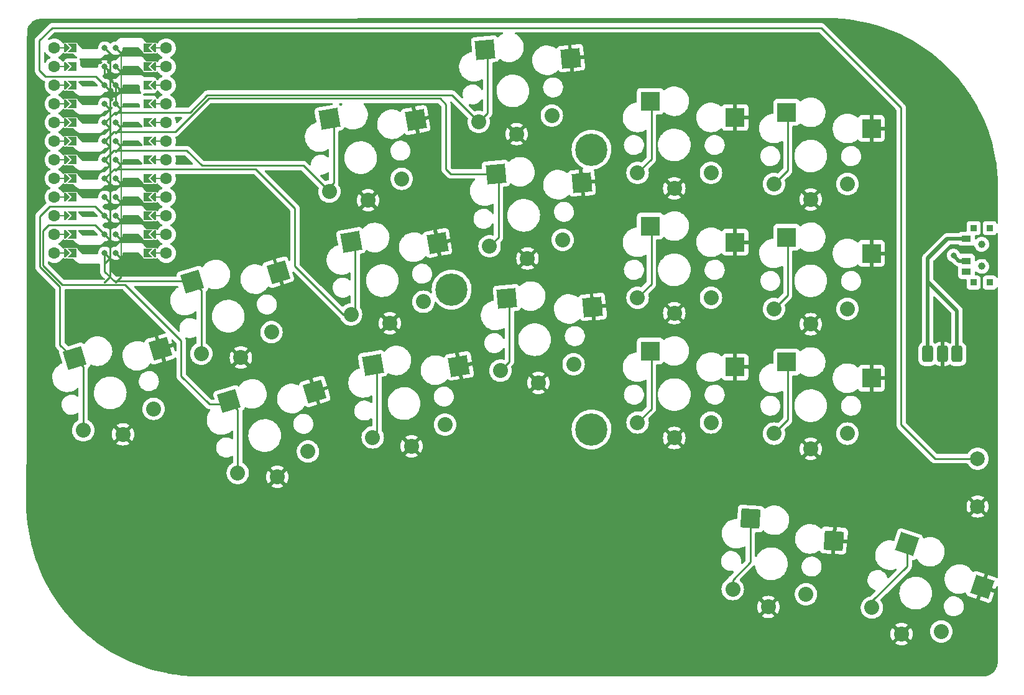
<source format=gbl>
%TF.GenerationSoftware,KiCad,Pcbnew,(6.0.4)*%
%TF.CreationDate,2022-05-26T06:06:50+02:00*%
%TF.ProjectId,batta,62617474-612e-46b6-9963-61645f706362,v1.0.0*%
%TF.SameCoordinates,Original*%
%TF.FileFunction,Copper,L2,Bot*%
%TF.FilePolarity,Positive*%
%FSLAX46Y46*%
G04 Gerber Fmt 4.6, Leading zero omitted, Abs format (unit mm)*
G04 Created by KiCad (PCBNEW (6.0.4)) date 2022-05-26 06:06:50*
%MOMM*%
%LPD*%
G01*
G04 APERTURE LIST*
G04 Aperture macros list*
%AMRoundRect*
0 Rectangle with rounded corners*
0 $1 Rounding radius*
0 $2 $3 $4 $5 $6 $7 $8 $9 X,Y pos of 4 corners*
0 Add a 4 corners polygon primitive as box body*
4,1,4,$2,$3,$4,$5,$6,$7,$8,$9,$2,$3,0*
0 Add four circle primitives for the rounded corners*
1,1,$1+$1,$2,$3*
1,1,$1+$1,$4,$5*
1,1,$1+$1,$6,$7*
1,1,$1+$1,$8,$9*
0 Add four rect primitives between the rounded corners*
20,1,$1+$1,$2,$3,$4,$5,0*
20,1,$1+$1,$4,$5,$6,$7,0*
20,1,$1+$1,$6,$7,$8,$9,0*
20,1,$1+$1,$8,$9,$2,$3,0*%
%AMRotRect*
0 Rectangle, with rotation*
0 The origin of the aperture is its center*
0 $1 length*
0 $2 width*
0 $3 Rotation angle, in degrees counterclockwise*
0 Add horizontal line*
21,1,$1,$2,0,0,$3*%
%AMFreePoly0*
4,1,6,0.600000,-1.000000,0.000000,-0.400000,-0.600000,-1.000000,-0.600000,0.250000,0.600000,0.250000,0.600000,-1.000000,0.600000,-1.000000,$1*%
%AMFreePoly1*
4,1,49,0.014036,0.121239,0.026629,0.122131,0.041953,0.113759,0.062500,0.108253,0.075111,0.095642,0.088388,0.088388,0.850389,-0.673612,0.863708,-0.691449,0.867189,-0.694470,0.867982,-0.697173,0.871852,-0.702356,0.878333,-0.732457,0.887000,-0.762000,0.887000,-3.302000,0.883805,-3.324031,0.884131,-3.328629,0.882780,-3.331102,0.881852,-3.337502,0.865154,-3.363362,0.850389,-3.390388,
0.088388,-4.152388,0.059644,-4.173852,-0.009154,-4.188664,-0.075052,-4.163961,-0.117161,-4.107572,-0.122131,-4.037371,-0.088388,-3.975612,0.637000,-3.250223,0.637000,-0.813777,-0.088388,-0.088388,-0.106146,-0.064607,-0.108253,-0.062500,-0.108552,-0.061385,-0.109852,-0.059644,-0.113261,-0.043810,-0.125000,0.000000,-0.123721,0.004774,-0.124664,0.009154,-0.117242,0.028953,-0.108253,0.062500,
-0.102516,0.068237,-0.099961,0.075052,-0.083139,0.087614,-0.062500,0.108253,-0.051584,0.111178,-0.043572,0.117161,-0.024114,0.118539,0.000000,0.125000,0.014036,0.121239,0.014036,0.121239,$1*%
%AMFreePoly2*
4,1,49,0.014036,0.121239,0.026629,0.122131,0.041953,0.113759,0.062500,0.108253,0.075111,0.095642,0.088388,0.088388,0.854389,-0.677612,0.867708,-0.695449,0.871189,-0.698470,0.871982,-0.701173,0.875852,-0.706356,0.882333,-0.736457,0.891000,-0.766000,0.891000,-3.298000,0.887805,-3.320031,0.888131,-3.324629,0.886780,-3.327102,0.885852,-3.333502,0.869154,-3.359362,0.854389,-3.386388,
0.088388,-4.152388,0.059644,-4.173852,-0.009154,-4.188664,-0.075052,-4.163961,-0.117161,-4.107572,-0.122131,-4.037371,-0.088388,-3.975612,0.641000,-3.246223,0.641000,-0.817777,-0.088388,-0.088388,-0.106146,-0.064607,-0.108253,-0.062500,-0.108552,-0.061385,-0.109852,-0.059644,-0.113261,-0.043810,-0.125000,0.000000,-0.123721,0.004774,-0.124664,0.009154,-0.117242,0.028953,-0.108253,0.062500,
-0.102516,0.068237,-0.099961,0.075052,-0.083139,0.087614,-0.062500,0.108253,-0.051584,0.111178,-0.043572,0.117161,-0.024114,0.118539,0.000000,0.125000,0.014036,0.121239,0.014036,0.121239,$1*%
%AMFreePoly3*
4,1,6,0.600000,-0.200000,0.600000,-0.400000,-0.600000,-0.400000,-0.600000,-0.200000,0.000000,0.400000,0.600000,-0.200000,0.600000,-0.200000,$1*%
%AMFreePoly4*
4,1,5,0.125000,-0.500000,-0.125000,-0.500000,-0.125000,0.500000,0.125000,0.500000,0.125000,-0.500000,0.125000,-0.500000,$1*%
G04 Aperture macros list end*
%TA.AperFunction,SMDPad,CuDef*%
%ADD10RotRect,2.600000X2.600000X17.000000*%
%TD*%
%TA.AperFunction,ComponentPad*%
%ADD11C,2.032000*%
%TD*%
%TA.AperFunction,SMDPad,CuDef*%
%ADD12FreePoly0,90.000000*%
%TD*%
%TA.AperFunction,ComponentPad*%
%ADD13C,0.800000*%
%TD*%
%TA.AperFunction,SMDPad,CuDef*%
%ADD14FreePoly1,90.000000*%
%TD*%
%TA.AperFunction,SMDPad,CuDef*%
%ADD15FreePoly0,270.000000*%
%TD*%
%TA.AperFunction,SMDPad,CuDef*%
%ADD16FreePoly2,270.000000*%
%TD*%
%TA.AperFunction,SMDPad,CuDef*%
%ADD17FreePoly3,270.000000*%
%TD*%
%TA.AperFunction,SMDPad,CuDef*%
%ADD18FreePoly4,90.000000*%
%TD*%
%TA.AperFunction,ComponentPad*%
%ADD19C,1.600000*%
%TD*%
%TA.AperFunction,SMDPad,CuDef*%
%ADD20FreePoly4,270.000000*%
%TD*%
%TA.AperFunction,SMDPad,CuDef*%
%ADD21FreePoly3,90.000000*%
%TD*%
%TA.AperFunction,SMDPad,CuDef*%
%ADD22R,2.600000X2.600000*%
%TD*%
%TA.AperFunction,SMDPad,CuDef*%
%ADD23RotRect,2.600000X2.600000X10.000000*%
%TD*%
%TA.AperFunction,SMDPad,CuDef*%
%ADD24RotRect,2.600000X2.600000X5.000000*%
%TD*%
%TA.AperFunction,SMDPad,CuDef*%
%ADD25RotRect,2.600000X2.600000X356.000000*%
%TD*%
%TA.AperFunction,SMDPad,CuDef*%
%ADD26RotRect,2.600000X2.600000X341.000000*%
%TD*%
%TA.AperFunction,ComponentPad*%
%ADD27RoundRect,0.375000X-0.375000X-0.750000X0.375000X-0.750000X0.375000X0.750000X-0.375000X0.750000X0*%
%TD*%
%TA.AperFunction,ComponentPad*%
%ADD28C,2.000000*%
%TD*%
%TA.AperFunction,SMDPad,CuDef*%
%ADD29R,0.900000X0.900000*%
%TD*%
%TA.AperFunction,WasherPad*%
%ADD30C,1.000000*%
%TD*%
%TA.AperFunction,SMDPad,CuDef*%
%ADD31R,1.250000X0.900000*%
%TD*%
%TA.AperFunction,ComponentPad*%
%ADD32C,4.400000*%
%TD*%
%TA.AperFunction,ViaPad*%
%ADD33C,0.800000*%
%TD*%
%TA.AperFunction,Conductor*%
%ADD34C,0.250000*%
%TD*%
%TA.AperFunction,Conductor*%
%ADD35C,0.500000*%
%TD*%
G04 APERTURE END LIST*
D10*
%TO.P,S1,2*%
%TO.N,GND*%
X45416645Y78927263D03*
D11*
X40324610Y67279547D03*
D10*
%TO.P,S1,1*%
%TO.N,P14*%
X33728106Y77654241D03*
D11*
X44492153Y70749645D03*
X34929106Y67825928D03*
%TD*%
D12*
%TO.P,,24*%
%TO.N,P1*%
X43434000Y119888000D03*
D13*
X39370000Y119888000D03*
D14*
X39370000Y119888000D03*
D12*
%TO.P,,23*%
%TO.N,P0*%
X43434000Y117348000D03*
D13*
X39370000Y117348000D03*
D14*
X39370000Y117348000D03*
%TO.P,,22*%
%TO.N,GND*%
X39370000Y114808000D03*
D12*
X43434000Y114808000D03*
D13*
X39370000Y114808000D03*
%TO.P,,21*%
X39370000Y112268000D03*
D14*
X39370000Y112268000D03*
D12*
X43434000Y112268000D03*
D14*
%TO.P,,20*%
%TO.N,P2*%
X39370000Y109728000D03*
D12*
X43434000Y109728000D03*
D13*
X39370000Y109728000D03*
%TO.P,,19*%
%TO.N,P3*%
X39370000Y107188000D03*
D12*
X43434000Y107188000D03*
D14*
X39370000Y107188000D03*
D13*
%TO.P,,18*%
%TO.N,P4*%
X39370000Y104648000D03*
D14*
X39370000Y104648000D03*
D12*
X43434000Y104648000D03*
%TO.P,,17*%
%TO.N,P5*%
X43434000Y102108000D03*
D13*
X39370000Y102108000D03*
D14*
X39370000Y102108000D03*
D12*
%TO.P,,16*%
%TO.N,P6*%
X43434000Y99568000D03*
D13*
X39370000Y99568000D03*
D14*
X39370000Y99568000D03*
D12*
%TO.P,,15*%
%TO.N,P7*%
X43434000Y97028000D03*
D13*
X39370000Y97028000D03*
D14*
X39370000Y97028000D03*
%TO.P,,14*%
%TO.N,P8*%
X39370000Y94488000D03*
D12*
X43434000Y94488000D03*
D13*
X39370000Y94488000D03*
D12*
%TO.P,,13*%
%TO.N,P9*%
X43434000Y91948000D03*
D14*
X39370000Y91948000D03*
D13*
X39370000Y91948000D03*
D15*
%TO.P,,12*%
%TO.N,P10*%
X33782000Y91948000D03*
D13*
X37846000Y91948000D03*
D16*
X37846000Y91948000D03*
D13*
%TO.P,,11*%
%TO.N,P16*%
X37846000Y94488000D03*
D16*
X37846000Y94488000D03*
D15*
X33782000Y94488000D03*
D13*
%TO.P,,10*%
%TO.N,P14*%
X37846000Y97028000D03*
D16*
X37846000Y97028000D03*
D15*
X33782000Y97028000D03*
%TO.P,,9*%
%TO.N,P15*%
X33782000Y99568000D03*
D16*
X37846000Y99568000D03*
D13*
X37846000Y99568000D03*
D16*
%TO.P,,8*%
%TO.N,P18*%
X37846000Y102108000D03*
D15*
X33782000Y102108000D03*
D13*
X37846000Y102108000D03*
D15*
%TO.P,,7*%
%TO.N,P19*%
X33782000Y104648000D03*
D16*
X37846000Y104648000D03*
D13*
X37846000Y104648000D03*
%TO.P,,6*%
%TO.N,P20*%
X37846000Y107188000D03*
D15*
X33782000Y107188000D03*
D16*
X37846000Y107188000D03*
%TO.P,,5*%
%TO.N,P21*%
X37846000Y109728000D03*
D13*
X37846000Y109728000D03*
D15*
X33782000Y109728000D03*
D16*
%TO.P,,4*%
%TO.N,VCC*%
X37846000Y112268000D03*
D13*
X37846000Y112268000D03*
D15*
X33782000Y112268000D03*
%TO.P,,3*%
%TO.N,RST*%
X33782000Y114808000D03*
D16*
X37846000Y114808000D03*
D13*
X37846000Y114808000D03*
D16*
%TO.P,,2*%
%TO.N,GND*%
X37846000Y117348000D03*
D13*
X37846000Y117348000D03*
D15*
X33782000Y117348000D03*
D16*
%TO.P,,1*%
%TO.N,RAW*%
X37846000Y119888000D03*
D13*
X37846000Y119888000D03*
D15*
X33782000Y119888000D03*
D17*
%TO.P,,*%
%TO.N,*%
X32766000Y102108000D03*
D18*
X44958000Y102108000D03*
X44958000Y119888000D03*
D19*
X46228000Y107188000D03*
D18*
X44958000Y112268000D03*
D19*
X30988000Y117348000D03*
D18*
X44958000Y99568000D03*
D17*
X32766000Y91948000D03*
D20*
X32258000Y97028000D03*
D19*
X46228000Y109728000D03*
X30988000Y107188000D03*
D21*
X44450000Y104648000D03*
D20*
X32258000Y114808000D03*
D21*
X44450000Y94488000D03*
D19*
X30988000Y91948000D03*
D17*
X32766000Y109728000D03*
D21*
X44450000Y107188000D03*
D19*
X46228000Y114808000D03*
X46228000Y97028000D03*
D18*
X44958000Y114808000D03*
D20*
X32258000Y102108000D03*
X32258000Y104648000D03*
D19*
X46228000Y117348000D03*
D17*
X32766000Y97028000D03*
D19*
X46228000Y119888000D03*
D18*
X44958000Y94488000D03*
D19*
X30988000Y119888000D03*
D21*
X44450000Y117348000D03*
D17*
X32766000Y104648000D03*
D20*
X32258000Y112268000D03*
D19*
X46228000Y112268000D03*
X30988000Y109728000D03*
X30988000Y114808000D03*
D18*
X44958000Y97028000D03*
X44958000Y91948000D03*
D19*
X30988000Y99568000D03*
D21*
X44450000Y99568000D03*
D18*
X44958000Y107188000D03*
D17*
X32766000Y119888000D03*
D19*
X46228000Y94488000D03*
D17*
X32766000Y107188000D03*
X32766000Y117348000D03*
D20*
X32258000Y99568000D03*
X32258000Y117348000D03*
D21*
X44450000Y114808000D03*
D19*
X30988000Y102108000D03*
X30988000Y94488000D03*
D20*
X32258000Y109728000D03*
D19*
X30988000Y104648000D03*
D18*
X44958000Y117348000D03*
D17*
X32766000Y112268000D03*
X32766000Y99568000D03*
D19*
X46228000Y102108000D03*
D18*
X44958000Y109728000D03*
D21*
X44450000Y119888000D03*
D20*
X32258000Y94488000D03*
X32258000Y91948000D03*
D21*
X44450000Y97028000D03*
X44450000Y109728000D03*
D19*
X46228000Y104648000D03*
X30988000Y112268000D03*
X30988000Y97028000D03*
X46228000Y91948000D03*
D21*
X44450000Y102108000D03*
D17*
X32766000Y114808000D03*
D21*
X44450000Y91948000D03*
D18*
X44958000Y104648000D03*
D19*
X46228000Y99568000D03*
D20*
X32258000Y119888000D03*
D17*
X32766000Y94488000D03*
D21*
X44450000Y112268000D03*
D20*
X32258000Y107188000D03*
%TD*%
D11*
%TO.P,S27,1*%
%TO.N,P3*%
X128985000Y84378000D03*
X138985000Y84378000D03*
D22*
X130709999Y94128000D03*
D11*
%TO.P,S27,2*%
%TO.N,GND*%
X133985000Y82278000D03*
D22*
X142260000Y91927999D03*
%TD*%
D10*
%TO.P,S5,2*%
%TO.N,GND*%
X61480034Y89371715D03*
D11*
X56387999Y77723999D03*
D10*
%TO.P,S5,1*%
%TO.N,P10*%
X49791495Y88098693D03*
D11*
X60555542Y81194097D03*
X50992495Y78270380D03*
%TD*%
%TO.P,S23,1*%
%TO.N,P1*%
X110411087Y102886017D03*
X120411087Y102886017D03*
D22*
X112136086Y112636017D03*
D11*
%TO.P,S23,2*%
%TO.N,GND*%
X115411087Y100786017D03*
D22*
X123686087Y110436016D03*
%TD*%
D11*
%TO.P,S9,1*%
%TO.N,P18*%
X71388281Y83600588D03*
X81236359Y85337069D03*
D23*
X71394004Y93502006D03*
D11*
%TO.P,S9,2*%
%TO.N,GND*%
X76676981Y82400732D03*
D23*
X83150561Y93341065D03*
%TD*%
D11*
%TO.P,S21,1*%
%TO.N,P2*%
X110411087Y85886017D03*
X120411087Y85886017D03*
D22*
X112136086Y95636017D03*
D11*
%TO.P,S21,2*%
%TO.N,GND*%
X115411087Y83786017D03*
D22*
X123686087Y93436016D03*
%TD*%
D10*
%TO.P,S3,2*%
%TO.N,GND*%
X66450353Y73114534D03*
D11*
X61358318Y61466818D03*
D10*
%TO.P,S3,1*%
%TO.N,P16*%
X54761814Y71841512D03*
D11*
X65525861Y64936916D03*
X55962814Y62013199D03*
%TD*%
%TO.P,S7,1*%
%TO.N,P5*%
X74340300Y66858856D03*
X84188378Y68595337D03*
D23*
X74346023Y76760274D03*
D11*
%TO.P,S7,2*%
%TO.N,GND*%
X79629000Y65659000D03*
D23*
X86102580Y76599333D03*
%TD*%
D11*
%TO.P,S13,1*%
%TO.N,P4*%
X91736999Y75957538D03*
X101698946Y76829096D03*
D24*
X92605666Y85820780D03*
D11*
%TO.P,S13,2*%
%TO.N,GND*%
X96901000Y74301308D03*
D24*
X104303458Y84635800D03*
%TD*%
D11*
%TO.P,S15,1*%
%TO.N,P20*%
X90255351Y92892848D03*
X100217298Y93764406D03*
D24*
X91124018Y102756090D03*
D11*
%TO.P,S15,2*%
%TO.N,GND*%
X95419352Y91236618D03*
D24*
X102821810Y101571110D03*
%TD*%
D11*
%TO.P,S17,1*%
%TO.N,P21*%
X88773704Y109828158D03*
X98735651Y110699716D03*
D24*
X89642371Y119691400D03*
D11*
%TO.P,S17,2*%
%TO.N,GND*%
X93937705Y108171928D03*
D24*
X101340163Y118506420D03*
%TD*%
D11*
%TO.P,S19,1*%
%TO.N,P6*%
X110411087Y68886017D03*
X120411087Y68886017D03*
D22*
X112136086Y78636017D03*
D11*
%TO.P,S19,2*%
%TO.N,GND*%
X115411087Y66786017D03*
D22*
X123686087Y76436016D03*
%TD*%
D11*
%TO.P,S25,1*%
%TO.N,P7*%
X128985000Y67378000D03*
X138985000Y67378000D03*
D22*
X130709999Y77128000D03*
D11*
%TO.P,S25,2*%
%TO.N,GND*%
X133985000Y65278000D03*
D22*
X142260000Y74927999D03*
%TD*%
D11*
%TO.P,S11,1*%
%TO.N,P19*%
X68436262Y100342320D03*
X78284340Y102078801D03*
D23*
X68441985Y110243738D03*
D11*
%TO.P,S11,2*%
%TO.N,GND*%
X73724962Y99142464D03*
D23*
X80198542Y110082797D03*
%TD*%
D11*
%TO.P,S29,1*%
%TO.N,P0*%
X128985000Y101378000D03*
X138985000Y101378000D03*
D22*
X130709999Y111128000D03*
D11*
%TO.P,S29,2*%
%TO.N,GND*%
X133985000Y99278000D03*
D22*
X142260000Y108927999D03*
%TD*%
D11*
%TO.P,S31,1*%
%TO.N,P9*%
X123368195Y46206490D03*
X133343836Y45508925D03*
D25*
X125769118Y55812410D03*
D11*
%TO.P,S31,2*%
%TO.N,GND*%
X128209527Y43762823D03*
D25*
X137137519Y52812080D03*
%TD*%
D11*
%TO.P,S33,1*%
%TO.N,P8*%
X142318481Y43683012D03*
X151773667Y40427331D03*
D26*
X147123789Y52340214D03*
D11*
%TO.P,S33,2*%
%TO.N,GND*%
X146362381Y40069582D03*
D26*
X157328279Y46499759D03*
%TD*%
D27*
%TO.P,PAD1,2*%
%TO.N,GND*%
X151924000Y78232000D03*
%TO.P,PAD1,1*%
%TO.N,Braw*%
X153924000Y78232000D03*
X149924000Y78232000D03*
%TD*%
D28*
%TO.P,B1,1*%
%TO.N,RST*%
X156718000Y63956000D03*
%TO.P,B1,2*%
%TO.N,GND*%
X156718000Y57456000D03*
%TD*%
D29*
%TO.P,T2,*%
%TO.N,*%
X158369000Y87958000D03*
X158369000Y95358000D03*
X156169000Y87958000D03*
X156169000Y95358000D03*
D30*
X157269000Y93158000D03*
X157269000Y90158000D03*
D31*
%TO.P,T2,1*%
%TO.N,Braw*%
X155194000Y93908000D03*
%TO.P,T2,2*%
%TO.N,RAW*%
X155194000Y90908000D03*
%TO.P,T2,3*%
%TO.N,N/C*%
X155194000Y89408000D03*
%TD*%
D32*
%TO.P,REF\u002A\u002A,1*%
%TO.N,N/C*%
X104140000Y67945000D03*
X104140000Y106045000D03*
X85090000Y86995000D03*
%TD*%
D33*
%TO.N,RAW*%
X153430113Y91645917D03*
%TD*%
D34*
%TO.N,P16*%
X36576000Y95758000D02*
X37846000Y94488000D01*
X30226000Y95758000D02*
X36576000Y95758000D01*
X48260000Y75184000D02*
X48260000Y80010000D01*
X29464000Y90296282D02*
X29464000Y94996000D01*
X52085545Y71358455D02*
X48260000Y75184000D01*
X40590374Y87679626D02*
X32080656Y87679626D01*
X32080656Y87679626D02*
X29464000Y90296282D01*
X54233141Y71358455D02*
X52085545Y71358455D01*
X29464000Y94996000D02*
X30226000Y95758000D01*
X48260000Y80010000D02*
X40590374Y87679626D01*
%TO.N,P18*%
X63754000Y90170000D02*
X70323412Y83600588D01*
X63754000Y98044000D02*
X63754000Y90170000D01*
X58409432Y103388568D02*
X63754000Y98044000D01*
X39126568Y103388568D02*
X58409432Y103388568D01*
X37846000Y102108000D02*
X39126568Y103388568D01*
X70323412Y83600588D02*
X71388281Y83600588D01*
%TO.N,P19*%
X51070276Y103869724D02*
X64908858Y103869724D01*
X49022000Y105918000D02*
X51070276Y103869724D01*
X39116000Y105918000D02*
X49022000Y105918000D01*
X64908858Y103869724D02*
X68436262Y100342320D01*
X37846000Y104648000D02*
X39116000Y105918000D01*
%TO.N,P21*%
X49477031Y111143489D02*
X51813062Y113479520D01*
X51813062Y113479520D02*
X85122342Y113479520D01*
X39261489Y111143489D02*
X49477031Y111143489D01*
X37846000Y109728000D02*
X39261489Y111143489D01*
X85122342Y113479520D02*
X88773704Y109828158D01*
%TO.N,P20*%
X91471846Y94109343D02*
X90255351Y92892848D01*
X91471846Y102408263D02*
X91471846Y94109343D01*
X91124019Y102756090D02*
X91471846Y102408263D01*
X84328000Y112204141D02*
X84328000Y103378000D01*
X83502141Y113030000D02*
X84328000Y112204141D01*
X51999260Y113030000D02*
X83502141Y113030000D01*
X84328000Y103378000D02*
X84949910Y102756090D01*
X47429021Y108459761D02*
X51999260Y113030000D01*
X84949910Y102756090D02*
X91124019Y102756090D01*
X39117761Y108459761D02*
X47429021Y108459761D01*
X37846000Y107188000D02*
X39117761Y108459761D01*
%TO.N,RST*%
X29779228Y116016772D02*
X36637228Y116016772D01*
X28956000Y116840000D02*
X29779228Y116016772D01*
X28956000Y120904000D02*
X28956000Y116840000D01*
X135401940Y122662060D02*
X30714060Y122662060D01*
X36637228Y116016772D02*
X37846000Y114808000D01*
X146304000Y111760000D02*
X135401940Y122662060D01*
X30714060Y122662060D02*
X28956000Y120904000D01*
X146304000Y68580000D02*
X146304000Y111760000D01*
X150928000Y63956000D02*
X146304000Y68580000D01*
X156718000Y63956000D02*
X150928000Y63956000D01*
%TO.N,GND*%
X39370000Y114808000D02*
X39370000Y112268000D01*
X37846000Y116332000D02*
X39370000Y114808000D01*
X37846000Y117348000D02*
X37846000Y116332000D01*
%TO.N,P16*%
X55962814Y62013199D02*
X55962814Y70640512D01*
X55962814Y70640512D02*
X54761814Y71841512D01*
%TO.N,P14*%
X34929106Y76453241D02*
X33728106Y77654241D01*
X34929106Y67825928D02*
X34929106Y76453241D01*
%TO.N,P10*%
X37846000Y89408000D02*
X37846000Y91948000D01*
X39124854Y88129146D02*
X37846000Y89408000D01*
X49262822Y87615636D02*
X48749312Y88129146D01*
X48749312Y88129146D02*
X39124854Y88129146D01*
X50992495Y86897693D02*
X49791495Y88098693D01*
X50992495Y78270380D02*
X50992495Y86897693D01*
%TO.N,P14*%
X36576000Y98298000D02*
X37846000Y97028000D01*
X31750000Y87374564D02*
X29014480Y90110084D01*
X30334511Y98298000D02*
X36576000Y98298000D01*
X29014480Y90110084D02*
X29014480Y96977969D01*
X33199433Y78020757D02*
X31750000Y79470190D01*
X31750000Y79470190D02*
X31750000Y87374564D01*
X29014480Y96977969D02*
X30334511Y98298000D01*
D35*
%TO.N,Braw*%
X153924000Y84074000D02*
X153924000Y78232000D01*
X149923130Y91259189D02*
X149923130Y88074870D01*
X152571941Y93908000D02*
X149923130Y91259189D01*
X149923130Y88074870D02*
X153924000Y84074000D01*
X155194000Y93908000D02*
X152571941Y93908000D01*
X149924000Y91250000D02*
X149924000Y78232000D01*
X152582000Y93908000D02*
X149924000Y91250000D01*
X155194000Y93908000D02*
X152582000Y93908000D01*
D34*
%TO.N,P9*%
X125769119Y49860643D02*
X123368196Y47459720D01*
X125769377Y52961645D02*
X125769119Y52961387D01*
X125769119Y52961387D02*
X125769119Y49860643D01*
X125769119Y54514809D02*
X125769377Y54514551D01*
X125769377Y54514551D02*
X125769377Y52961645D01*
X125769119Y55812409D02*
X125769119Y54514809D01*
X123368196Y47459720D02*
X123368196Y46206489D01*
%TO.N,P8*%
X142318482Y44528482D02*
X142318482Y43683012D01*
X147123791Y49333791D02*
X142318482Y44528482D01*
X147123791Y52340212D02*
X147123791Y49333791D01*
%TO.N,P5*%
X74346024Y76760274D02*
X74903778Y76202520D01*
X74903778Y76202520D02*
X74903778Y67422334D01*
%TO.N,P18*%
X71951759Y84164066D02*
X71388281Y83600588D01*
X71951759Y92944252D02*
X71951759Y84164066D01*
X71394005Y93502006D02*
X71951759Y92944252D01*
%TO.N,P19*%
X67847017Y110243738D02*
X69044359Y109046396D01*
X69044359Y101545386D02*
X67841293Y100342320D01*
X69044359Y109046396D02*
X69044359Y101545386D01*
%TO.N,P4*%
X92605667Y85820780D02*
X92953494Y85472953D01*
X92953494Y77174033D02*
X91736999Y75957538D01*
X92953494Y85472953D02*
X92953494Y77174033D01*
%TO.N,P21*%
X89990199Y111044653D02*
X88773704Y109828158D01*
X89990199Y119343573D02*
X89990199Y111044653D01*
X89642372Y119691400D02*
X89990199Y119343573D01*
%TO.N,P6*%
X112285608Y79029475D02*
X112285608Y70760538D01*
X112285608Y70760538D02*
X110411087Y68886017D01*
%TO.N,P2*%
X112285608Y96029475D02*
X112285608Y87760538D01*
X112285608Y87760538D02*
X110411087Y85886017D01*
%TO.N,P1*%
X112285608Y104760538D02*
X110411087Y102886017D01*
X112285608Y113029475D02*
X112285608Y104760538D01*
%TO.N,P7*%
X130859521Y76978479D02*
X130859521Y69252521D01*
X130859521Y69252521D02*
X128985000Y67378000D01*
X130710000Y77128000D02*
X130859521Y76978479D01*
%TO.N,P3*%
X130710000Y94128000D02*
X130859521Y93978479D01*
X130859521Y93978479D02*
X130859521Y86252521D01*
X130859521Y86252521D02*
X128985000Y84378000D01*
%TO.N,P0*%
X130859521Y103252521D02*
X128985000Y101378000D01*
X130710000Y111128000D02*
X130859521Y110978479D01*
X130859521Y110978479D02*
X130859521Y103252521D01*
D35*
%TO.N,RAW*%
X153430113Y91645917D02*
X154168030Y90908000D01*
X154168030Y90908000D02*
X155194000Y90908000D01*
%TD*%
%TA.AperFunction,Conductor*%
%TO.N,GND*%
G36*
X136348345Y123967854D02*
G01*
X136362851Y123965595D01*
X136362854Y123965595D01*
X136371724Y123964214D01*
X136380626Y123965378D01*
X136380628Y123965378D01*
X136388083Y123966353D01*
X136397598Y123967597D01*
X136416447Y123968636D01*
X136994765Y123957069D01*
X137300586Y123950952D01*
X137305621Y123950750D01*
X138224175Y123895574D01*
X138229198Y123895172D01*
X138390425Y123878996D01*
X139144894Y123803302D01*
X139149852Y123802703D01*
X139766575Y123715798D01*
X140061075Y123674299D01*
X140066049Y123673497D01*
X140971462Y123508750D01*
X140976401Y123507748D01*
X141874421Y123306946D01*
X141879316Y123305749D01*
X142768658Y123069180D01*
X142773501Y123067787D01*
X143652640Y122795855D01*
X143657397Y122794279D01*
X143911587Y122704369D01*
X144524981Y122487403D01*
X144529697Y122485628D01*
X145384308Y122144308D01*
X145388933Y122142353D01*
X146229253Y121767114D01*
X146233764Y121764990D01*
X147058360Y121356473D01*
X147062830Y121354146D01*
X147870424Y120912988D01*
X147874798Y120910484D01*
X148664109Y120437383D01*
X148668378Y120434707D01*
X149438148Y119930417D01*
X149442308Y119927571D01*
X150191284Y119392913D01*
X150195326Y119389904D01*
X150433269Y119205251D01*
X150894280Y118847488D01*
X150922331Y118825719D01*
X150926246Y118822554D01*
X151608493Y118247954D01*
X151630113Y118229745D01*
X151633902Y118226422D01*
X152313500Y117605944D01*
X152317153Y117602472D01*
X152656840Y117266465D01*
X152962957Y116963665D01*
X152971393Y116955320D01*
X152974895Y116951714D01*
X153597373Y116284663D01*
X153602733Y116278919D01*
X153606088Y116275177D01*
X154206559Y115577770D01*
X154209732Y115573932D01*
X154636588Y115036087D01*
X154781818Y114853095D01*
X154784871Y114849086D01*
X155327662Y114105966D01*
X155330529Y114101872D01*
X155830069Y113357175D01*
X155843174Y113337639D01*
X155845896Y113333399D01*
X156327584Y112549259D01*
X156330124Y112544934D01*
X156574913Y112108192D01*
X156780065Y111742169D01*
X156782440Y111737725D01*
X157199908Y110917637D01*
X157202104Y110913101D01*
X157586446Y110076973D01*
X157588459Y110072353D01*
X157939068Y109221506D01*
X157940894Y109216809D01*
X158253044Y108363976D01*
X158257191Y108352645D01*
X158258824Y108347891D01*
X158426268Y107826729D01*
X158540311Y107471775D01*
X158541757Y107466948D01*
X158595818Y107272275D01*
X158785510Y106589201D01*
X158787998Y106580240D01*
X158789244Y106575379D01*
X158995948Y105696046D01*
X158999827Y105679544D01*
X159000879Y105674632D01*
X159077546Y105277872D01*
X159175477Y104771066D01*
X159176333Y104766100D01*
X159273688Y104125766D01*
X159312625Y103869671D01*
X159314650Y103856349D01*
X159315307Y103851357D01*
X159320614Y103803700D01*
X159417139Y102936772D01*
X159417597Y102931753D01*
X159482778Y102013804D01*
X159483034Y102008772D01*
X159483453Y101995215D01*
X159510066Y101133965D01*
X159510108Y101132590D01*
X159508871Y101110667D01*
X159507555Y101101567D01*
X159507555Y101101563D01*
X159506271Y101092681D01*
X159507532Y101083792D01*
X159507532Y101083791D01*
X159510238Y101064713D01*
X159511487Y101046980D01*
X159510039Y96105396D01*
X159490017Y96037281D01*
X159436348Y95990804D01*
X159366071Y95980721D01*
X159301499Y96010233D01*
X159273519Y96044924D01*
X159272766Y96046299D01*
X159269615Y96054705D01*
X159264230Y96061891D01*
X159221054Y96119500D01*
X159182261Y96171261D01*
X159065705Y96258615D01*
X158929316Y96309745D01*
X158867134Y96316500D01*
X157870866Y96316500D01*
X157808684Y96309745D01*
X157672295Y96258615D01*
X157555739Y96171261D01*
X157468385Y96054705D01*
X157417255Y95918316D01*
X157410500Y95856134D01*
X157410500Y94859866D01*
X157417255Y94797684D01*
X157468385Y94661295D01*
X157555739Y94544739D01*
X157672295Y94457385D01*
X157808684Y94406255D01*
X157870866Y94399500D01*
X158867134Y94399500D01*
X158929316Y94406255D01*
X159065705Y94457385D01*
X159182261Y94544739D01*
X159232449Y94611704D01*
X159264231Y94654111D01*
X159264231Y94654112D01*
X159269615Y94661295D01*
X159272765Y94669699D01*
X159273082Y94670277D01*
X159323341Y94720422D01*
X159392732Y94735435D01*
X159459224Y94710549D01*
X159501706Y94653665D01*
X159509601Y94609729D01*
X159507873Y88711295D01*
X159507872Y88709355D01*
X159487850Y88641240D01*
X159434181Y88594763D01*
X159363904Y88584680D01*
X159299332Y88614192D01*
X159272185Y88647849D01*
X159269615Y88654705D01*
X159264230Y88661891D01*
X159191114Y88759448D01*
X159182261Y88771261D01*
X159065705Y88858615D01*
X158929316Y88909745D01*
X158867134Y88916500D01*
X157870866Y88916500D01*
X157808684Y88909745D01*
X157672295Y88858615D01*
X157555739Y88771261D01*
X157468385Y88654705D01*
X157417255Y88518316D01*
X157410500Y88456134D01*
X157410500Y87459866D01*
X157417255Y87397684D01*
X157468385Y87261295D01*
X157555739Y87144739D01*
X157672295Y87057385D01*
X157808684Y87006255D01*
X157870866Y86999500D01*
X158867134Y86999500D01*
X158929316Y87006255D01*
X159065705Y87057385D01*
X159182261Y87144739D01*
X159269615Y87261295D01*
X159271846Y87267246D01*
X159321170Y87316458D01*
X159390561Y87331472D01*
X159457053Y87306586D01*
X159499536Y87249703D01*
X159507431Y87205766D01*
X159495885Y47806547D01*
X159475863Y47738432D01*
X159422194Y47691955D01*
X159351917Y47681872D01*
X159289653Y47709430D01*
X159254171Y47738732D01*
X159240940Y47747121D01*
X159194633Y47768911D01*
X159188327Y47771471D01*
X158174199Y48120663D01*
X158158330Y48121394D01*
X158156739Y48120472D01*
X158152657Y48113751D01*
X157657034Y46674358D01*
X157656303Y46658489D01*
X157657225Y46656898D01*
X157663946Y46652816D01*
X159103339Y46157193D01*
X159119208Y46156462D01*
X159120799Y46157384D01*
X159124881Y46164105D01*
X159250364Y46528533D01*
X159291454Y46586430D01*
X159357323Y46612921D01*
X159427058Y46599596D01*
X159478518Y46550684D01*
X159495499Y46487475D01*
X159494418Y42797931D01*
X159492536Y36378015D01*
X159490608Y36356094D01*
X159487570Y36338937D01*
X159489388Y36322367D01*
X159489687Y36297951D01*
X159470546Y36072895D01*
X159468152Y36056938D01*
X159414771Y35810122D01*
X159410357Y35794603D01*
X159358708Y35649130D01*
X159325871Y35556644D01*
X159319513Y35541823D01*
X159205301Y35316603D01*
X159197101Y35302715D01*
X159055038Y35093939D01*
X159045124Y35081207D01*
X158877557Y34892316D01*
X158866096Y34880954D01*
X158675745Y34715016D01*
X158662927Y34705213D01*
X158452946Y34564976D01*
X158438980Y34556891D01*
X158212786Y34444637D01*
X158197903Y34438404D01*
X157959215Y34355980D01*
X157943664Y34351702D01*
X157820029Y34326081D01*
X157696399Y34300461D01*
X157680420Y34298205D01*
X157462433Y34281567D01*
X157438028Y34282375D01*
X157435671Y34282375D01*
X157426790Y34283648D01*
X157399190Y34279699D01*
X157381317Y34278429D01*
X50348418Y34302568D01*
X50326323Y34304527D01*
X50318450Y34305932D01*
X50318446Y34305932D01*
X50309611Y34307508D01*
X50283634Y34304693D01*
X50264791Y34304070D01*
X49366668Y34341749D01*
X49361681Y34342058D01*
X48921266Y34378096D01*
X48429920Y34418302D01*
X48424942Y34418809D01*
X47991672Y34471651D01*
X47496942Y34531988D01*
X47492008Y34532690D01*
X46569207Y34682631D01*
X46564285Y34683532D01*
X46409601Y34715016D01*
X45648192Y34869991D01*
X45643357Y34871076D01*
X44735352Y35093771D01*
X44730545Y35095051D01*
X43832120Y35353619D01*
X43827362Y35355090D01*
X43263802Y35541813D01*
X42939901Y35649130D01*
X42935184Y35650798D01*
X42060137Y35979828D01*
X42055489Y35981682D01*
X41194193Y36345200D01*
X41189622Y36347237D01*
X40343446Y36744662D01*
X40338960Y36746878D01*
X39509194Y37177608D01*
X39504799Y37180002D01*
X38692840Y37643310D01*
X38688544Y37645875D01*
X37895562Y38141095D01*
X37891372Y38143830D01*
X37785731Y38215786D01*
X37118723Y38670114D01*
X37114684Y38672984D01*
X36909144Y38825276D01*
X145482905Y38825276D01*
X145488632Y38817626D01*
X145664140Y38710075D01*
X145672934Y38705594D01*
X145885410Y38617584D01*
X145894795Y38614535D01*
X146118425Y38560845D01*
X146128172Y38559302D01*
X146357451Y38541257D01*
X146367311Y38541257D01*
X146596590Y38559302D01*
X146606337Y38560845D01*
X146829967Y38614535D01*
X146839352Y38617584D01*
X147051828Y38705594D01*
X147060622Y38710075D01*
X147232464Y38815379D01*
X147241924Y38825835D01*
X147238140Y38834613D01*
X146375193Y39697560D01*
X146361249Y39705174D01*
X146359416Y39705043D01*
X146352801Y39700792D01*
X145489665Y38837656D01*
X145482905Y38825276D01*
X36909144Y38825276D01*
X36363507Y39229557D01*
X36359548Y39232614D01*
X35991715Y39528482D01*
X35631046Y39818588D01*
X35627245Y39821773D01*
X35348702Y40064652D01*
X144834056Y40064652D01*
X144852101Y39835373D01*
X144853644Y39825626D01*
X144907334Y39601996D01*
X144910383Y39592611D01*
X144998393Y39380135D01*
X145002874Y39371341D01*
X145108178Y39199499D01*
X145118634Y39190039D01*
X145127412Y39193823D01*
X145990359Y40056770D01*
X145996737Y40068450D01*
X146726789Y40068450D01*
X146726920Y40066617D01*
X146731171Y40060002D01*
X147594307Y39196866D01*
X147606687Y39190106D01*
X147614337Y39195833D01*
X147721888Y39371341D01*
X147726369Y39380135D01*
X147814379Y39592611D01*
X147817428Y39601996D01*
X147871118Y39825626D01*
X147872661Y39835373D01*
X147890706Y40064652D01*
X147890706Y40074512D01*
X147872661Y40303791D01*
X147871118Y40313538D01*
X147843798Y40427331D01*
X150244453Y40427331D01*
X150263280Y40188109D01*
X150264434Y40183302D01*
X150264435Y40183296D01*
X150294036Y40060002D01*
X150319298Y39954778D01*
X150411127Y39733082D01*
X150536507Y39528482D01*
X150692349Y39346013D01*
X150696111Y39342800D01*
X150868189Y39195833D01*
X150874818Y39190171D01*
X151079418Y39064791D01*
X151083988Y39062898D01*
X151083990Y39062897D01*
X151296541Y38974856D01*
X151301114Y38972962D01*
X151382704Y38953374D01*
X151529632Y38918099D01*
X151529638Y38918098D01*
X151534445Y38916944D01*
X151773667Y38898117D01*
X152012889Y38916944D01*
X152017696Y38918098D01*
X152017702Y38918099D01*
X152164630Y38953374D01*
X152246220Y38972962D01*
X152250793Y38974856D01*
X152463344Y39062897D01*
X152463346Y39062898D01*
X152467916Y39064791D01*
X152672516Y39190171D01*
X152679146Y39195833D01*
X152851223Y39342800D01*
X152854985Y39346013D01*
X153010827Y39528482D01*
X153136207Y39733082D01*
X153228036Y39954778D01*
X153253298Y40060002D01*
X153282899Y40183296D01*
X153282900Y40183302D01*
X153284054Y40188109D01*
X153302881Y40427331D01*
X153284054Y40666553D01*
X153282900Y40671360D01*
X153282899Y40671366D01*
X153229191Y40895072D01*
X153228036Y40899884D01*
X153207640Y40949125D01*
X153138101Y41117008D01*
X153138100Y41117010D01*
X153136207Y41121580D01*
X153010827Y41326180D01*
X152854985Y41508649D01*
X152771605Y41579862D01*
X152676284Y41661273D01*
X152676283Y41661274D01*
X152672516Y41664491D01*
X152467916Y41789871D01*
X152463346Y41791764D01*
X152463344Y41791765D01*
X152250793Y41879806D01*
X152250791Y41879807D01*
X152246220Y41881700D01*
X152164630Y41901288D01*
X152017702Y41936563D01*
X152017696Y41936564D01*
X152012889Y41937718D01*
X151773667Y41956545D01*
X151534445Y41937718D01*
X151529638Y41936564D01*
X151529632Y41936563D01*
X151382704Y41901288D01*
X151301114Y41881700D01*
X151296543Y41879807D01*
X151296541Y41879806D01*
X151083990Y41791765D01*
X151083988Y41791764D01*
X151079418Y41789871D01*
X150874818Y41664491D01*
X150871051Y41661274D01*
X150871050Y41661273D01*
X150775729Y41579862D01*
X150692349Y41508649D01*
X150536507Y41326180D01*
X150411127Y41121580D01*
X150409234Y41117010D01*
X150409233Y41117008D01*
X150339694Y40949125D01*
X150319298Y40899884D01*
X150318143Y40895072D01*
X150264435Y40671366D01*
X150264434Y40671360D01*
X150263280Y40666553D01*
X150244453Y40427331D01*
X147843798Y40427331D01*
X147817428Y40537168D01*
X147814379Y40546553D01*
X147726369Y40759029D01*
X147721888Y40767823D01*
X147616584Y40939665D01*
X147606128Y40949125D01*
X147597350Y40945341D01*
X146734403Y40082394D01*
X146726789Y40068450D01*
X145996737Y40068450D01*
X145997973Y40070714D01*
X145997842Y40072547D01*
X145993591Y40079162D01*
X145130455Y40942298D01*
X145118075Y40949058D01*
X145110425Y40943331D01*
X145002874Y40767823D01*
X144998393Y40759029D01*
X144910383Y40546553D01*
X144907334Y40537168D01*
X144853644Y40313538D01*
X144852101Y40303791D01*
X144834056Y40074512D01*
X144834056Y40064652D01*
X35348702Y40064652D01*
X34922638Y40436164D01*
X34918932Y40439526D01*
X34239234Y41081450D01*
X34235665Y41084958D01*
X34012327Y41313329D01*
X145482838Y41313329D01*
X145486622Y41304551D01*
X146349569Y40441604D01*
X146363513Y40433990D01*
X146365346Y40434121D01*
X146371961Y40438372D01*
X147235097Y41301508D01*
X147241857Y41313888D01*
X147236130Y41321538D01*
X147060622Y41429089D01*
X147051828Y41433570D01*
X146839352Y41521580D01*
X146829967Y41524629D01*
X146606337Y41578319D01*
X146596590Y41579862D01*
X146367311Y41597907D01*
X146357451Y41597907D01*
X146128172Y41579862D01*
X146118425Y41578319D01*
X145894795Y41524629D01*
X145885410Y41521580D01*
X145672934Y41433570D01*
X145664140Y41429089D01*
X145492298Y41323785D01*
X145482838Y41313329D01*
X34012327Y41313329D01*
X33582030Y41753323D01*
X33578603Y41756969D01*
X32951993Y42450792D01*
X32948714Y42454571D01*
X32895416Y42518517D01*
X127330051Y42518517D01*
X127335778Y42510867D01*
X127511286Y42403316D01*
X127520080Y42398835D01*
X127732556Y42310825D01*
X127741941Y42307776D01*
X127965571Y42254086D01*
X127975318Y42252543D01*
X128204597Y42234498D01*
X128214457Y42234498D01*
X128443736Y42252543D01*
X128453483Y42254086D01*
X128677113Y42307776D01*
X128686498Y42310825D01*
X128898974Y42398835D01*
X128907768Y42403316D01*
X129079610Y42508620D01*
X129089070Y42519076D01*
X129085286Y42527854D01*
X128222339Y43390801D01*
X128208395Y43398415D01*
X128206562Y43398284D01*
X128199947Y43394033D01*
X127336811Y42530897D01*
X127330051Y42518517D01*
X32895416Y42518517D01*
X32350164Y43172707D01*
X32347056Y43176590D01*
X31900445Y43757893D01*
X126681202Y43757893D01*
X126699247Y43528614D01*
X126700790Y43518867D01*
X126754480Y43295237D01*
X126757529Y43285852D01*
X126845539Y43073376D01*
X126850020Y43064582D01*
X126955324Y42892740D01*
X126965780Y42883280D01*
X126974558Y42887064D01*
X127837505Y43750011D01*
X127843883Y43761691D01*
X128573935Y43761691D01*
X128574066Y43759858D01*
X128578317Y43753243D01*
X129441453Y42890107D01*
X129453833Y42883347D01*
X129461483Y42889074D01*
X129569034Y43064582D01*
X129573515Y43073376D01*
X129661525Y43285852D01*
X129664574Y43295237D01*
X129718264Y43518867D01*
X129719807Y43528614D01*
X129731959Y43683012D01*
X140789267Y43683012D01*
X140808094Y43443790D01*
X140809248Y43438983D01*
X140809249Y43438977D01*
X140833139Y43339471D01*
X140864112Y43210459D01*
X140866005Y43205888D01*
X140866006Y43205886D01*
X140929057Y43053668D01*
X140955941Y42988763D01*
X141081321Y42784163D01*
X141084538Y42780396D01*
X141084539Y42780395D01*
X141124891Y42733149D01*
X141237163Y42601694D01*
X141240925Y42598481D01*
X141357331Y42499062D01*
X141419632Y42445852D01*
X141624232Y42320472D01*
X141628802Y42318579D01*
X141628804Y42318578D01*
X141841355Y42230537D01*
X141845928Y42228643D01*
X141927518Y42209055D01*
X142074446Y42173780D01*
X142074452Y42173779D01*
X142079259Y42172625D01*
X142318481Y42153798D01*
X142557703Y42172625D01*
X142562510Y42173779D01*
X142562516Y42173780D01*
X142709444Y42209055D01*
X142791034Y42228643D01*
X142795607Y42230537D01*
X143008158Y42318578D01*
X143008160Y42318579D01*
X143012730Y42320472D01*
X143217330Y42445852D01*
X143279632Y42499062D01*
X143396037Y42598481D01*
X143399799Y42601694D01*
X143512071Y42733149D01*
X143552423Y42780395D01*
X143552424Y42780396D01*
X143555641Y42784163D01*
X143681021Y42988763D01*
X143707906Y43053668D01*
X143770956Y43205886D01*
X143770957Y43205888D01*
X143772850Y43210459D01*
X143803823Y43339471D01*
X143827713Y43438977D01*
X143827714Y43438983D01*
X143828868Y43443790D01*
X143847695Y43683012D01*
X143828868Y43922234D01*
X143827714Y43927041D01*
X143827713Y43927047D01*
X143777824Y44134845D01*
X143772850Y44155565D01*
X143739143Y44236941D01*
X143682915Y44372689D01*
X143682914Y44372691D01*
X143681021Y44377261D01*
X143555641Y44581861D01*
X143508914Y44636572D01*
X143498674Y44648562D01*
X143469643Y44713352D01*
X143480249Y44783552D01*
X143505391Y44819487D01*
X144287387Y45601483D01*
X146055747Y45601483D01*
X146056110Y45597335D01*
X146056110Y45597331D01*
X146063845Y45508925D01*
X146081485Y45307293D01*
X146082395Y45303221D01*
X146082396Y45303216D01*
X146143065Y45031799D01*
X146145905Y45019092D01*
X146147348Y45015169D01*
X146147349Y45015167D01*
X146158623Y44984525D01*
X146247877Y44741943D01*
X146249824Y44738250D01*
X146249825Y44738248D01*
X146305103Y44633405D01*
X146385607Y44480715D01*
X146388027Y44477310D01*
X146554252Y44243407D01*
X146554257Y44243401D01*
X146556676Y44239997D01*
X146559520Y44236947D01*
X146559525Y44236941D01*
X146674024Y44114156D01*
X146758079Y44024018D01*
X146986278Y43836574D01*
X147237262Y43680957D01*
X147506623Y43559901D01*
X147789628Y43475534D01*
X147793748Y43474881D01*
X147793750Y43474881D01*
X148077825Y43429887D01*
X148077831Y43429886D01*
X148081306Y43429336D01*
X148105865Y43428221D01*
X148172250Y43425206D01*
X148172271Y43425206D01*
X148173670Y43425142D01*
X148358134Y43425142D01*
X148577897Y43439739D01*
X148581996Y43440565D01*
X148582000Y43440566D01*
X148755423Y43475534D01*
X148867384Y43498109D01*
X149146608Y43594254D01*
X149316322Y43679240D01*
X149406928Y43724612D01*
X149406930Y43724613D01*
X149410664Y43726483D01*
X149654911Y43892474D01*
X149687694Y43921785D01*
X152120785Y43921785D01*
X152129439Y43691249D01*
X152176813Y43465467D01*
X152178771Y43460508D01*
X152178772Y43460506D01*
X152187083Y43439462D01*
X152261552Y43250895D01*
X152381232Y43053668D01*
X152384729Y43049638D01*
X152523163Y42890107D01*
X152532432Y42879425D01*
X152536563Y42876038D01*
X152706700Y42736533D01*
X152706706Y42736529D01*
X152710828Y42733149D01*
X152911320Y42619023D01*
X152916336Y42617202D01*
X152916341Y42617200D01*
X153123160Y42542128D01*
X153123164Y42542127D01*
X153128175Y42540308D01*
X153133424Y42539359D01*
X153133427Y42539358D01*
X153351108Y42499995D01*
X153351115Y42499994D01*
X153355192Y42499257D01*
X153372929Y42498421D01*
X153377877Y42498187D01*
X153377884Y42498187D01*
X153379365Y42498117D01*
X153541510Y42498117D01*
X153608466Y42503798D01*
X153708147Y42512256D01*
X153708151Y42512257D01*
X153713458Y42512707D01*
X153718613Y42514045D01*
X153718619Y42514046D01*
X153931588Y42569322D01*
X153931592Y42569323D01*
X153936757Y42570664D01*
X153941623Y42572856D01*
X153941626Y42572857D01*
X154142234Y42663224D01*
X154147100Y42665416D01*
X154151520Y42668392D01*
X154151524Y42668394D01*
X154317883Y42780395D01*
X154338470Y42794255D01*
X154505397Y42953495D01*
X154643106Y43138583D01*
X154697890Y43246334D01*
X154745243Y43339471D01*
X154745243Y43339472D01*
X154747662Y43344229D01*
X154795187Y43497283D01*
X154814490Y43559447D01*
X154814491Y43559453D01*
X154816074Y43564550D01*
X154837848Y43728834D01*
X154845685Y43787964D01*
X154845685Y43787969D01*
X154846385Y43793249D01*
X154837731Y44023785D01*
X154790357Y44249567D01*
X154754163Y44341217D01*
X154742478Y44370805D01*
X154705618Y44464139D01*
X154597508Y44642299D01*
X154588707Y44656803D01*
X154588706Y44656804D01*
X154585938Y44661366D01*
X154571795Y44677664D01*
X154544751Y44708830D01*
X156984982Y44708830D01*
X156985904Y44707239D01*
X156992625Y44703157D01*
X158011064Y44352480D01*
X158017625Y44350611D01*
X158067522Y44339274D01*
X158083123Y44337737D01*
X158211713Y44341217D01*
X158229231Y44344211D01*
X158350657Y44383314D01*
X158366622Y44391101D01*
X158472193Y44462712D01*
X158485336Y44474671D01*
X158567249Y44573862D01*
X158575641Y44587098D01*
X158597431Y44633405D01*
X158599991Y44639711D01*
X158949183Y45653839D01*
X158949914Y45669708D01*
X158948992Y45671299D01*
X158942271Y45675381D01*
X157502878Y46171004D01*
X157487009Y46171735D01*
X157485418Y46170813D01*
X157481336Y46164092D01*
X156985713Y44724699D01*
X156984982Y44708830D01*
X154544751Y44708830D01*
X154438238Y44831576D01*
X154438236Y44831578D01*
X154434738Y44835609D01*
X154335531Y44916954D01*
X154260470Y44978501D01*
X154260464Y44978505D01*
X154256342Y44981885D01*
X154055850Y45096011D01*
X154050834Y45097832D01*
X154050829Y45097834D01*
X153844010Y45172906D01*
X153844006Y45172907D01*
X153838995Y45174726D01*
X153833746Y45175675D01*
X153833743Y45175676D01*
X153616062Y45215039D01*
X153616055Y45215040D01*
X153611978Y45215777D01*
X153594241Y45216613D01*
X153589293Y45216847D01*
X153589286Y45216847D01*
X153587805Y45216917D01*
X153425660Y45216917D01*
X153358704Y45211236D01*
X153259023Y45202778D01*
X153259019Y45202777D01*
X153253712Y45202327D01*
X153248557Y45200989D01*
X153248551Y45200988D01*
X153035582Y45145712D01*
X153035578Y45145711D01*
X153030413Y45144370D01*
X153025547Y45142178D01*
X153025544Y45142177D01*
X152980662Y45121959D01*
X152820070Y45049618D01*
X152815650Y45046642D01*
X152815646Y45046640D01*
X152738571Y44994749D01*
X152628700Y44920779D01*
X152461773Y44761539D01*
X152450110Y44745863D01*
X152330889Y44585624D01*
X152324064Y44576451D01*
X152321649Y44571701D01*
X152266962Y44464139D01*
X152219508Y44370805D01*
X152209240Y44337737D01*
X152152680Y44155587D01*
X152152679Y44155581D01*
X152151096Y44150484D01*
X152142988Y44089310D01*
X152128514Y43980099D01*
X152120785Y43921785D01*
X149687694Y43921785D01*
X149875060Y44089310D01*
X149911318Y44131613D01*
X150064522Y44310358D01*
X150064525Y44310362D01*
X150067242Y44313532D01*
X150069516Y44317034D01*
X150069520Y44317039D01*
X150225803Y44557693D01*
X150225806Y44557698D01*
X150228082Y44561203D01*
X150235886Y44577637D01*
X150292137Y44696103D01*
X150354752Y44827970D01*
X150371090Y44878855D01*
X150443748Y45105159D01*
X150443748Y45105160D01*
X150445028Y45109146D01*
X150465177Y45221129D01*
X150496584Y45395683D01*
X150496585Y45395688D01*
X150497323Y45399792D01*
X150500122Y45461416D01*
X150510530Y45690631D01*
X150510530Y45690636D01*
X150510719Y45694801D01*
X150484981Y45988991D01*
X150477237Y46023637D01*
X150421473Y46273114D01*
X150421471Y46273121D01*
X150420561Y46277192D01*
X150401106Y46330070D01*
X150350241Y46468314D01*
X150318589Y46554341D01*
X150313895Y46563245D01*
X150235333Y46712250D01*
X150180859Y46815569D01*
X150064541Y46979245D01*
X150012214Y47052877D01*
X150012209Y47052883D01*
X150009790Y47056287D01*
X150006946Y47059337D01*
X150006941Y47059343D01*
X149811233Y47269214D01*
X149808387Y47272266D01*
X149580188Y47459710D01*
X149329204Y47615327D01*
X149282622Y47636262D01*
X152219528Y47636262D01*
X152219681Y47631874D01*
X152219681Y47631868D01*
X152227743Y47401025D01*
X152229331Y47355537D01*
X152230093Y47351214D01*
X152230094Y47351207D01*
X152256086Y47203803D01*
X152278108Y47078908D01*
X152364909Y46811760D01*
X152366837Y46807807D01*
X152366839Y46807802D01*
X152400596Y46738591D01*
X152488046Y46559293D01*
X152490501Y46555654D01*
X152490504Y46555648D01*
X152536488Y46487474D01*
X152645121Y46326419D01*
X152833077Y46117673D01*
X153048256Y45937116D01*
X153286470Y45788264D01*
X153365764Y45752960D01*
X153496391Y45694801D01*
X153543081Y45674013D01*
X153613437Y45653839D01*
X153758647Y45612201D01*
X153813096Y45596588D01*
X153817446Y45595977D01*
X153817449Y45595976D01*
X153920396Y45581508D01*
X154091258Y45557495D01*
X154301852Y45557495D01*
X154304038Y45557648D01*
X154304042Y45557648D01*
X154507533Y45571877D01*
X154507538Y45571878D01*
X154511918Y45572184D01*
X154786676Y45630586D01*
X154790805Y45632089D01*
X154790809Y45632090D01*
X155003149Y45709375D01*
X155074002Y45713878D01*
X155136043Y45679360D01*
X155170442Y45612201D01*
X155172731Y45598808D01*
X155211834Y45477381D01*
X155219621Y45461416D01*
X155291232Y45355845D01*
X155303191Y45342702D01*
X155402382Y45260789D01*
X155415618Y45252397D01*
X155461925Y45230607D01*
X155468231Y45228047D01*
X156482359Y44878855D01*
X156498228Y44878124D01*
X156499819Y44879046D01*
X156503901Y44885767D01*
X157005423Y46342292D01*
X157670845Y48274819D01*
X157671576Y48290688D01*
X157670654Y48292279D01*
X157663933Y48296361D01*
X156645494Y48647038D01*
X156638933Y48648907D01*
X156589036Y48660244D01*
X156573435Y48661781D01*
X156444845Y48658301D01*
X156427327Y48655307D01*
X156305901Y48616204D01*
X156289936Y48608417D01*
X156184364Y48536806D01*
X156176082Y48529269D01*
X156112237Y48498217D01*
X156041738Y48506611D01*
X155986969Y48551788D01*
X155978035Y48567226D01*
X155977297Y48568739D01*
X155977293Y48568745D01*
X155975366Y48572697D01*
X155972911Y48576336D01*
X155972908Y48576342D01*
X155879447Y48714903D01*
X155818291Y48805571D01*
X155811444Y48813176D01*
X155659128Y48982339D01*
X155630335Y49014317D01*
X155415156Y49194874D01*
X155176942Y49343726D01*
X154920331Y49457977D01*
X154650316Y49535402D01*
X154645966Y49536013D01*
X154645963Y49536014D01*
X154491251Y49557757D01*
X154372154Y49574495D01*
X154161560Y49574495D01*
X154159374Y49574342D01*
X154159370Y49574342D01*
X153955879Y49560113D01*
X153955874Y49560112D01*
X153951494Y49559806D01*
X153676736Y49501404D01*
X153672607Y49499901D01*
X153672603Y49499900D01*
X153416925Y49406841D01*
X153416921Y49406839D01*
X153412780Y49405332D01*
X153164764Y49273459D01*
X153161205Y49270873D01*
X153161203Y49270872D01*
X152992596Y49148372D01*
X152937514Y49108353D01*
X152934350Y49105297D01*
X152934347Y49105295D01*
X152868969Y49042160D01*
X152735454Y48913226D01*
X152562518Y48691877D01*
X152560322Y48688073D01*
X152560317Y48688066D01*
X152472988Y48536806D01*
X152422070Y48448614D01*
X152316844Y48188171D01*
X152315779Y48183898D01*
X152315778Y48183896D01*
X152256450Y47945943D01*
X152248889Y47915619D01*
X152248430Y47911251D01*
X152248429Y47911246D01*
X152221650Y47656456D01*
X152219528Y47636262D01*
X149282622Y47636262D01*
X149059843Y47736383D01*
X148887042Y47787897D01*
X148780837Y47819558D01*
X148780835Y47819558D01*
X148776838Y47820750D01*
X148772718Y47821403D01*
X148772716Y47821403D01*
X148488641Y47866397D01*
X148488635Y47866398D01*
X148485160Y47866948D01*
X148460601Y47868063D01*
X148394216Y47871078D01*
X148394195Y47871078D01*
X148392796Y47871142D01*
X148208332Y47871142D01*
X147988569Y47856545D01*
X147984470Y47855719D01*
X147984466Y47855718D01*
X147847456Y47828092D01*
X147699082Y47798175D01*
X147419858Y47702030D01*
X147366196Y47675158D01*
X147246716Y47615327D01*
X147155802Y47569801D01*
X146911555Y47403810D01*
X146691406Y47206974D01*
X146688689Y47203804D01*
X146688688Y47203803D01*
X146529570Y47018157D01*
X146499224Y46982752D01*
X146496950Y46979250D01*
X146496946Y46979245D01*
X146347211Y46748674D01*
X146338384Y46735081D01*
X146336590Y46731303D01*
X146336589Y46731301D01*
X146301260Y46656898D01*
X146211714Y46468314D01*
X146210435Y46464331D01*
X146210434Y46464328D01*
X146153194Y46286046D01*
X146121438Y46187138D01*
X146116050Y46157193D01*
X146071067Y45907184D01*
X146069143Y45896492D01*
X146068954Y45892325D01*
X146068953Y45892318D01*
X146055936Y45605653D01*
X146055747Y45601483D01*
X144287387Y45601483D01*
X147516038Y48830134D01*
X147524328Y48837678D01*
X147530809Y48841791D01*
X147577450Y48891459D01*
X147580204Y48894300D01*
X147599925Y48914021D01*
X147602403Y48917216D01*
X147610109Y48926238D01*
X147613354Y48929694D01*
X147640377Y48958470D01*
X147650137Y48976223D01*
X147660990Y48992746D01*
X147668544Y49002485D01*
X147673404Y49008750D01*
X147690967Y49049334D01*
X147696174Y49059964D01*
X147717486Y49098731D01*
X147719457Y49106408D01*
X147719459Y49106413D01*
X147722523Y49118349D01*
X147728929Y49137061D01*
X147733824Y49148372D01*
X147736972Y49155646D01*
X147738212Y49163474D01*
X147738214Y49163481D01*
X147743890Y49199315D01*
X147746296Y49210935D01*
X147755319Y49246080D01*
X147755319Y49246081D01*
X147757291Y49253761D01*
X147757291Y49274015D01*
X147758842Y49293726D01*
X147760771Y49305905D01*
X147762011Y49313734D01*
X147757850Y49357753D01*
X147757291Y49369610D01*
X147757291Y50051772D01*
X147777293Y50119893D01*
X147830949Y50166386D01*
X147879883Y50177726D01*
X148007310Y50181174D01*
X148007311Y50181174D01*
X148016283Y50181417D01*
X148103101Y50209375D01*
X148146386Y50223314D01*
X148146387Y50223315D01*
X148154928Y50226065D01*
X148184714Y50246269D01*
X148268040Y50302791D01*
X148275470Y50307831D01*
X148278283Y50311237D01*
X148340066Y50341285D01*
X148410565Y50332889D01*
X148465332Y50287711D01*
X148474263Y50272279D01*
X148474772Y50271237D01*
X148476704Y50267276D01*
X148479159Y50263637D01*
X148479162Y50263631D01*
X148527927Y50191334D01*
X148633779Y50034402D01*
X148821735Y49825656D01*
X148825097Y49822835D01*
X148825098Y49822834D01*
X148851927Y49800322D01*
X149036914Y49645099D01*
X149275128Y49496247D01*
X149421704Y49430987D01*
X149500304Y49395992D01*
X149531739Y49381996D01*
X149658978Y49345511D01*
X149791184Y49307602D01*
X149801754Y49304571D01*
X149806104Y49303960D01*
X149806107Y49303959D01*
X149878920Y49293726D01*
X150079916Y49265478D01*
X150290510Y49265478D01*
X150292696Y49265631D01*
X150292700Y49265631D01*
X150496191Y49279860D01*
X150496196Y49279861D01*
X150500576Y49280167D01*
X150775334Y49338569D01*
X150779463Y49340072D01*
X150779467Y49340073D01*
X151035145Y49433132D01*
X151035149Y49433134D01*
X151039290Y49434641D01*
X151287306Y49566514D01*
X151297449Y49573883D01*
X151510993Y49729031D01*
X151510996Y49729034D01*
X151514556Y49731620D01*
X151522349Y49739145D01*
X151653549Y49865844D01*
X151716616Y49926747D01*
X151889552Y50148096D01*
X151891748Y50151900D01*
X151891753Y50151907D01*
X152027799Y50387547D01*
X152030000Y50391359D01*
X152135226Y50651802D01*
X152138318Y50664203D01*
X152202117Y50920085D01*
X152202118Y50920090D01*
X152203181Y50924354D01*
X152207261Y50963166D01*
X152232083Y51199342D01*
X152232083Y51199345D01*
X152232542Y51203711D01*
X152231930Y51221235D01*
X152222893Y51480039D01*
X152222892Y51480045D01*
X152222739Y51484436D01*
X152220317Y51498175D01*
X152179483Y51729751D01*
X152173962Y51761065D01*
X152087161Y52028213D01*
X152082494Y52037783D01*
X152017049Y52171963D01*
X151964024Y52280680D01*
X151961569Y52284319D01*
X151961566Y52284325D01*
X151863291Y52430023D01*
X151806949Y52513554D01*
X151618993Y52722300D01*
X151403814Y52902857D01*
X151165600Y53051709D01*
X150985740Y53131788D01*
X150913003Y53164173D01*
X150913001Y53164174D01*
X150908989Y53165960D01*
X150692817Y53227946D01*
X150643201Y53242173D01*
X150643200Y53242173D01*
X150638974Y53243385D01*
X150634624Y53243996D01*
X150634621Y53243997D01*
X150531674Y53258465D01*
X150360812Y53282478D01*
X150150218Y53282478D01*
X150148032Y53282325D01*
X150148028Y53282325D01*
X149944537Y53268096D01*
X149944532Y53268095D01*
X149940152Y53267789D01*
X149665394Y53209387D01*
X149661265Y53207884D01*
X149661261Y53207883D01*
X149449402Y53130773D01*
X149378549Y53126270D01*
X149316508Y53160788D01*
X149282749Y53226697D01*
X149282586Y53232708D01*
X149262008Y53296609D01*
X149240689Y53362811D01*
X149240688Y53362812D01*
X149237938Y53371353D01*
X149222287Y53394426D01*
X149161212Y53484466D01*
X149161209Y53484469D01*
X149156172Y53491895D01*
X149149254Y53497608D01*
X149149252Y53497610D01*
X149092615Y53544381D01*
X149043860Y53584643D01*
X148987265Y53611275D01*
X146437893Y54489094D01*
X146421041Y54492923D01*
X146384600Y54501202D01*
X146384597Y54501202D01*
X146376900Y54502951D01*
X146281137Y54500360D01*
X146240268Y54499254D01*
X146240267Y54499254D01*
X146231295Y54499011D01*
X146161972Y54476687D01*
X146101192Y54457114D01*
X146101191Y54457113D01*
X146092650Y54454363D01*
X146085222Y54449325D01*
X146085221Y54449324D01*
X145979537Y54377637D01*
X145979534Y54377634D01*
X145972108Y54372597D01*
X145966395Y54365679D01*
X145966393Y54365677D01*
X145958401Y54355999D01*
X145879360Y54260285D01*
X145852728Y54203690D01*
X145455268Y53049382D01*
X145389872Y52859459D01*
X145348782Y52801562D01*
X145282913Y52775071D01*
X145236007Y52779362D01*
X145199358Y52789871D01*
X145199353Y52789872D01*
X145195130Y52791083D01*
X145190780Y52791694D01*
X145190777Y52791695D01*
X145087830Y52806163D01*
X144916968Y52830176D01*
X144706374Y52830176D01*
X144704188Y52830023D01*
X144704184Y52830023D01*
X144500693Y52815794D01*
X144500688Y52815793D01*
X144496308Y52815487D01*
X144221550Y52757085D01*
X144217421Y52755582D01*
X144217417Y52755581D01*
X143961739Y52662522D01*
X143961735Y52662520D01*
X143957594Y52661013D01*
X143709578Y52529140D01*
X143706019Y52526554D01*
X143706017Y52526553D01*
X143502992Y52379047D01*
X143482328Y52364034D01*
X143280268Y52168907D01*
X143107332Y51947558D01*
X143105136Y51943754D01*
X143105131Y51943747D01*
X143022692Y51800957D01*
X142966884Y51704295D01*
X142861658Y51443852D01*
X142860593Y51439579D01*
X142860592Y51439577D01*
X142800695Y51199342D01*
X142793703Y51171300D01*
X142793244Y51166932D01*
X142793243Y51166927D01*
X142766927Y50916542D01*
X142764342Y50891943D01*
X142764495Y50887555D01*
X142764495Y50887549D01*
X142773758Y50622312D01*
X142774145Y50611218D01*
X142774907Y50606895D01*
X142774908Y50606888D01*
X142799288Y50468623D01*
X142822922Y50334589D01*
X142909723Y50067441D01*
X142911651Y50063488D01*
X142911653Y50063483D01*
X142950555Y49983724D01*
X143032860Y49814974D01*
X143035315Y49811335D01*
X143035318Y49811329D01*
X143074090Y49753848D01*
X143189935Y49582100D01*
X143192880Y49578829D01*
X143192881Y49578828D01*
X143261772Y49502317D01*
X143377891Y49373354D01*
X143593070Y49192797D01*
X143831284Y49043945D01*
X144087895Y48929694D01*
X144357910Y48852269D01*
X144362260Y48851658D01*
X144362263Y48851657D01*
X144432465Y48841791D01*
X144636072Y48813176D01*
X144846666Y48813176D01*
X144848852Y48813329D01*
X144848856Y48813329D01*
X145052347Y48827558D01*
X145052352Y48827559D01*
X145056732Y48827865D01*
X145331490Y48886267D01*
X145503161Y48948750D01*
X145574013Y48953253D01*
X145636053Y48918735D01*
X145669583Y48856155D01*
X145663957Y48785381D01*
X145635349Y48741254D01*
X144612404Y47718309D01*
X144550092Y47684283D01*
X144479277Y47689348D01*
X144422441Y47731895D01*
X144399994Y47781531D01*
X144399317Y47784761D01*
X144395958Y47800767D01*
X144390749Y47825596D01*
X144390747Y47825602D01*
X144389653Y47830817D01*
X144387258Y47836883D01*
X144340109Y47956269D01*
X144304914Y48045389D01*
X144185234Y48242616D01*
X144138597Y48296361D01*
X144037534Y48412826D01*
X144037532Y48412828D01*
X144034034Y48416859D01*
X143959932Y48477619D01*
X143859766Y48559751D01*
X143859760Y48559755D01*
X143855638Y48563135D01*
X143655146Y48677261D01*
X143650130Y48679082D01*
X143650125Y48679084D01*
X143443306Y48754156D01*
X143443302Y48754157D01*
X143438291Y48755976D01*
X143433042Y48756925D01*
X143433039Y48756926D01*
X143215358Y48796289D01*
X143215351Y48796290D01*
X143211274Y48797027D01*
X143193537Y48797863D01*
X143188589Y48798097D01*
X143188582Y48798097D01*
X143187101Y48798167D01*
X143024956Y48798167D01*
X142971345Y48793618D01*
X142858319Y48784028D01*
X142858315Y48784027D01*
X142853008Y48783577D01*
X142847853Y48782239D01*
X142847847Y48782238D01*
X142634878Y48726962D01*
X142634874Y48726961D01*
X142629709Y48725620D01*
X142624843Y48723428D01*
X142624840Y48723427D01*
X142480265Y48658301D01*
X142419366Y48630868D01*
X142414946Y48627892D01*
X142414942Y48627890D01*
X142344726Y48580617D01*
X142227996Y48502029D01*
X142061069Y48342789D01*
X142057881Y48338504D01*
X141942850Y48183896D01*
X141923360Y48157701D01*
X141920945Y48152951D01*
X141866258Y48045389D01*
X141818804Y47952055D01*
X141792206Y47866397D01*
X141751976Y47736837D01*
X141751975Y47736831D01*
X141750392Y47731734D01*
X141743703Y47681266D01*
X141725667Y47545179D01*
X141720081Y47503035D01*
X141728735Y47272499D01*
X141776109Y47046717D01*
X141778067Y47041758D01*
X141778068Y47041756D01*
X141786932Y47019312D01*
X141860848Y46832145D01*
X141980528Y46634918D01*
X141984025Y46630888D01*
X142053851Y46550421D01*
X142131728Y46460675D01*
X142135859Y46457288D01*
X142305996Y46317783D01*
X142306002Y46317779D01*
X142310124Y46314399D01*
X142510616Y46200273D01*
X142515632Y46198452D01*
X142515637Y46198450D01*
X142722456Y46123378D01*
X142722460Y46123377D01*
X142727471Y46121558D01*
X142732723Y46120608D01*
X142732724Y46120608D01*
X142734604Y46120268D01*
X142735327Y46119906D01*
X142737872Y46119219D01*
X142737732Y46118701D01*
X142798079Y46088464D01*
X142834282Y46027392D01*
X142831720Y45956441D01*
X142801279Y45907184D01*
X142115224Y45221129D01*
X142055544Y45187705D01*
X141845928Y45137381D01*
X141841357Y45135488D01*
X141841355Y45135487D01*
X141628804Y45047446D01*
X141628802Y45047445D01*
X141624232Y45045552D01*
X141419632Y44920172D01*
X141415865Y44916955D01*
X141415864Y44916954D01*
X141266561Y44789438D01*
X141237163Y44764330D01*
X141233950Y44760568D01*
X141102201Y44606308D01*
X141081321Y44581861D01*
X140955941Y44377261D01*
X140954048Y44372691D01*
X140954047Y44372689D01*
X140897819Y44236941D01*
X140864112Y44155565D01*
X140859138Y44134845D01*
X140809249Y43927047D01*
X140809248Y43927041D01*
X140808094Y43922234D01*
X140789267Y43683012D01*
X129731959Y43683012D01*
X129737852Y43757893D01*
X129737852Y43767753D01*
X129719807Y43997032D01*
X129718264Y44006779D01*
X129664574Y44230409D01*
X129661525Y44239794D01*
X129573515Y44452270D01*
X129569034Y44461064D01*
X129463730Y44632906D01*
X129453274Y44642366D01*
X129444496Y44638582D01*
X128581549Y43775635D01*
X128573935Y43761691D01*
X127843883Y43761691D01*
X127845119Y43763955D01*
X127844988Y43765788D01*
X127840737Y43772403D01*
X126977601Y44635539D01*
X126965221Y44642299D01*
X126957571Y44636572D01*
X126850020Y44461064D01*
X126845539Y44452270D01*
X126757529Y44239794D01*
X126754480Y44230409D01*
X126700790Y44006779D01*
X126699247Y43997032D01*
X126681202Y43767753D01*
X126681202Y43757893D01*
X31900445Y43757893D01*
X31777477Y43917946D01*
X31774508Y43921974D01*
X31556452Y44230409D01*
X31234816Y44685358D01*
X31232021Y44689483D01*
X31227977Y44695715D01*
X30723076Y45473677D01*
X30720441Y45477920D01*
X30702565Y45508018D01*
X30312883Y46164105D01*
X30243041Y46281694D01*
X30240571Y46286046D01*
X30109280Y46528533D01*
X29795428Y47108202D01*
X29793158Y47112604D01*
X29381037Y47951734D01*
X29378920Y47956269D01*
X29268704Y48205204D01*
X29000427Y48811136D01*
X28998510Y48815711D01*
X28654259Y49684934D01*
X28652521Y49689589D01*
X28650585Y49695110D01*
X28509824Y50096380D01*
X121771688Y50096380D01*
X121771888Y50091050D01*
X121771888Y50091049D01*
X121774015Y50034402D01*
X121780342Y49865844D01*
X121827716Y49640062D01*
X121829674Y49635103D01*
X121829675Y49635101D01*
X121859411Y49559806D01*
X121912455Y49425490D01*
X122032135Y49228263D01*
X122035632Y49224233D01*
X122133941Y49110942D01*
X122183335Y49054020D01*
X122197799Y49042160D01*
X122357603Y48911128D01*
X122357609Y48911124D01*
X122361731Y48907744D01*
X122562223Y48793618D01*
X122567239Y48791797D01*
X122567244Y48791795D01*
X122774063Y48716723D01*
X122774067Y48716722D01*
X122779078Y48714903D01*
X122784327Y48713954D01*
X122784330Y48713953D01*
X123002011Y48674590D01*
X123002018Y48674589D01*
X123006095Y48673852D01*
X123023832Y48673016D01*
X123028780Y48672782D01*
X123028787Y48672782D01*
X123030268Y48672712D01*
X123192413Y48672712D01*
X123267509Y48679084D01*
X123359050Y48686851D01*
X123359054Y48686852D01*
X123364361Y48687302D01*
X123369520Y48688641D01*
X123374784Y48689541D01*
X123374975Y48688425D01*
X123440333Y48686354D01*
X123498813Y48646099D01*
X123526247Y48580617D01*
X123513923Y48510698D01*
X123490119Y48477548D01*
X122975943Y47963372D01*
X122967657Y47955832D01*
X122961178Y47951720D01*
X122955753Y47945943D01*
X122914553Y47902069D01*
X122911798Y47899227D01*
X122892061Y47879490D01*
X122889581Y47876293D01*
X122881878Y47867273D01*
X122851610Y47835041D01*
X122847791Y47828095D01*
X122847789Y47828092D01*
X122841848Y47817286D01*
X122830997Y47800767D01*
X122818582Y47784761D01*
X122815437Y47777492D01*
X122815434Y47777488D01*
X122801022Y47744183D01*
X122795805Y47733533D01*
X122774501Y47694780D01*
X122772530Y47687105D01*
X122772530Y47687104D01*
X122769463Y47675158D01*
X122763060Y47656456D01*
X122756697Y47641751D01*
X122711288Y47587176D01*
X122689283Y47575383D01*
X122673946Y47569030D01*
X122669727Y47566444D01*
X122669722Y47566442D01*
X122554329Y47495728D01*
X122469346Y47443650D01*
X122465579Y47440433D01*
X122465578Y47440432D01*
X122445561Y47423336D01*
X122286877Y47287808D01*
X122283664Y47284046D01*
X122215131Y47203803D01*
X122131035Y47105339D01*
X122005655Y46900739D01*
X122003762Y46896169D01*
X122003761Y46896167D01*
X121935472Y46731301D01*
X121913826Y46679043D01*
X121894752Y46599596D01*
X121858963Y46450525D01*
X121858962Y46450519D01*
X121857808Y46445712D01*
X121838981Y46206490D01*
X121857808Y45967268D01*
X121858962Y45962461D01*
X121858963Y45962455D01*
X121894238Y45815527D01*
X121913826Y45733937D01*
X121915719Y45729366D01*
X121915720Y45729364D01*
X121970718Y45596588D01*
X122005655Y45512241D01*
X122131035Y45307641D01*
X122134252Y45303874D01*
X122134253Y45303873D01*
X122228006Y45194102D01*
X122286877Y45125172D01*
X122290639Y45121959D01*
X122372774Y45051810D01*
X122469346Y44969330D01*
X122673946Y44843950D01*
X122678516Y44842057D01*
X122678518Y44842056D01*
X122891069Y44754015D01*
X122895642Y44752121D01*
X122953427Y44738248D01*
X123124160Y44697258D01*
X123124166Y44697257D01*
X123128973Y44696103D01*
X123368195Y44677276D01*
X123607417Y44696103D01*
X123612224Y44697257D01*
X123612230Y44697258D01*
X123782963Y44738248D01*
X123840748Y44752121D01*
X123845321Y44754015D01*
X124057872Y44842056D01*
X124057874Y44842057D01*
X124062444Y44843950D01*
X124267044Y44969330D01*
X124310647Y45006570D01*
X127329984Y45006570D01*
X127333768Y44997792D01*
X128196715Y44134845D01*
X128210659Y44127231D01*
X128212492Y44127362D01*
X128219107Y44131613D01*
X129082243Y44994749D01*
X129089003Y45007129D01*
X129083276Y45014779D01*
X128907768Y45122330D01*
X128898974Y45126811D01*
X128686498Y45214821D01*
X128677113Y45217870D01*
X128453483Y45271560D01*
X128443736Y45273103D01*
X128214457Y45291148D01*
X128204597Y45291148D01*
X127975318Y45273103D01*
X127965571Y45271560D01*
X127741941Y45217870D01*
X127732556Y45214821D01*
X127520080Y45126811D01*
X127511286Y45122330D01*
X127339444Y45017026D01*
X127329984Y45006570D01*
X124310647Y45006570D01*
X124363617Y45051810D01*
X124445751Y45121959D01*
X124449513Y45125172D01*
X124508384Y45194102D01*
X124602137Y45303873D01*
X124602138Y45303874D01*
X124605355Y45307641D01*
X124728703Y45508925D01*
X131814622Y45508925D01*
X131833449Y45269703D01*
X131834603Y45264896D01*
X131834604Y45264890D01*
X131867245Y45128934D01*
X131889467Y45036372D01*
X131891360Y45031801D01*
X131891361Y45031799D01*
X131938870Y44917103D01*
X131981296Y44814676D01*
X132106676Y44610076D01*
X132109893Y44606309D01*
X132109894Y44606308D01*
X132127560Y44585624D01*
X132262518Y44427607D01*
X132266280Y44424394D01*
X132391978Y44317039D01*
X132444987Y44271765D01*
X132649587Y44146385D01*
X132654157Y44144492D01*
X132654159Y44144491D01*
X132866710Y44056450D01*
X132871283Y44054556D01*
X132952873Y44034968D01*
X133099801Y43999693D01*
X133099807Y43999692D01*
X133104614Y43998538D01*
X133343836Y43979711D01*
X133583058Y43998538D01*
X133587865Y43999692D01*
X133587871Y43999693D01*
X133734799Y44034968D01*
X133816389Y44054556D01*
X133820962Y44056450D01*
X134033513Y44144491D01*
X134033515Y44144492D01*
X134038085Y44146385D01*
X134242685Y44271765D01*
X134295695Y44317039D01*
X134421392Y44424394D01*
X134425154Y44427607D01*
X134560112Y44585624D01*
X134577778Y44606308D01*
X134577779Y44606309D01*
X134580996Y44610076D01*
X134706376Y44814676D01*
X134748803Y44917103D01*
X134796311Y45031799D01*
X134796312Y45031801D01*
X134798205Y45036372D01*
X134820427Y45128934D01*
X134853068Y45264890D01*
X134853069Y45264896D01*
X134854223Y45269703D01*
X134873050Y45508925D01*
X134854223Y45748147D01*
X134853069Y45752954D01*
X134853068Y45752960D01*
X134802772Y45962455D01*
X134798205Y45981478D01*
X134779187Y46027392D01*
X134708270Y46198602D01*
X134708269Y46198604D01*
X134706376Y46203174D01*
X134580996Y46407774D01*
X134544484Y46450525D01*
X134428367Y46586481D01*
X134425154Y46590243D01*
X134255569Y46735081D01*
X134246453Y46742867D01*
X134246452Y46742868D01*
X134242685Y46746085D01*
X134038085Y46871465D01*
X134033515Y46873358D01*
X134033513Y46873359D01*
X133820962Y46961400D01*
X133820960Y46961401D01*
X133816389Y46963294D01*
X133722120Y46985926D01*
X133587871Y47018157D01*
X133587865Y47018158D01*
X133583058Y47019312D01*
X133343836Y47038139D01*
X133104614Y47019312D01*
X133099807Y47018158D01*
X133099801Y47018157D01*
X132965552Y46985926D01*
X132871283Y46963294D01*
X132866712Y46961401D01*
X132866710Y46961400D01*
X132654159Y46873359D01*
X132654157Y46873358D01*
X132649587Y46871465D01*
X132444987Y46746085D01*
X132441220Y46742868D01*
X132441219Y46742867D01*
X132432103Y46735081D01*
X132262518Y46590243D01*
X132259305Y46586481D01*
X132143189Y46450525D01*
X132106676Y46407774D01*
X131981296Y46203174D01*
X131979403Y46198604D01*
X131979402Y46198602D01*
X131908485Y46027392D01*
X131889467Y45981478D01*
X131884900Y45962455D01*
X131834604Y45752960D01*
X131834603Y45752954D01*
X131833449Y45748147D01*
X131814622Y45508925D01*
X124728703Y45508925D01*
X124730735Y45512241D01*
X124765673Y45596588D01*
X124820670Y45729364D01*
X124820671Y45729366D01*
X124822564Y45733937D01*
X124842152Y45815527D01*
X124877427Y45962455D01*
X124877428Y45962461D01*
X124878582Y45967268D01*
X124897409Y46206490D01*
X124878582Y46445712D01*
X124877428Y46450519D01*
X124877427Y46450525D01*
X124841638Y46599596D01*
X124822564Y46679043D01*
X124800918Y46731301D01*
X124732629Y46896167D01*
X124732628Y46896169D01*
X124730735Y46900739D01*
X124605355Y47105339D01*
X124521260Y47203803D01*
X124452726Y47284046D01*
X124449513Y47287808D01*
X124365064Y47359934D01*
X124360437Y47363886D01*
X124321627Y47423336D01*
X124321120Y47494331D01*
X124353172Y47548792D01*
X125217207Y48412826D01*
X126161372Y49356991D01*
X126169658Y49364531D01*
X126176137Y49368643D01*
X126200908Y49395022D01*
X126262119Y49430987D01*
X126333059Y49428150D01*
X126391204Y49387410D01*
X126418278Y49319752D01*
X126418976Y49311777D01*
X126418978Y49311766D01*
X126419342Y49307602D01*
X126420252Y49303530D01*
X126420253Y49303525D01*
X126478675Y49042160D01*
X126483762Y49019401D01*
X126485205Y49015478D01*
X126485206Y49015476D01*
X126501267Y48971823D01*
X126585734Y48742252D01*
X126587681Y48738559D01*
X126587682Y48738557D01*
X126628972Y48660244D01*
X126723464Y48481024D01*
X126746497Y48448614D01*
X126892109Y48243716D01*
X126892114Y48243710D01*
X126894533Y48240306D01*
X126897377Y48237256D01*
X126897382Y48237250D01*
X127012547Y48113751D01*
X127095936Y48024327D01*
X127324135Y47836883D01*
X127575119Y47681266D01*
X127578936Y47679550D01*
X127578939Y47679549D01*
X127651798Y47646805D01*
X127844480Y47560210D01*
X128127485Y47475843D01*
X128131605Y47475190D01*
X128131607Y47475190D01*
X128415682Y47430196D01*
X128415688Y47430195D01*
X128419163Y47429645D01*
X128443722Y47428530D01*
X128510107Y47425515D01*
X128510128Y47425515D01*
X128511527Y47425451D01*
X128695991Y47425451D01*
X128915754Y47440048D01*
X128919853Y47440874D01*
X128919857Y47440875D01*
X129093280Y47475843D01*
X129205241Y47498418D01*
X129484465Y47594563D01*
X129654179Y47679549D01*
X129744785Y47724921D01*
X129744787Y47724922D01*
X129748521Y47726792D01*
X129992768Y47892783D01*
X130006947Y47905460D01*
X130193982Y48072689D01*
X130212917Y48089619D01*
X130267199Y48152951D01*
X130402379Y48310667D01*
X130402382Y48310671D01*
X130405099Y48313841D01*
X130407373Y48317343D01*
X130407377Y48317348D01*
X130563660Y48558002D01*
X130563663Y48558007D01*
X130565939Y48561512D01*
X130692609Y48828279D01*
X130700312Y48852269D01*
X130781605Y49105468D01*
X130781605Y49105469D01*
X130782885Y49109455D01*
X130799270Y49200522D01*
X130822398Y49329058D01*
X132744892Y49329058D01*
X132745092Y49323728D01*
X132745092Y49323727D01*
X132746958Y49274015D01*
X132753546Y49098522D01*
X132800920Y48872740D01*
X132802878Y48867781D01*
X132802879Y48867779D01*
X132818642Y48827865D01*
X132885659Y48658168D01*
X132956409Y48541576D01*
X132995219Y48477619D01*
X133005339Y48460941D01*
X133008836Y48456911D01*
X133135740Y48310667D01*
X133156539Y48286698D01*
X133198674Y48252150D01*
X133330807Y48143806D01*
X133330813Y48143802D01*
X133334935Y48140422D01*
X133535427Y48026296D01*
X133540443Y48024475D01*
X133540448Y48024473D01*
X133747267Y47949401D01*
X133747271Y47949400D01*
X133752282Y47947581D01*
X133757531Y47946632D01*
X133757534Y47946631D01*
X133975215Y47907268D01*
X133975222Y47907267D01*
X133979299Y47906530D01*
X133997036Y47905694D01*
X134001984Y47905460D01*
X134001991Y47905460D01*
X134003472Y47905390D01*
X134165617Y47905390D01*
X134234632Y47911246D01*
X134332254Y47919529D01*
X134332258Y47919530D01*
X134337565Y47919980D01*
X134342720Y47921318D01*
X134342726Y47921319D01*
X134555695Y47976595D01*
X134555699Y47976596D01*
X134560864Y47977937D01*
X134565730Y47980129D01*
X134565733Y47980130D01*
X134766341Y48070497D01*
X134771207Y48072689D01*
X134775627Y48075665D01*
X134775631Y48075667D01*
X134876840Y48143806D01*
X134962577Y48201528D01*
X135129504Y48360768D01*
X135216391Y48477548D01*
X135264029Y48541576D01*
X135264031Y48541579D01*
X135267213Y48545856D01*
X135322861Y48655307D01*
X135369350Y48746744D01*
X135369350Y48746745D01*
X135371769Y48751502D01*
X135411035Y48877959D01*
X135438597Y48966720D01*
X135438598Y48966726D01*
X135440181Y48971823D01*
X135454094Y49076798D01*
X135469792Y49195237D01*
X135469792Y49195242D01*
X135470492Y49200522D01*
X135468494Y49253761D01*
X135462747Y49406841D01*
X135461838Y49431058D01*
X135414464Y49656840D01*
X135399351Y49695110D01*
X135366066Y49779392D01*
X135329725Y49871412D01*
X135232806Y50031130D01*
X135212814Y50064076D01*
X135212813Y50064077D01*
X135210045Y50068639D01*
X135181387Y50101665D01*
X135062345Y50238849D01*
X135062343Y50238851D01*
X135058845Y50242882D01*
X134965053Y50319787D01*
X134884577Y50385774D01*
X134884571Y50385778D01*
X134880449Y50389158D01*
X134679957Y50503284D01*
X134674941Y50505105D01*
X134674936Y50505107D01*
X134468117Y50580179D01*
X134468113Y50580180D01*
X134463102Y50581999D01*
X134457853Y50582948D01*
X134457850Y50582949D01*
X134240169Y50622312D01*
X134240162Y50622313D01*
X134236085Y50623050D01*
X134218348Y50623886D01*
X134213400Y50624120D01*
X134213393Y50624120D01*
X134211912Y50624190D01*
X134049767Y50624190D01*
X133982811Y50618509D01*
X133883130Y50610051D01*
X133883126Y50610050D01*
X133877819Y50609600D01*
X133872664Y50608262D01*
X133872658Y50608261D01*
X133659689Y50552985D01*
X133659685Y50552984D01*
X133654520Y50551643D01*
X133649654Y50549451D01*
X133649651Y50549450D01*
X133551213Y50505107D01*
X133444177Y50456891D01*
X133439757Y50453915D01*
X133439753Y50453913D01*
X133387811Y50418943D01*
X133252807Y50328052D01*
X133085880Y50168812D01*
X133082692Y50164527D01*
X132952320Y49989300D01*
X132948171Y49983724D01*
X132945756Y49978974D01*
X132862383Y49814991D01*
X132843615Y49778078D01*
X132819142Y49699262D01*
X132776787Y49562860D01*
X132776786Y49562854D01*
X132775203Y49557757D01*
X132761742Y49456190D01*
X132746032Y49337656D01*
X132744892Y49329058D01*
X130822398Y49329058D01*
X130834441Y49395992D01*
X130834442Y49395997D01*
X130835180Y49400101D01*
X130835487Y49406841D01*
X130848387Y49690940D01*
X130848387Y49690945D01*
X130848576Y49695110D01*
X130845609Y49729031D01*
X130826381Y49948808D01*
X130822838Y49989300D01*
X130808874Y50051772D01*
X130759330Y50273423D01*
X130759328Y50273430D01*
X130758418Y50277501D01*
X130754662Y50287711D01*
X130688098Y50468623D01*
X130656446Y50554650D01*
X130644909Y50576533D01*
X130570190Y50718249D01*
X130518716Y50815878D01*
X130448574Y50914578D01*
X130381587Y51008838D01*
X137266044Y51008838D01*
X137269445Y50993322D01*
X137270747Y50992024D01*
X137278292Y50989821D01*
X138352809Y50914684D01*
X138359604Y50914578D01*
X138410750Y50916542D01*
X138426211Y50919094D01*
X138549522Y50955739D01*
X138565671Y50963166D01*
X138672835Y51032360D01*
X138686243Y51044015D01*
X138769682Y51140511D01*
X138779281Y51155463D01*
X138832729Y51272473D01*
X138837411Y51287432D01*
X138846475Y51337812D01*
X138847314Y51344548D01*
X138922133Y52414507D01*
X138918732Y52430023D01*
X138917430Y52431321D01*
X138909885Y52433524D01*
X137391254Y52539717D01*
X137375738Y52536316D01*
X137374440Y52535014D01*
X137372237Y52527469D01*
X137266044Y51008838D01*
X130381587Y51008838D01*
X130350071Y51053186D01*
X130350066Y51053192D01*
X130347647Y51056596D01*
X130344803Y51059646D01*
X130344798Y51059652D01*
X130149090Y51269523D01*
X130146244Y51272575D01*
X129918045Y51460019D01*
X129667061Y51615636D01*
X129397700Y51736692D01*
X129114695Y51821059D01*
X129110575Y51821712D01*
X129110573Y51821712D01*
X128826498Y51866706D01*
X128826492Y51866707D01*
X128823017Y51867257D01*
X128798458Y51868372D01*
X128732073Y51871387D01*
X128732052Y51871387D01*
X128730653Y51871451D01*
X128546189Y51871451D01*
X128326426Y51856854D01*
X128322327Y51856028D01*
X128322323Y51856027D01*
X128179729Y51827275D01*
X128036939Y51798484D01*
X127757715Y51702339D01*
X127623237Y51634998D01*
X127584573Y51615636D01*
X127493659Y51570110D01*
X127249412Y51404119D01*
X127246298Y51401335D01*
X127246297Y51401334D01*
X127235060Y51391287D01*
X127029263Y51207283D01*
X127026546Y51204113D01*
X127026545Y51204112D01*
X126845876Y50993322D01*
X126837081Y50983061D01*
X126834807Y50979559D01*
X126834803Y50979554D01*
X126686408Y50751046D01*
X126676241Y50735390D01*
X126674447Y50731612D01*
X126674446Y50731610D01*
X126642439Y50664203D01*
X126595151Y50611247D01*
X126526740Y50592263D01*
X126458925Y50613279D01*
X126413238Y50667622D01*
X126402619Y50718249D01*
X126402619Y52879572D01*
X126402705Y52880947D01*
X126402877Y52881615D01*
X126402877Y52901869D01*
X126404428Y52921580D01*
X126406357Y52933759D01*
X126407597Y52941588D01*
X126403436Y52985607D01*
X126402877Y52997464D01*
X126402877Y53110800D01*
X131858319Y53110800D01*
X131858472Y53106412D01*
X131858472Y53106406D01*
X131867096Y52859459D01*
X131868122Y52830075D01*
X131868884Y52825752D01*
X131868885Y52825745D01*
X131887701Y52719038D01*
X131916899Y52553446D01*
X132003700Y52286298D01*
X132005628Y52282345D01*
X132005630Y52282340D01*
X132059465Y52171963D01*
X132126837Y52033831D01*
X132129292Y52030192D01*
X132129295Y52030186D01*
X132185029Y51947558D01*
X132283912Y51800957D01*
X132286857Y51797686D01*
X132286858Y51797685D01*
X132343322Y51734976D01*
X132471868Y51592211D01*
X132687047Y51411654D01*
X132925261Y51262802D01*
X133057981Y51203711D01*
X133171664Y51153096D01*
X133181872Y51148551D01*
X133186100Y51147339D01*
X133186099Y51147339D01*
X133367324Y51095374D01*
X133451887Y51071126D01*
X133456237Y51070515D01*
X133456240Y51070514D01*
X133533529Y51059652D01*
X133730049Y51032033D01*
X133940643Y51032033D01*
X133942829Y51032186D01*
X133942833Y51032186D01*
X134146324Y51046415D01*
X134146329Y51046416D01*
X134150709Y51046722D01*
X134425467Y51105124D01*
X134429596Y51106627D01*
X134429600Y51106628D01*
X134685278Y51199687D01*
X134685282Y51199689D01*
X134689423Y51201196D01*
X134937439Y51333069D01*
X135093862Y51446716D01*
X135160729Y51470575D01*
X135229880Y51454494D01*
X135282393Y51397433D01*
X135288603Y51383931D01*
X135357799Y51276764D01*
X135369454Y51263356D01*
X135465950Y51179917D01*
X135480902Y51170318D01*
X135597912Y51116870D01*
X135612871Y51112188D01*
X135663251Y51103124D01*
X135669987Y51102285D01*
X136739946Y51027466D01*
X136755462Y51030867D01*
X136756760Y51032169D01*
X136758963Y51039714D01*
X136900642Y53065815D01*
X137409882Y53065815D01*
X137413283Y53050299D01*
X137414585Y53049001D01*
X137422130Y53046798D01*
X138940761Y52940605D01*
X138956277Y52944006D01*
X138957575Y52945308D01*
X138959778Y52952853D01*
X139034915Y54027370D01*
X139035021Y54034165D01*
X139033057Y54085311D01*
X139030505Y54100772D01*
X138993860Y54224083D01*
X138986433Y54240232D01*
X138917239Y54347396D01*
X138905584Y54360804D01*
X138809088Y54444243D01*
X138794136Y54453842D01*
X138677126Y54507290D01*
X138662167Y54511972D01*
X138611787Y54521036D01*
X138605051Y54521875D01*
X137535092Y54596694D01*
X137519576Y54593293D01*
X137518278Y54591991D01*
X137516075Y54584446D01*
X137409882Y53065815D01*
X136900642Y53065815D01*
X136901856Y53083179D01*
X137008994Y54615322D01*
X137005593Y54630838D01*
X137004291Y54632136D01*
X136996746Y54634339D01*
X135922229Y54709476D01*
X135915434Y54709582D01*
X135864288Y54707618D01*
X135848827Y54705066D01*
X135725516Y54668421D01*
X135709367Y54660994D01*
X135602203Y54591800D01*
X135588795Y54580145D01*
X135505354Y54483647D01*
X135498173Y54472462D01*
X135444539Y54425944D01*
X135374269Y54415808D01*
X135309675Y54445272D01*
X135298508Y54456224D01*
X135272070Y54485586D01*
X135272066Y54485590D01*
X135269126Y54488855D01*
X135254412Y54501202D01*
X135146441Y54591800D01*
X135053947Y54669412D01*
X134815733Y54818264D01*
X134559122Y54932515D01*
X134289107Y55009940D01*
X134284757Y55010551D01*
X134284754Y55010552D01*
X134181807Y55025020D01*
X134010945Y55049033D01*
X133800351Y55049033D01*
X133798165Y55048880D01*
X133798161Y55048880D01*
X133594670Y55034651D01*
X133594665Y55034650D01*
X133590285Y55034344D01*
X133315527Y54975942D01*
X133311398Y54974439D01*
X133311394Y54974438D01*
X133055716Y54881379D01*
X133055712Y54881377D01*
X133051571Y54879870D01*
X132803555Y54747997D01*
X132799996Y54745411D01*
X132799994Y54745410D01*
X132620943Y54615322D01*
X132576305Y54582891D01*
X132374245Y54387764D01*
X132201309Y54166415D01*
X132199113Y54162611D01*
X132199108Y54162604D01*
X132126693Y54037177D01*
X132060861Y53923152D01*
X131955635Y53662709D01*
X131954570Y53658436D01*
X131954569Y53658434D01*
X131923055Y53532037D01*
X131887680Y53390157D01*
X131887221Y53385789D01*
X131887220Y53385784D01*
X131863573Y53160788D01*
X131858319Y53110800D01*
X126402877Y53110800D01*
X126402877Y53820059D01*
X126422879Y53888180D01*
X126476535Y53934673D01*
X126537664Y53945752D01*
X126789845Y53928117D01*
X126984419Y53914511D01*
X126984425Y53914511D01*
X126987813Y53914274D01*
X127050315Y53916675D01*
X127189939Y53958167D01*
X127312304Y54037177D01*
X127407576Y54147356D01*
X127410004Y54152672D01*
X127462445Y54198157D01*
X127532714Y54208295D01*
X127597309Y54178834D01*
X127608475Y54167884D01*
X127637512Y54135635D01*
X127852691Y53955078D01*
X128090905Y53806226D01*
X128347516Y53691975D01*
X128617531Y53614550D01*
X128621881Y53613939D01*
X128621884Y53613938D01*
X128724831Y53599470D01*
X128895693Y53575457D01*
X129106287Y53575457D01*
X129108473Y53575610D01*
X129108477Y53575610D01*
X129311968Y53589839D01*
X129311973Y53589840D01*
X129316353Y53590146D01*
X129591111Y53648548D01*
X129595240Y53650051D01*
X129595244Y53650052D01*
X129850922Y53743111D01*
X129850926Y53743113D01*
X129855067Y53744620D01*
X130103083Y53876493D01*
X130119169Y53888180D01*
X130326770Y54039010D01*
X130326773Y54039013D01*
X130330333Y54041599D01*
X130336170Y54047235D01*
X130472444Y54178834D01*
X130532393Y54236726D01*
X130705329Y54458075D01*
X130707525Y54461879D01*
X130707530Y54461886D01*
X130826772Y54668421D01*
X130845777Y54701338D01*
X130951003Y54961781D01*
X130954534Y54975942D01*
X131017894Y55230064D01*
X131017895Y55230069D01*
X131018958Y55234333D01*
X131023485Y55277398D01*
X131047860Y55509321D01*
X131047860Y55509324D01*
X131048319Y55513690D01*
X131048166Y55518084D01*
X131038670Y55790018D01*
X131038669Y55790024D01*
X131038516Y55794415D01*
X130989739Y56071044D01*
X130940259Y56223330D01*
X155850160Y56223330D01*
X155855887Y56215680D01*
X156027042Y56110795D01*
X156035837Y56106313D01*
X156245988Y56019266D01*
X156255373Y56016217D01*
X156476554Y55963115D01*
X156486301Y55961572D01*
X156713070Y55943725D01*
X156722930Y55943725D01*
X156949699Y55961572D01*
X156959446Y55963115D01*
X157180627Y56016217D01*
X157190012Y56019266D01*
X157400163Y56106313D01*
X157408958Y56110795D01*
X157576445Y56213432D01*
X157585907Y56223890D01*
X157582124Y56232666D01*
X156730812Y57083978D01*
X156716868Y57091592D01*
X156715035Y57091461D01*
X156708420Y57087210D01*
X155856920Y56235710D01*
X155850160Y56223330D01*
X130940259Y56223330D01*
X130902938Y56338192D01*
X130779801Y56590659D01*
X130777346Y56594298D01*
X130777343Y56594304D01*
X130704251Y56702667D01*
X130622726Y56823533D01*
X130434770Y57032279D01*
X130219591Y57212836D01*
X129981377Y57361688D01*
X129781076Y57450868D01*
X129780622Y57451070D01*
X155205725Y57451070D01*
X155223572Y57224301D01*
X155225115Y57214554D01*
X155278217Y56993373D01*
X155281266Y56983988D01*
X155368313Y56773837D01*
X155372795Y56765042D01*
X155475432Y56597555D01*
X155485890Y56588093D01*
X155494666Y56591876D01*
X156345978Y57443188D01*
X156352356Y57454868D01*
X157082408Y57454868D01*
X157082539Y57453035D01*
X157086790Y57446420D01*
X157938290Y56594920D01*
X157950670Y56588160D01*
X157958320Y56593887D01*
X158063205Y56765042D01*
X158067687Y56773837D01*
X158154734Y56983988D01*
X158157783Y56993373D01*
X158210885Y57214554D01*
X158212428Y57224301D01*
X158230275Y57451070D01*
X158230275Y57460930D01*
X158212428Y57687699D01*
X158210885Y57697446D01*
X158157783Y57918627D01*
X158154734Y57928012D01*
X158067687Y58138163D01*
X158063205Y58146958D01*
X157960568Y58314445D01*
X157950110Y58323907D01*
X157941334Y58320124D01*
X157090022Y57468812D01*
X157082408Y57454868D01*
X156352356Y57454868D01*
X156353592Y57457132D01*
X156353461Y57458965D01*
X156349210Y57465580D01*
X155497710Y58317080D01*
X155485330Y58323840D01*
X155477680Y58318113D01*
X155372795Y58146958D01*
X155368313Y58138163D01*
X155281266Y57928012D01*
X155278217Y57918627D01*
X155225115Y57697446D01*
X155223572Y57687699D01*
X155205725Y57460930D01*
X155205725Y57451070D01*
X129780622Y57451070D01*
X129728780Y57474152D01*
X129728778Y57474153D01*
X129724766Y57475939D01*
X129454751Y57553364D01*
X129450401Y57553975D01*
X129450398Y57553976D01*
X129347451Y57568444D01*
X129176589Y57592457D01*
X128965995Y57592457D01*
X128963809Y57592304D01*
X128963805Y57592304D01*
X128760314Y57578075D01*
X128760309Y57578074D01*
X128755929Y57577768D01*
X128481171Y57519366D01*
X128477042Y57517863D01*
X128477038Y57517862D01*
X128221360Y57424803D01*
X128221356Y57424801D01*
X128217215Y57423294D01*
X127969199Y57291421D01*
X127965640Y57288835D01*
X127965638Y57288834D01*
X127813193Y57178077D01*
X127746325Y57154218D01*
X127677173Y57170299D01*
X127625317Y57226648D01*
X127623361Y57233231D01*
X127577280Y57304599D01*
X127549219Y57348057D01*
X127549218Y57348058D01*
X127544351Y57355596D01*
X127434172Y57450868D01*
X127426004Y57454599D01*
X127426001Y57454601D01*
X127308869Y57508104D01*
X127308870Y57508104D01*
X127301682Y57511387D01*
X127240123Y57522464D01*
X127236734Y57522701D01*
X127236726Y57522702D01*
X124553817Y57710309D01*
X124553811Y57710309D01*
X124550423Y57710546D01*
X124487921Y57708145D01*
X124348297Y57666653D01*
X124225932Y57587643D01*
X124130660Y57477464D01*
X124126929Y57469296D01*
X124126927Y57469293D01*
X124081320Y57369448D01*
X124070141Y57344974D01*
X124059064Y57283415D01*
X124058827Y57280026D01*
X124058826Y57280018D01*
X123959795Y55863809D01*
X123935090Y55797249D01*
X123878322Y55754612D01*
X123834102Y55746598D01*
X123824710Y55746598D01*
X123822524Y55746445D01*
X123822520Y55746445D01*
X123619029Y55732216D01*
X123619024Y55732215D01*
X123614644Y55731909D01*
X123339886Y55673507D01*
X123335757Y55672004D01*
X123335753Y55672003D01*
X123080075Y55578944D01*
X123080071Y55578942D01*
X123075930Y55577435D01*
X122827914Y55445562D01*
X122600664Y55280456D01*
X122597500Y55277400D01*
X122597497Y55277398D01*
X122508721Y55191667D01*
X122398604Y55085329D01*
X122313142Y54975942D01*
X122238083Y54879870D01*
X122225668Y54863980D01*
X122223472Y54860176D01*
X122223467Y54860169D01*
X122129566Y54697526D01*
X122085220Y54620717D01*
X121979994Y54360274D01*
X121978929Y54356001D01*
X121978928Y54355999D01*
X121915293Y54100772D01*
X121912039Y54087722D01*
X121911580Y54083354D01*
X121911579Y54083349D01*
X121890110Y53879080D01*
X121882678Y53808365D01*
X121882831Y53803977D01*
X121882831Y53803971D01*
X121890806Y53575610D01*
X121892481Y53527640D01*
X121893243Y53523317D01*
X121893244Y53523310D01*
X121921545Y53362811D01*
X121941258Y53251011D01*
X122028059Y52983863D01*
X122029987Y52979910D01*
X122029989Y52979905D01*
X122063213Y52911787D01*
X122151196Y52731396D01*
X122153651Y52727757D01*
X122153654Y52727751D01*
X122197652Y52662522D01*
X122308271Y52498522D01*
X122311216Y52495251D01*
X122311217Y52495250D01*
X122368779Y52431321D01*
X122496227Y52289776D01*
X122711406Y52109219D01*
X122949620Y51960367D01*
X123055206Y51913357D01*
X123183971Y51856027D01*
X123206231Y51846116D01*
X123476246Y51768691D01*
X123480596Y51768080D01*
X123480599Y51768079D01*
X123583546Y51753611D01*
X123754408Y51729598D01*
X123965002Y51729598D01*
X123967188Y51729751D01*
X123967192Y51729751D01*
X124170683Y51743980D01*
X124170688Y51743981D01*
X124175068Y51744287D01*
X124449826Y51802689D01*
X124453955Y51804192D01*
X124453959Y51804193D01*
X124709637Y51897252D01*
X124709641Y51897254D01*
X124713782Y51898761D01*
X124821575Y51956076D01*
X124950465Y52024608D01*
X125020003Y52038928D01*
X125086243Y52013380D01*
X125128156Y51956076D01*
X125135619Y51913357D01*
X125135619Y50175237D01*
X125115617Y50107116D01*
X125098714Y50086142D01*
X124686314Y49673742D01*
X124624002Y49639716D01*
X124553187Y49644781D01*
X124496351Y49687328D01*
X124471540Y49753848D01*
X124472311Y49779392D01*
X124472768Y49782836D01*
X124485112Y49875973D01*
X124496588Y49962559D01*
X124496588Y49962564D01*
X124497288Y49967844D01*
X124494653Y50038053D01*
X124490522Y50148096D01*
X124488634Y50198380D01*
X124441260Y50424162D01*
X124428866Y50455547D01*
X124391781Y50549450D01*
X124356521Y50638734D01*
X124249028Y50815878D01*
X124239610Y50831398D01*
X124239609Y50831399D01*
X124236841Y50835961D01*
X124192075Y50887549D01*
X124089141Y51006171D01*
X124089139Y51006173D01*
X124085641Y51010204D01*
X124012088Y51070514D01*
X123911373Y51153096D01*
X123911367Y51153100D01*
X123907245Y51156480D01*
X123706753Y51270606D01*
X123701737Y51272427D01*
X123701732Y51272429D01*
X123494913Y51347501D01*
X123494909Y51347502D01*
X123489898Y51349321D01*
X123484649Y51350270D01*
X123484646Y51350271D01*
X123266965Y51389634D01*
X123266958Y51389635D01*
X123262881Y51390372D01*
X123245144Y51391208D01*
X123240196Y51391442D01*
X123240189Y51391442D01*
X123238708Y51391512D01*
X123076563Y51391512D01*
X123009607Y51385831D01*
X122909926Y51377373D01*
X122909922Y51377372D01*
X122904615Y51376922D01*
X122899460Y51375584D01*
X122899454Y51375583D01*
X122686485Y51320307D01*
X122686481Y51320306D01*
X122681316Y51318965D01*
X122676450Y51316773D01*
X122676447Y51316772D01*
X122556638Y51262802D01*
X122470973Y51224213D01*
X122466553Y51221237D01*
X122466549Y51221235D01*
X122405178Y51179917D01*
X122279603Y51095374D01*
X122112676Y50936134D01*
X122100735Y50920085D01*
X122020456Y50812185D01*
X121974967Y50751046D01*
X121972552Y50746296D01*
X121876993Y50558345D01*
X121870411Y50545400D01*
X121857900Y50505107D01*
X121803583Y50330182D01*
X121803582Y50330176D01*
X121801999Y50325079D01*
X121795693Y50277501D01*
X121773111Y50107116D01*
X121771688Y50096380D01*
X28509824Y50096380D01*
X28442707Y50287711D01*
X28343060Y50571779D01*
X28341498Y50576533D01*
X28067322Y51470271D01*
X28065949Y51475083D01*
X28064642Y51480039D01*
X27827464Y52379053D01*
X27826285Y52383910D01*
X27791734Y52539717D01*
X27653255Y53164173D01*
X27623886Y53296609D01*
X27622900Y53301515D01*
X27456899Y54221541D01*
X27456109Y54226482D01*
X27326773Y55152345D01*
X27326179Y55157314D01*
X27233705Y56087605D01*
X27233309Y56092593D01*
X27177846Y57025810D01*
X27177648Y57030810D01*
X27175223Y57154218D01*
X27159284Y57965519D01*
X27159285Y57970513D01*
X27162651Y58138163D01*
X27173690Y58688110D01*
X155850093Y58688110D01*
X155853876Y58679334D01*
X156705188Y57828022D01*
X156719132Y57820408D01*
X156720965Y57820539D01*
X156727580Y57824790D01*
X157579080Y58676290D01*
X157585840Y58688670D01*
X157580113Y58696320D01*
X157408958Y58801205D01*
X157400163Y58805687D01*
X157190012Y58892734D01*
X157180627Y58895783D01*
X156959446Y58948885D01*
X156949699Y58950428D01*
X156722930Y58968275D01*
X156713070Y58968275D01*
X156486301Y58950428D01*
X156476554Y58948885D01*
X156255373Y58895783D01*
X156245988Y58892734D01*
X156035837Y58805687D01*
X156027042Y58801205D01*
X155859555Y58698568D01*
X155850093Y58688110D01*
X27173690Y58688110D01*
X27177172Y58861579D01*
X27179520Y58883390D01*
X27181297Y58892415D01*
X27181297Y58892416D01*
X27183031Y58901223D01*
X27179052Y58945263D01*
X27178542Y58956773D01*
X27178549Y58961043D01*
X27180396Y60222512D01*
X60478842Y60222512D01*
X60484569Y60214862D01*
X60660077Y60107311D01*
X60668871Y60102830D01*
X60881347Y60014820D01*
X60890732Y60011771D01*
X61114362Y59958081D01*
X61124109Y59956538D01*
X61353388Y59938493D01*
X61363248Y59938493D01*
X61592527Y59956538D01*
X61602274Y59958081D01*
X61825904Y60011771D01*
X61835289Y60014820D01*
X62047765Y60102830D01*
X62056559Y60107311D01*
X62228401Y60212615D01*
X62237861Y60223071D01*
X62234077Y60231849D01*
X61371130Y61094796D01*
X61357186Y61102410D01*
X61355353Y61102279D01*
X61348738Y61098028D01*
X60485602Y60234892D01*
X60478842Y60222512D01*
X27180396Y60222512D01*
X27188904Y66035241D01*
X39445134Y66035241D01*
X39450861Y66027591D01*
X39626369Y65920040D01*
X39635163Y65915559D01*
X39847639Y65827549D01*
X39857024Y65824500D01*
X40080654Y65770810D01*
X40090401Y65769267D01*
X40319680Y65751222D01*
X40329540Y65751222D01*
X40558819Y65769267D01*
X40568566Y65770810D01*
X40792196Y65824500D01*
X40801581Y65827549D01*
X41014057Y65915559D01*
X41022851Y65920040D01*
X41194693Y66025344D01*
X41204153Y66035800D01*
X41200369Y66044578D01*
X40337422Y66907525D01*
X40323478Y66915139D01*
X40321645Y66915008D01*
X40315030Y66910757D01*
X39451894Y66047621D01*
X39445134Y66035241D01*
X27188904Y66035241D01*
X27249454Y107399244D01*
X27269252Y120924057D01*
X28317780Y120924057D01*
X28318526Y120916165D01*
X28321941Y120880039D01*
X28322500Y120868181D01*
X28322500Y116918767D01*
X28321973Y116907584D01*
X28320298Y116900091D01*
X28320547Y116892165D01*
X28320547Y116892164D01*
X28322438Y116832014D01*
X28322500Y116828055D01*
X28322500Y116800144D01*
X28322997Y116796210D01*
X28322997Y116796209D01*
X28323005Y116796144D01*
X28323938Y116784307D01*
X28325327Y116740111D01*
X28330978Y116720661D01*
X28334987Y116701300D01*
X28336257Y116691251D01*
X28337526Y116681203D01*
X28340445Y116673832D01*
X28340445Y116673830D01*
X28353804Y116640088D01*
X28357649Y116628858D01*
X28369982Y116586407D01*
X28374015Y116579588D01*
X28374017Y116579583D01*
X28380293Y116568972D01*
X28388988Y116551224D01*
X28396448Y116532383D01*
X28401110Y116525967D01*
X28401110Y116525966D01*
X28422436Y116496613D01*
X28428952Y116486693D01*
X28451458Y116448638D01*
X28465779Y116434317D01*
X28478619Y116419284D01*
X28490528Y116402893D01*
X28496634Y116397842D01*
X28524605Y116374702D01*
X28533384Y116366712D01*
X29275571Y115624525D01*
X29283115Y115616235D01*
X29287228Y115609754D01*
X29293005Y115604329D01*
X29336895Y115563114D01*
X29339737Y115560359D01*
X29359458Y115540638D01*
X29362653Y115538160D01*
X29371675Y115530454D01*
X29403907Y115500186D01*
X29410856Y115496366D01*
X29421660Y115490426D01*
X29438184Y115479573D01*
X29454187Y115467159D01*
X29494771Y115449596D01*
X29505401Y115444389D01*
X29544168Y115423077D01*
X29551845Y115421106D01*
X29551850Y115421104D01*
X29563786Y115418040D01*
X29582494Y115411635D01*
X29601083Y115403591D01*
X29608911Y115402351D01*
X29608918Y115402349D01*
X29644752Y115396673D01*
X29656336Y115394276D01*
X29658438Y115393737D01*
X29719455Y115357442D01*
X29751164Y115293919D01*
X29748848Y115239076D01*
X29694457Y115036087D01*
X29674502Y114808000D01*
X29694457Y114579913D01*
X29695881Y114574600D01*
X29695881Y114574598D01*
X29750863Y114369406D01*
X29753716Y114358757D01*
X29756039Y114353776D01*
X29756039Y114353775D01*
X29848151Y114156238D01*
X29848154Y114156233D01*
X29850477Y114151251D01*
X29905119Y114073215D01*
X29969875Y113980734D01*
X29981802Y113963700D01*
X30143700Y113801802D01*
X30148208Y113798645D01*
X30148211Y113798643D01*
X30157100Y113792419D01*
X30331251Y113670477D01*
X30336233Y113668154D01*
X30336238Y113668151D01*
X30370457Y113652195D01*
X30423742Y113605278D01*
X30443203Y113537001D01*
X30422661Y113469041D01*
X30370457Y113423805D01*
X30336238Y113407849D01*
X30336233Y113407846D01*
X30331251Y113405523D01*
X30228248Y113333399D01*
X30148211Y113277357D01*
X30148208Y113277355D01*
X30143700Y113274198D01*
X29981802Y113112300D01*
X29978645Y113107792D01*
X29978643Y113107789D01*
X29930050Y113038391D01*
X29850477Y112924749D01*
X29848154Y112919767D01*
X29848151Y112919762D01*
X29756039Y112722225D01*
X29753716Y112717243D01*
X29752294Y112711935D01*
X29752293Y112711933D01*
X29711872Y112561079D01*
X29694457Y112496087D01*
X29674502Y112268000D01*
X29694457Y112039913D01*
X29695880Y112034601D01*
X29695881Y112034598D01*
X29750567Y111830511D01*
X29753716Y111818757D01*
X29756039Y111813776D01*
X29756039Y111813775D01*
X29848151Y111616238D01*
X29848154Y111616233D01*
X29850477Y111611251D01*
X29904219Y111534500D01*
X29972197Y111437418D01*
X29981802Y111423700D01*
X30143700Y111261802D01*
X30148208Y111258645D01*
X30148211Y111258643D01*
X30226389Y111203902D01*
X30331251Y111130477D01*
X30336233Y111128154D01*
X30336238Y111128151D01*
X30370457Y111112195D01*
X30423742Y111065278D01*
X30443203Y110997001D01*
X30422661Y110929041D01*
X30370457Y110883805D01*
X30336238Y110867849D01*
X30336233Y110867846D01*
X30331251Y110865523D01*
X30260712Y110816131D01*
X30148211Y110737357D01*
X30148208Y110737355D01*
X30143700Y110734198D01*
X29981802Y110572300D01*
X29978645Y110567792D01*
X29978643Y110567789D01*
X29932396Y110501741D01*
X29850477Y110384749D01*
X29848154Y110379767D01*
X29848151Y110379762D01*
X29757882Y110186177D01*
X29753716Y110177243D01*
X29752294Y110171935D01*
X29752293Y110171933D01*
X29695881Y109961402D01*
X29694457Y109956087D01*
X29674502Y109728000D01*
X29694457Y109499913D01*
X29695881Y109494600D01*
X29695881Y109494598D01*
X29751062Y109288663D01*
X29753716Y109278757D01*
X29756039Y109273776D01*
X29756039Y109273775D01*
X29848151Y109076238D01*
X29848154Y109076233D01*
X29850477Y109071251D01*
X29910960Y108984872D01*
X29974875Y108893593D01*
X29981802Y108883700D01*
X30143700Y108721802D01*
X30148208Y108718645D01*
X30148211Y108718643D01*
X30220346Y108668134D01*
X30331251Y108590477D01*
X30336233Y108588154D01*
X30336238Y108588151D01*
X30370457Y108572195D01*
X30423742Y108525278D01*
X30443203Y108457001D01*
X30422661Y108389041D01*
X30370457Y108343805D01*
X30336238Y108327849D01*
X30336233Y108327846D01*
X30331251Y108325523D01*
X30240624Y108262065D01*
X30148211Y108197357D01*
X30148208Y108197355D01*
X30143700Y108194198D01*
X29981802Y108032300D01*
X29978645Y108027792D01*
X29978643Y108027789D01*
X29939398Y107971741D01*
X29850477Y107844749D01*
X29848154Y107839767D01*
X29848151Y107839762D01*
X29756044Y107642235D01*
X29753716Y107637243D01*
X29752294Y107631935D01*
X29752293Y107631933D01*
X29708730Y107469354D01*
X29694457Y107416087D01*
X29674502Y107188000D01*
X29694457Y106959913D01*
X29695881Y106954600D01*
X29695881Y106954598D01*
X29752056Y106744954D01*
X29753716Y106738757D01*
X29756039Y106733776D01*
X29756039Y106733775D01*
X29848151Y106536238D01*
X29848154Y106536233D01*
X29850477Y106531251D01*
X29898505Y106462660D01*
X29978209Y106348832D01*
X29981802Y106343700D01*
X30143700Y106181802D01*
X30148208Y106178645D01*
X30148211Y106178643D01*
X30199066Y106143034D01*
X30331251Y106050477D01*
X30336233Y106048154D01*
X30336238Y106048151D01*
X30370457Y106032195D01*
X30423742Y105985278D01*
X30443203Y105917001D01*
X30422661Y105849041D01*
X30370457Y105803805D01*
X30336238Y105787849D01*
X30336233Y105787846D01*
X30331251Y105785523D01*
X30276579Y105747241D01*
X30148211Y105657357D01*
X30148208Y105657355D01*
X30143700Y105654198D01*
X29981802Y105492300D01*
X29978645Y105487792D01*
X29978643Y105487789D01*
X29923902Y105409611D01*
X29850477Y105304749D01*
X29848154Y105299767D01*
X29848151Y105299762D01*
X29759207Y105109019D01*
X29753716Y105097243D01*
X29752294Y105091935D01*
X29752293Y105091933D01*
X29701343Y104901787D01*
X29694457Y104876087D01*
X29674502Y104648000D01*
X29694457Y104419913D01*
X29695881Y104414600D01*
X29695881Y104414598D01*
X29739865Y104250451D01*
X29753716Y104198757D01*
X29756039Y104193776D01*
X29756039Y104193775D01*
X29848151Y103996238D01*
X29848154Y103996233D01*
X29850477Y103991251D01*
X29887707Y103938081D01*
X29970571Y103819740D01*
X29981802Y103803700D01*
X30143700Y103641802D01*
X30148208Y103638645D01*
X30148211Y103638643D01*
X30192507Y103607627D01*
X30331251Y103510477D01*
X30336233Y103508154D01*
X30336238Y103508151D01*
X30370457Y103492195D01*
X30423742Y103445278D01*
X30443203Y103377001D01*
X30422661Y103309041D01*
X30370457Y103263805D01*
X30336238Y103247849D01*
X30336233Y103247846D01*
X30331251Y103245523D01*
X30228893Y103173851D01*
X30148211Y103117357D01*
X30148208Y103117355D01*
X30143700Y103114198D01*
X29981802Y102952300D01*
X29978645Y102947792D01*
X29978643Y102947789D01*
X29936241Y102887232D01*
X29850477Y102764749D01*
X29848154Y102759767D01*
X29848151Y102759762D01*
X29756039Y102562225D01*
X29753716Y102557243D01*
X29752294Y102551935D01*
X29752293Y102551933D01*
X29715673Y102415266D01*
X29694457Y102336087D01*
X29674502Y102108000D01*
X29694457Y101879913D01*
X29695881Y101874600D01*
X29695881Y101874598D01*
X29731216Y101742729D01*
X29753716Y101658757D01*
X29756039Y101653776D01*
X29756039Y101653775D01*
X29848151Y101456238D01*
X29848154Y101456233D01*
X29850477Y101451251D01*
X29882491Y101405531D01*
X29961527Y101292656D01*
X29981802Y101263700D01*
X30143700Y101101802D01*
X30148208Y101098645D01*
X30148211Y101098643D01*
X30181667Y101075217D01*
X30331251Y100970477D01*
X30336233Y100968154D01*
X30336238Y100968151D01*
X30370457Y100952195D01*
X30423742Y100905278D01*
X30443203Y100837001D01*
X30422661Y100769041D01*
X30370457Y100723805D01*
X30336238Y100707849D01*
X30336233Y100707846D01*
X30331251Y100705523D01*
X30240514Y100641988D01*
X30148211Y100577357D01*
X30148208Y100577355D01*
X30143700Y100574198D01*
X29981802Y100412300D01*
X29978645Y100407792D01*
X29978643Y100407789D01*
X29944563Y100359118D01*
X29850477Y100224749D01*
X29848154Y100219767D01*
X29848151Y100219762D01*
X29756039Y100022225D01*
X29753716Y100017243D01*
X29752294Y100011935D01*
X29752293Y100011933D01*
X29712974Y99865194D01*
X29694457Y99796087D01*
X29674502Y99568000D01*
X29694457Y99339913D01*
X29695881Y99334600D01*
X29695881Y99334598D01*
X29750797Y99129652D01*
X29753716Y99118757D01*
X29756039Y99113776D01*
X29756039Y99113775D01*
X29848151Y98916238D01*
X29848154Y98916233D01*
X29850477Y98911251D01*
X29869229Y98884471D01*
X29872771Y98879412D01*
X29895459Y98812138D01*
X29878174Y98743278D01*
X29858653Y98718046D01*
X28622227Y97481621D01*
X28613941Y97474081D01*
X28607462Y97469969D01*
X28602037Y97464192D01*
X28560837Y97420318D01*
X28558082Y97417476D01*
X28538345Y97397739D01*
X28535865Y97394542D01*
X28528162Y97385522D01*
X28497894Y97353290D01*
X28494075Y97346344D01*
X28494073Y97346341D01*
X28488132Y97335535D01*
X28477281Y97319016D01*
X28464866Y97303010D01*
X28461721Y97295741D01*
X28461718Y97295737D01*
X28447306Y97262432D01*
X28442089Y97251782D01*
X28420785Y97213029D01*
X28418814Y97205354D01*
X28418814Y97205353D01*
X28415747Y97193407D01*
X28409343Y97174703D01*
X28401299Y97156114D01*
X28400060Y97148291D01*
X28400057Y97148281D01*
X28394381Y97112445D01*
X28391975Y97100825D01*
X28386905Y97081077D01*
X28380980Y97057999D01*
X28380980Y97037745D01*
X28379429Y97018035D01*
X28376260Y96998026D01*
X28377006Y96990134D01*
X28380421Y96954008D01*
X28380980Y96942150D01*
X28380980Y90188851D01*
X28380453Y90177668D01*
X28378778Y90170175D01*
X28379027Y90162249D01*
X28379027Y90162248D01*
X28380918Y90102098D01*
X28380980Y90098139D01*
X28380980Y90070228D01*
X28381477Y90066294D01*
X28381477Y90066293D01*
X28381485Y90066228D01*
X28382418Y90054391D01*
X28383807Y90010195D01*
X28389187Y89991677D01*
X28389458Y89990745D01*
X28393467Y89971384D01*
X28396006Y89951287D01*
X28398925Y89943916D01*
X28398925Y89943914D01*
X28412284Y89910172D01*
X28416129Y89898942D01*
X28428462Y89856491D01*
X28432495Y89849672D01*
X28432497Y89849667D01*
X28438773Y89839056D01*
X28447468Y89821308D01*
X28454928Y89802467D01*
X28459590Y89796051D01*
X28459590Y89796050D01*
X28480916Y89766697D01*
X28487432Y89756777D01*
X28505434Y89726338D01*
X28509938Y89718722D01*
X28524259Y89704401D01*
X28537099Y89689368D01*
X28549008Y89672977D01*
X28555114Y89667926D01*
X28583085Y89644786D01*
X28591864Y89636796D01*
X31079595Y87149065D01*
X31113621Y87086753D01*
X31116500Y87059970D01*
X31116500Y79548957D01*
X31115973Y79537774D01*
X31114298Y79530281D01*
X31114547Y79522355D01*
X31114547Y79522354D01*
X31116438Y79462204D01*
X31116500Y79458245D01*
X31116500Y79430334D01*
X31116997Y79426400D01*
X31116997Y79426399D01*
X31117005Y79426334D01*
X31117938Y79414497D01*
X31119327Y79370301D01*
X31124732Y79351698D01*
X31124978Y79350851D01*
X31128987Y79331490D01*
X31130435Y79320032D01*
X31131526Y79311393D01*
X31134445Y79304022D01*
X31134445Y79304020D01*
X31147804Y79270278D01*
X31151649Y79259048D01*
X31154746Y79248388D01*
X31163982Y79216597D01*
X31168015Y79209778D01*
X31168017Y79209773D01*
X31174293Y79199162D01*
X31182988Y79181414D01*
X31190448Y79162573D01*
X31195110Y79156157D01*
X31195110Y79156156D01*
X31216436Y79126803D01*
X31222952Y79116883D01*
X31237777Y79091816D01*
X31245458Y79078828D01*
X31259779Y79064507D01*
X31272619Y79049474D01*
X31284528Y79033083D01*
X31290632Y79028033D01*
X31290637Y79028028D01*
X31318598Y79004897D01*
X31327379Y78996907D01*
X31572100Y78752185D01*
X31606125Y78689873D01*
X31606386Y78637540D01*
X31604819Y78629971D01*
X31601772Y78621532D01*
X31601216Y78612577D01*
X31601216Y78612575D01*
X31593795Y78492958D01*
X31592752Y78476154D01*
X31598416Y78446465D01*
X31602201Y78426626D01*
X31604473Y78414714D01*
X31758331Y77911466D01*
X32020133Y77055149D01*
X32020922Y76984157D01*
X31983204Y76924008D01*
X31942735Y76899909D01*
X31902774Y76885365D01*
X31654758Y76753492D01*
X31651199Y76750906D01*
X31651197Y76750905D01*
X31438379Y76596284D01*
X31427508Y76588386D01*
X31424344Y76585330D01*
X31424341Y76585328D01*
X31337938Y76501889D01*
X31225448Y76393259D01*
X31052512Y76171910D01*
X31050316Y76168106D01*
X31050311Y76168099D01*
X30942718Y75981741D01*
X30912064Y75928647D01*
X30806838Y75668204D01*
X30805773Y75663931D01*
X30805772Y75663929D01*
X30741103Y75404554D01*
X30738883Y75395652D01*
X30738424Y75391284D01*
X30738423Y75391279D01*
X30711375Y75133925D01*
X30709522Y75116295D01*
X30709675Y75111907D01*
X30709675Y75111901D01*
X30719149Y74840613D01*
X30719325Y74835570D01*
X30720087Y74831247D01*
X30720088Y74831240D01*
X30744865Y74690726D01*
X30768102Y74558941D01*
X30854903Y74291793D01*
X30856831Y74287840D01*
X30856833Y74287835D01*
X30876441Y74247634D01*
X30978040Y74039326D01*
X30980495Y74035687D01*
X30980498Y74035681D01*
X31028309Y73964799D01*
X31135115Y73806452D01*
X31138060Y73803181D01*
X31138061Y73803180D01*
X31169826Y73767902D01*
X31323071Y73597706D01*
X31326433Y73594885D01*
X31326434Y73594884D01*
X31369436Y73558801D01*
X31538250Y73417149D01*
X31776464Y73268297D01*
X31956324Y73188218D01*
X31994246Y73171334D01*
X32033075Y73154046D01*
X32303090Y73076621D01*
X32307440Y73076010D01*
X32307443Y73076009D01*
X32376250Y73066339D01*
X32581252Y73037528D01*
X32791846Y73037528D01*
X32794032Y73037681D01*
X32794036Y73037681D01*
X32997527Y73051910D01*
X32997532Y73051911D01*
X33001912Y73052217D01*
X33276670Y73110619D01*
X33280799Y73112122D01*
X33280803Y73112123D01*
X33536481Y73205182D01*
X33536485Y73205184D01*
X33540626Y73206691D01*
X33788642Y73338564D01*
X33803579Y73349416D01*
X34012329Y73501081D01*
X34012332Y73501084D01*
X34015892Y73503670D01*
X34034239Y73521387D01*
X34082079Y73567586D01*
X34144976Y73600518D01*
X34215692Y73594218D01*
X34271777Y73550686D01*
X34295606Y73476949D01*
X34295606Y72550659D01*
X34275604Y72482538D01*
X34221948Y72436045D01*
X34151674Y72425941D01*
X34107274Y72441157D01*
X33916849Y72549552D01*
X33916850Y72549552D01*
X33912206Y72552195D01*
X33907190Y72554016D01*
X33907185Y72554018D01*
X33700366Y72629090D01*
X33700362Y72629091D01*
X33695351Y72630910D01*
X33690102Y72631859D01*
X33690099Y72631860D01*
X33472418Y72671223D01*
X33472411Y72671224D01*
X33468334Y72671961D01*
X33450597Y72672797D01*
X33445649Y72673031D01*
X33445642Y72673031D01*
X33444161Y72673101D01*
X33282016Y72673101D01*
X33223101Y72668102D01*
X33115379Y72658962D01*
X33115375Y72658961D01*
X33110068Y72658511D01*
X33104913Y72657173D01*
X33104907Y72657172D01*
X32891938Y72601896D01*
X32891934Y72601895D01*
X32886769Y72600554D01*
X32881903Y72598362D01*
X32881900Y72598361D01*
X32711210Y72521471D01*
X32676426Y72505802D01*
X32672006Y72502826D01*
X32672002Y72502824D01*
X32598453Y72453307D01*
X32485056Y72376963D01*
X32318129Y72217723D01*
X32314941Y72213438D01*
X32201558Y72061045D01*
X32180420Y72032635D01*
X32170106Y72012349D01*
X32093697Y71862063D01*
X32075864Y71826989D01*
X32060750Y71778313D01*
X32009036Y71611771D01*
X32009035Y71611765D01*
X32007452Y71606668D01*
X31995327Y71515185D01*
X31980241Y71401357D01*
X31977141Y71377969D01*
X31977341Y71372639D01*
X31977341Y71372638D01*
X31981013Y71274816D01*
X31985795Y71147433D01*
X32033169Y70921651D01*
X32035127Y70916692D01*
X32035128Y70916690D01*
X32049660Y70879893D01*
X32117908Y70707079D01*
X32158730Y70639807D01*
X32227908Y70525805D01*
X32237588Y70509852D01*
X32241085Y70505822D01*
X32384643Y70340386D01*
X32388788Y70335609D01*
X32429851Y70301939D01*
X32563056Y70192717D01*
X32563062Y70192713D01*
X32567184Y70189333D01*
X32767676Y70075207D01*
X32772692Y70073386D01*
X32772697Y70073384D01*
X32979516Y69998312D01*
X32979520Y69998311D01*
X32984531Y69996492D01*
X32989780Y69995543D01*
X32989783Y69995542D01*
X33207464Y69956179D01*
X33207471Y69956178D01*
X33211548Y69955441D01*
X33229285Y69954605D01*
X33234233Y69954371D01*
X33234240Y69954371D01*
X33235721Y69954301D01*
X33397866Y69954301D01*
X33464822Y69959982D01*
X33564503Y69968440D01*
X33564507Y69968441D01*
X33569814Y69968891D01*
X33574969Y69970229D01*
X33574975Y69970230D01*
X33787944Y70025506D01*
X33787948Y70025507D01*
X33793113Y70026848D01*
X33797979Y70029040D01*
X33797982Y70029041D01*
X33998590Y70119408D01*
X34003456Y70121600D01*
X34007876Y70124576D01*
X34007880Y70124578D01*
X34099238Y70186085D01*
X34166917Y70207536D01*
X34235449Y70188993D01*
X34283076Y70136342D01*
X34295606Y70081565D01*
X34295606Y69296198D01*
X34275604Y69228077D01*
X34233784Y69190219D01*
X34234857Y69188468D01*
X34030257Y69063088D01*
X34026490Y69059871D01*
X34026489Y69059870D01*
X33920792Y68969597D01*
X33847788Y68907246D01*
X33844575Y68903484D01*
X33699089Y68733140D01*
X33691946Y68724777D01*
X33566566Y68520177D01*
X33564673Y68515607D01*
X33564672Y68515605D01*
X33479082Y68308972D01*
X33474737Y68298481D01*
X33468136Y68270985D01*
X33419874Y68069963D01*
X33419873Y68069957D01*
X33418719Y68065150D01*
X33399892Y67825928D01*
X33418719Y67586706D01*
X33419873Y67581899D01*
X33419874Y67581893D01*
X33450593Y67453942D01*
X33474737Y67353375D01*
X33476630Y67348804D01*
X33476631Y67348802D01*
X33563626Y67138778D01*
X33566566Y67131679D01*
X33691946Y66927079D01*
X33695163Y66923312D01*
X33695164Y66923311D01*
X33710421Y66905447D01*
X33847788Y66744610D01*
X33861327Y66733047D01*
X34001637Y66613212D01*
X34030257Y66588768D01*
X34234857Y66463388D01*
X34239427Y66461495D01*
X34239429Y66461494D01*
X34451980Y66373453D01*
X34456553Y66371559D01*
X34498077Y66361590D01*
X34685071Y66316696D01*
X34685077Y66316695D01*
X34689884Y66315541D01*
X34929106Y66296714D01*
X35168328Y66315541D01*
X35173135Y66316695D01*
X35173141Y66316696D01*
X35360135Y66361590D01*
X35401659Y66371559D01*
X35406232Y66373453D01*
X35618783Y66461494D01*
X35618785Y66461495D01*
X35623355Y66463388D01*
X35827955Y66588768D01*
X35856576Y66613212D01*
X35996885Y66733047D01*
X36010424Y66744610D01*
X36147791Y66905447D01*
X36163048Y66923311D01*
X36163049Y66923312D01*
X36166266Y66927079D01*
X36291646Y67131679D01*
X36294587Y67138778D01*
X36350853Y67274617D01*
X38796285Y67274617D01*
X38814330Y67045338D01*
X38815873Y67035591D01*
X38869563Y66811961D01*
X38872612Y66802576D01*
X38960622Y66590100D01*
X38965103Y66581306D01*
X39070407Y66409464D01*
X39080863Y66400004D01*
X39089641Y66403788D01*
X39952588Y67266735D01*
X39958966Y67278415D01*
X40689018Y67278415D01*
X40689149Y67276582D01*
X40693400Y67269967D01*
X41556536Y66406831D01*
X41568916Y66400071D01*
X41576566Y66405798D01*
X41684117Y66581306D01*
X41688598Y66590100D01*
X41776608Y66802576D01*
X41779657Y66811961D01*
X41833347Y67035591D01*
X41834890Y67045338D01*
X41852935Y67274617D01*
X41852935Y67284477D01*
X41834890Y67513756D01*
X41833347Y67523503D01*
X41779657Y67747133D01*
X41776608Y67756518D01*
X41688598Y67968994D01*
X41684117Y67977788D01*
X41578813Y68149630D01*
X41568357Y68159090D01*
X41559579Y68155306D01*
X40696632Y67292359D01*
X40689018Y67278415D01*
X39958966Y67278415D01*
X39960202Y67280679D01*
X39960071Y67282512D01*
X39955820Y67289127D01*
X39092684Y68152263D01*
X39080304Y68159023D01*
X39072654Y68153296D01*
X38965103Y67977788D01*
X38960622Y67968994D01*
X38872612Y67756518D01*
X38869563Y67747133D01*
X38815873Y67523503D01*
X38814330Y67513756D01*
X38796285Y67284477D01*
X38796285Y67274617D01*
X36350853Y67274617D01*
X36381581Y67348802D01*
X36381582Y67348804D01*
X36383475Y67353375D01*
X36407619Y67453942D01*
X36438338Y67581893D01*
X36438339Y67581899D01*
X36439493Y67586706D01*
X36458320Y67825928D01*
X36439493Y68065150D01*
X36438339Y68069957D01*
X36438338Y68069963D01*
X36390076Y68270985D01*
X36383475Y68298481D01*
X36379130Y68308972D01*
X36293540Y68515605D01*
X36293539Y68515607D01*
X36291646Y68520177D01*
X36289736Y68523294D01*
X39445067Y68523294D01*
X39448851Y68514516D01*
X40311798Y67651569D01*
X40325742Y67643955D01*
X40327575Y67644086D01*
X40334190Y67648337D01*
X41197326Y68511473D01*
X41204086Y68523853D01*
X41198359Y68531503D01*
X41022851Y68639054D01*
X41014057Y68643535D01*
X40801581Y68731545D01*
X40792196Y68734594D01*
X40568566Y68788284D01*
X40558819Y68789827D01*
X40329540Y68807872D01*
X40319680Y68807872D01*
X40090401Y68789827D01*
X40080654Y68788284D01*
X39857024Y68734594D01*
X39847639Y68731545D01*
X39635163Y68643535D01*
X39626369Y68639054D01*
X39454527Y68533750D01*
X39445067Y68523294D01*
X36289736Y68523294D01*
X36166266Y68724777D01*
X36159124Y68733140D01*
X36013637Y68903484D01*
X36010424Y68907246D01*
X35937420Y68969597D01*
X35831723Y69059870D01*
X35831722Y69059871D01*
X35827955Y69063088D01*
X35623355Y69188468D01*
X35624536Y69190396D01*
X35579750Y69232744D01*
X35562606Y69296198D01*
X35562606Y72875086D01*
X36372131Y72875086D01*
X36372494Y72870938D01*
X36372494Y72870934D01*
X36390136Y72669286D01*
X36397869Y72580896D01*
X36398779Y72576824D01*
X36398780Y72576819D01*
X36460580Y72300342D01*
X36462289Y72292695D01*
X36564261Y72015546D01*
X36566208Y72011853D01*
X36566209Y72011851D01*
X36616616Y71916246D01*
X36701991Y71754318D01*
X36704411Y71750913D01*
X36870636Y71517010D01*
X36870641Y71517004D01*
X36873060Y71513600D01*
X36875904Y71510550D01*
X36875909Y71510544D01*
X37034239Y71340756D01*
X37074463Y71297621D01*
X37302662Y71110177D01*
X37553646Y70954560D01*
X37557463Y70952844D01*
X37557466Y70952843D01*
X37601321Y70933134D01*
X37823007Y70833504D01*
X37982142Y70786064D01*
X38047068Y70766709D01*
X38106012Y70749137D01*
X38110132Y70748484D01*
X38110134Y70748484D01*
X38394209Y70703490D01*
X38394215Y70703489D01*
X38397690Y70702939D01*
X38422249Y70701824D01*
X38488634Y70698809D01*
X38488655Y70698809D01*
X38490054Y70698745D01*
X38674518Y70698745D01*
X38894281Y70713342D01*
X38898380Y70714168D01*
X38898384Y70714169D01*
X39074326Y70749645D01*
X42962939Y70749645D01*
X42981766Y70510423D01*
X42982920Y70505616D01*
X42982921Y70505610D01*
X43013338Y70378917D01*
X43037784Y70277092D01*
X43039677Y70272521D01*
X43039678Y70272519D01*
X43126745Y70062321D01*
X43129613Y70055396D01*
X43254993Y69850796D01*
X43258210Y69847029D01*
X43258211Y69847028D01*
X43321210Y69773265D01*
X43410835Y69668327D01*
X43414597Y69665114D01*
X43565527Y69536209D01*
X43593304Y69512485D01*
X43797904Y69387105D01*
X43802474Y69385212D01*
X43802476Y69385211D01*
X43968138Y69316592D01*
X44019600Y69295276D01*
X44081430Y69280432D01*
X44248118Y69240413D01*
X44248124Y69240412D01*
X44252931Y69239258D01*
X44492153Y69220431D01*
X44731375Y69239258D01*
X44736182Y69240412D01*
X44736188Y69240413D01*
X44902876Y69280432D01*
X44964706Y69295276D01*
X45016168Y69316592D01*
X45181830Y69385211D01*
X45181832Y69385212D01*
X45186402Y69387105D01*
X45391002Y69512485D01*
X45418780Y69536209D01*
X45569709Y69665114D01*
X45573471Y69668327D01*
X45663096Y69773265D01*
X45726095Y69847028D01*
X45726096Y69847029D01*
X45729313Y69850796D01*
X45854693Y70055396D01*
X45857562Y70062321D01*
X45944628Y70272519D01*
X45944629Y70272521D01*
X45946522Y70277092D01*
X45970968Y70378917D01*
X46001385Y70505610D01*
X46001386Y70505616D01*
X46002540Y70510423D01*
X46021367Y70749645D01*
X46002540Y70988867D01*
X46001386Y70993674D01*
X46001385Y70993680D01*
X45960454Y71164166D01*
X45946522Y71222198D01*
X45942325Y71232330D01*
X45856587Y71439322D01*
X45856586Y71439324D01*
X45854693Y71443894D01*
X45729313Y71648494D01*
X45638932Y71754318D01*
X45576684Y71827201D01*
X45573471Y71830963D01*
X45491217Y71901214D01*
X45394770Y71983587D01*
X45394769Y71983588D01*
X45391002Y71986805D01*
X45186402Y72112185D01*
X45181832Y72114078D01*
X45181830Y72114079D01*
X44969279Y72202120D01*
X44969277Y72202121D01*
X44964706Y72204014D01*
X44849586Y72231652D01*
X44736188Y72258877D01*
X44736182Y72258878D01*
X44731375Y72260032D01*
X44492153Y72278859D01*
X44252931Y72260032D01*
X44248124Y72258878D01*
X44248118Y72258877D01*
X44134720Y72231652D01*
X44019600Y72204014D01*
X44015029Y72202121D01*
X44015027Y72202120D01*
X43802476Y72114079D01*
X43802474Y72114078D01*
X43797904Y72112185D01*
X43593304Y71986805D01*
X43589537Y71983588D01*
X43589536Y71983587D01*
X43493089Y71901214D01*
X43410835Y71830963D01*
X43407622Y71827201D01*
X43345375Y71754318D01*
X43254993Y71648494D01*
X43129613Y71443894D01*
X43127720Y71439324D01*
X43127719Y71439322D01*
X43041981Y71232330D01*
X43037784Y71222198D01*
X43023852Y71164166D01*
X42982921Y70993680D01*
X42982920Y70993674D01*
X42981766Y70988867D01*
X42962939Y70749645D01*
X39074326Y70749645D01*
X39183768Y70771712D01*
X39462992Y70867857D01*
X39632706Y70952843D01*
X39723312Y70998215D01*
X39723314Y70998216D01*
X39727048Y71000086D01*
X39971295Y71166077D01*
X40032152Y71220489D01*
X40152124Y71327757D01*
X40191444Y71362913D01*
X40194162Y71366084D01*
X40380906Y71583961D01*
X40380909Y71583965D01*
X40383626Y71587135D01*
X40385900Y71590637D01*
X40385904Y71590642D01*
X40542187Y71831296D01*
X40542190Y71831301D01*
X40544466Y71834806D01*
X40562902Y71873631D01*
X40622038Y71998172D01*
X40671136Y72101573D01*
X40687346Y72152059D01*
X40760132Y72378762D01*
X40760132Y72378763D01*
X40761412Y72382749D01*
X40781647Y72495209D01*
X40812968Y72669286D01*
X40812969Y72669291D01*
X40813707Y72673395D01*
X40815706Y72717398D01*
X40826914Y72964234D01*
X40826914Y72964239D01*
X40827103Y72968404D01*
X40826641Y72973692D01*
X40804014Y73232310D01*
X40801365Y73262594D01*
X40800283Y73267435D01*
X40737857Y73546717D01*
X40737855Y73546724D01*
X40736945Y73550795D01*
X40724976Y73583327D01*
X40673986Y73721910D01*
X40634973Y73827944D01*
X40623476Y73849751D01*
X40542056Y74004176D01*
X40497243Y74089172D01*
X40434150Y74177953D01*
X40328598Y74326480D01*
X40328593Y74326486D01*
X40326174Y74329890D01*
X40323330Y74332940D01*
X40323325Y74332946D01*
X40127617Y74542817D01*
X40127612Y74542822D01*
X40124771Y74545869D01*
X40066106Y74594057D01*
X42496493Y74594057D01*
X42496693Y74588727D01*
X42496693Y74588726D01*
X42499948Y74502014D01*
X42505147Y74363521D01*
X42552521Y74137739D01*
X42554479Y74132780D01*
X42554480Y74132778D01*
X42589009Y74045347D01*
X42637260Y73923167D01*
X42722384Y73782886D01*
X42746837Y73742590D01*
X42756940Y73725940D01*
X42760437Y73721910D01*
X42904501Y73555891D01*
X42908140Y73551697D01*
X42927333Y73535960D01*
X43082408Y73408805D01*
X43082414Y73408801D01*
X43086536Y73405421D01*
X43287028Y73291295D01*
X43292044Y73289474D01*
X43292049Y73289472D01*
X43498868Y73214400D01*
X43498872Y73214399D01*
X43503883Y73212580D01*
X43509132Y73211631D01*
X43509135Y73211630D01*
X43726816Y73172267D01*
X43726823Y73172266D01*
X43730900Y73171529D01*
X43748637Y73170693D01*
X43753585Y73170459D01*
X43753592Y73170459D01*
X43755073Y73170389D01*
X43917218Y73170389D01*
X43993163Y73176833D01*
X44083855Y73184528D01*
X44083859Y73184529D01*
X44089166Y73184979D01*
X44094321Y73186317D01*
X44094327Y73186318D01*
X44307296Y73241594D01*
X44307300Y73241595D01*
X44312465Y73242936D01*
X44317331Y73245128D01*
X44317334Y73245129D01*
X44517942Y73335496D01*
X44522808Y73337688D01*
X44527228Y73340664D01*
X44527232Y73340666D01*
X44647691Y73421765D01*
X44714178Y73466527D01*
X44881105Y73625767D01*
X44945730Y73712626D01*
X45015630Y73806575D01*
X45015632Y73806578D01*
X45018814Y73810855D01*
X45070794Y73913091D01*
X45120951Y74011743D01*
X45120951Y74011744D01*
X45123370Y74016501D01*
X45161016Y74137739D01*
X45190198Y74231719D01*
X45190199Y74231725D01*
X45191782Y74236822D01*
X45208693Y74364420D01*
X45221393Y74460236D01*
X45221393Y74460241D01*
X45222093Y74465521D01*
X45220720Y74502111D01*
X45217226Y74595170D01*
X45213439Y74696057D01*
X45166065Y74921839D01*
X45162682Y74930407D01*
X45117308Y75045300D01*
X45081326Y75136411D01*
X44969635Y75320472D01*
X44964415Y75329075D01*
X44964414Y75329076D01*
X44961646Y75333638D01*
X44938096Y75360777D01*
X44813946Y75503848D01*
X44813944Y75503850D01*
X44810446Y75507881D01*
X44729673Y75574111D01*
X44636178Y75650773D01*
X44636172Y75650777D01*
X44632050Y75654157D01*
X44431558Y75768283D01*
X44426542Y75770104D01*
X44426537Y75770106D01*
X44219718Y75845178D01*
X44219714Y75845179D01*
X44214703Y75846998D01*
X44209454Y75847947D01*
X44209451Y75847948D01*
X43991770Y75887311D01*
X43991763Y75887312D01*
X43987686Y75888049D01*
X43969949Y75888885D01*
X43965001Y75889119D01*
X43964994Y75889119D01*
X43963513Y75889189D01*
X43801368Y75889189D01*
X43734412Y75883508D01*
X43634731Y75875050D01*
X43634727Y75875049D01*
X43629420Y75874599D01*
X43624265Y75873261D01*
X43624259Y75873260D01*
X43411290Y75817984D01*
X43411286Y75817983D01*
X43406121Y75816642D01*
X43401255Y75814450D01*
X43401252Y75814449D01*
X43246115Y75744565D01*
X43195778Y75721890D01*
X43191358Y75718914D01*
X43191354Y75718912D01*
X43109686Y75663929D01*
X43004408Y75593051D01*
X42837481Y75433811D01*
X42829529Y75423123D01*
X42718021Y75273250D01*
X42699772Y75248723D01*
X42697357Y75243973D01*
X42603154Y75058689D01*
X42595216Y75043077D01*
X42576404Y74982492D01*
X42528388Y74827859D01*
X42528387Y74827853D01*
X42526804Y74822756D01*
X42519605Y74768436D01*
X42498774Y74611266D01*
X42496493Y74594057D01*
X40066106Y74594057D01*
X39896572Y74733313D01*
X39645588Y74888930D01*
X39635213Y74893593D01*
X39507937Y74950793D01*
X39376227Y75009986D01*
X39153099Y75076503D01*
X39097221Y75093161D01*
X39097219Y75093161D01*
X39093222Y75094353D01*
X39089102Y75095006D01*
X39089100Y75095006D01*
X38805025Y75140000D01*
X38805019Y75140001D01*
X38801544Y75140551D01*
X38776985Y75141666D01*
X38710600Y75144681D01*
X38710579Y75144681D01*
X38709180Y75144745D01*
X38524716Y75144745D01*
X38304953Y75130148D01*
X38300854Y75129322D01*
X38300850Y75129321D01*
X38158256Y75100569D01*
X38015466Y75071778D01*
X37736242Y74975633D01*
X37632300Y74923583D01*
X37495397Y74855027D01*
X37472186Y74843404D01*
X37227939Y74677413D01*
X37224825Y74674629D01*
X37224824Y74674628D01*
X37147313Y74605325D01*
X37007790Y74480577D01*
X37005073Y74477407D01*
X37005072Y74477406D01*
X36842590Y74287835D01*
X36815608Y74256355D01*
X36813334Y74252853D01*
X36813330Y74252848D01*
X36660246Y74017120D01*
X36654768Y74008684D01*
X36652974Y74004906D01*
X36652973Y74004904D01*
X36620620Y73936769D01*
X36528098Y73741917D01*
X36526819Y73737934D01*
X36526818Y73737931D01*
X36453628Y73509971D01*
X36437822Y73460741D01*
X36424298Y73385576D01*
X36390783Y73199305D01*
X36385527Y73170095D01*
X36385338Y73165928D01*
X36385337Y73165921D01*
X36373773Y72911251D01*
X36372131Y72875086D01*
X35562606Y72875086D01*
X35562606Y76249997D01*
X35582608Y76318118D01*
X35611815Y76349893D01*
X35624978Y76360011D01*
X35668229Y76393259D01*
X35711940Y76426860D01*
X35711941Y76426861D01*
X35719058Y76432332D01*
X35804981Y76549947D01*
X35817175Y76583723D01*
X35836599Y76637529D01*
X35854440Y76686950D01*
X35854895Y76694276D01*
X35887905Y76756197D01*
X35949874Y76790845D01*
X36020736Y76786490D01*
X36029138Y76783106D01*
X36148183Y76730104D01*
X36171380Y76719776D01*
X36285859Y76686950D01*
X36431076Y76645310D01*
X36441395Y76642351D01*
X36445745Y76641740D01*
X36445748Y76641739D01*
X36508813Y76632876D01*
X36719557Y76603258D01*
X36930151Y76603258D01*
X36932337Y76603411D01*
X36932341Y76603411D01*
X37135832Y76617640D01*
X37135837Y76617641D01*
X37140217Y76617947D01*
X37414975Y76676349D01*
X37419104Y76677852D01*
X37419108Y76677853D01*
X37674786Y76770912D01*
X37674790Y76770914D01*
X37678931Y76772421D01*
X37926947Y76904294D01*
X37936754Y76911419D01*
X38150634Y77066811D01*
X38150637Y77066814D01*
X38154197Y77069400D01*
X38167378Y77082128D01*
X38247997Y77159982D01*
X38356257Y77264527D01*
X38529193Y77485876D01*
X38531389Y77489680D01*
X38531394Y77489687D01*
X38663827Y77719069D01*
X38669641Y77729139D01*
X38774867Y77989582D01*
X38779320Y78007441D01*
X38787441Y78040012D01*
X40272569Y78040012D01*
X40272722Y78035624D01*
X40272722Y78035618D01*
X40281980Y77770526D01*
X40282372Y77759287D01*
X40283134Y77754964D01*
X40283135Y77754957D01*
X40313861Y77580703D01*
X40331149Y77482658D01*
X40417950Y77215510D01*
X40419878Y77211557D01*
X40419880Y77211552D01*
X40460084Y77129123D01*
X40541087Y76963043D01*
X40543542Y76959404D01*
X40543545Y76959398D01*
X40614694Y76853916D01*
X40698162Y76730169D01*
X40701107Y76726898D01*
X40701108Y76726897D01*
X40744802Y76678370D01*
X40886118Y76521423D01*
X40889480Y76518602D01*
X40889481Y76518601D01*
X40944967Y76472043D01*
X41101297Y76340866D01*
X41339511Y76192014D01*
X41596122Y76077763D01*
X41600350Y76076551D01*
X41600349Y76076551D01*
X41861677Y76001617D01*
X41866137Y76000338D01*
X41870487Y75999727D01*
X41870490Y75999726D01*
X41973437Y75985258D01*
X42144299Y75961245D01*
X42354893Y75961245D01*
X42357079Y75961398D01*
X42357083Y75961398D01*
X42560574Y75975627D01*
X42560579Y75975628D01*
X42564959Y75975934D01*
X42839717Y76034336D01*
X42843846Y76035839D01*
X42843850Y76035840D01*
X43099528Y76128899D01*
X43099532Y76128901D01*
X43103673Y76130408D01*
X43351689Y76262281D01*
X43364740Y76271763D01*
X43575376Y76424798D01*
X43575379Y76424801D01*
X43578939Y76427387D01*
X43582296Y76430628D01*
X43713031Y76556878D01*
X43780999Y76622514D01*
X43932175Y76816011D01*
X43951228Y76840398D01*
X43951229Y76840399D01*
X43953935Y76843863D01*
X43958219Y76851283D01*
X43994698Y76914466D01*
X44046081Y76963459D01*
X44115795Y76976895D01*
X44181705Y76950508D01*
X44191817Y76941643D01*
X44202333Y76931381D01*
X44305342Y76856127D01*
X44321028Y76847787D01*
X44441013Y76804472D01*
X44458420Y76800867D01*
X44586804Y76792902D01*
X44602455Y76793894D01*
X44652721Y76803482D01*
X44659328Y76805117D01*
X45685028Y77118706D01*
X45698293Y77127440D01*
X45699039Y77129123D01*
X45698391Y77136956D01*
X45240015Y78636238D01*
X45099481Y79095902D01*
X44650432Y80564675D01*
X44641698Y80577940D01*
X44640015Y80578686D01*
X44632182Y80578038D01*
X43602125Y80263118D01*
X43595712Y80260771D01*
X43548687Y80240618D01*
X43535156Y80232687D01*
X43433172Y80154290D01*
X43420760Y80141571D01*
X43345509Y80038566D01*
X43337169Y80022880D01*
X43293851Y79902890D01*
X43290715Y79887744D01*
X43257315Y79825094D01*
X43195346Y79790448D01*
X43124483Y79794804D01*
X43116091Y79798184D01*
X42996450Y79851452D01*
X42977386Y79859940D01*
X42977384Y79859941D01*
X42973372Y79861727D01*
X42730974Y79931233D01*
X42707584Y79937940D01*
X42707583Y79937940D01*
X42703357Y79939152D01*
X42699007Y79939763D01*
X42699004Y79939764D01*
X42596057Y79954232D01*
X42425195Y79978245D01*
X42214601Y79978245D01*
X42212415Y79978092D01*
X42212411Y79978092D01*
X42008920Y79963863D01*
X42008915Y79963862D01*
X42004535Y79963556D01*
X41729777Y79905154D01*
X41725648Y79903651D01*
X41725644Y79903650D01*
X41469966Y79810591D01*
X41469962Y79810589D01*
X41465821Y79809082D01*
X41217805Y79677209D01*
X41214246Y79674623D01*
X41214244Y79674622D01*
X41012455Y79528014D01*
X40990555Y79512103D01*
X40987391Y79509047D01*
X40987388Y79509045D01*
X40905881Y79430334D01*
X40788495Y79316976D01*
X40615559Y79095627D01*
X40613363Y79091823D01*
X40613358Y79091816D01*
X40536659Y78958968D01*
X40475111Y78852364D01*
X40369885Y78591921D01*
X40368820Y78587648D01*
X40368819Y78587646D01*
X40304384Y78329210D01*
X40301930Y78319369D01*
X40301471Y78315001D01*
X40301470Y78314996D01*
X40273028Y78044381D01*
X40272569Y78040012D01*
X38787441Y78040012D01*
X38841758Y78257865D01*
X38841759Y78257870D01*
X38842822Y78262134D01*
X38844212Y78275353D01*
X38871724Y78537122D01*
X38871724Y78537125D01*
X38872183Y78541491D01*
X38872030Y78545885D01*
X38862534Y78817819D01*
X38862533Y78817825D01*
X38862380Y78822216D01*
X38860501Y78832877D01*
X38826090Y79028028D01*
X38813603Y79098845D01*
X38726802Y79365993D01*
X38724839Y79370019D01*
X38669692Y79483086D01*
X38603665Y79618460D01*
X38601210Y79622099D01*
X38601207Y79622105D01*
X38509543Y79758002D01*
X38446590Y79851334D01*
X38442943Y79855385D01*
X38261571Y80056818D01*
X38258634Y80060080D01*
X38043455Y80240637D01*
X37805241Y80389489D01*
X37604024Y80479077D01*
X37552644Y80501953D01*
X37552642Y80501954D01*
X37548630Y80503740D01*
X37289520Y80578038D01*
X37282842Y80579953D01*
X37282841Y80579953D01*
X37278615Y80581165D01*
X37274265Y80581776D01*
X37274262Y80581777D01*
X37171315Y80596245D01*
X37000453Y80620258D01*
X36789859Y80620258D01*
X36787673Y80620105D01*
X36787669Y80620105D01*
X36584178Y80605876D01*
X36584173Y80605875D01*
X36579793Y80605569D01*
X36305035Y80547167D01*
X36300906Y80545664D01*
X36300902Y80545663D01*
X36045224Y80452604D01*
X36045220Y80452602D01*
X36041079Y80451095D01*
X35793063Y80319222D01*
X35789504Y80316636D01*
X35789502Y80316635D01*
X35586020Y80168797D01*
X35565813Y80154116D01*
X35562649Y80151060D01*
X35562646Y80151058D01*
X35519680Y80109566D01*
X35363753Y79958989D01*
X35190817Y79737640D01*
X35159938Y79684155D01*
X35150315Y79667488D01*
X35098933Y79618495D01*
X35029219Y79605059D01*
X34963308Y79631445D01*
X34954952Y79638770D01*
X34950015Y79645193D01*
X34832400Y79731116D01*
X34823960Y79734163D01*
X34823958Y79734164D01*
X34703837Y79777528D01*
X34703838Y79777528D01*
X34695397Y79780575D01*
X34686442Y79781131D01*
X34686440Y79781131D01*
X34557906Y79789106D01*
X34557903Y79789106D01*
X34550019Y79789595D01*
X34524806Y79784785D01*
X34491921Y79778512D01*
X34491913Y79778510D01*
X34488579Y79777874D01*
X33627749Y79514692D01*
X32914117Y79296513D01*
X32843125Y79295724D01*
X32788183Y79327912D01*
X32420405Y79695690D01*
X32386379Y79758002D01*
X32383500Y79784785D01*
X32383500Y86920126D01*
X32403502Y86988247D01*
X32457158Y87034740D01*
X32509500Y87046126D01*
X40275780Y87046126D01*
X40343901Y87026124D01*
X40364875Y87009221D01*
X46141116Y81232979D01*
X46175142Y81170667D01*
X46170077Y81099852D01*
X46127530Y81043016D01*
X46088860Y81023390D01*
X45148262Y80735820D01*
X45134997Y80727086D01*
X45134251Y80725403D01*
X45134899Y80717570D01*
X45579988Y79261751D01*
X45588722Y79248486D01*
X45590405Y79247740D01*
X45598238Y79248388D01*
X47054057Y79693476D01*
X47067322Y79702210D01*
X47068068Y79703893D01*
X47067420Y79711726D01*
X46953179Y80085393D01*
X46952390Y80156385D01*
X46990108Y80216534D01*
X47054357Y80246743D01*
X47124739Y80237420D01*
X47162768Y80211327D01*
X47589595Y79784500D01*
X47623621Y79722188D01*
X47626500Y79695405D01*
X47626500Y78726146D01*
X47606498Y78658025D01*
X47552842Y78611532D01*
X47482568Y78601428D01*
X47417988Y78630922D01*
X47380006Y78689307D01*
X47225202Y79195646D01*
X47216468Y79208911D01*
X47214785Y79209657D01*
X47206952Y79209009D01*
X45751133Y78763920D01*
X45737868Y78755186D01*
X45737122Y78753503D01*
X45737770Y78745670D01*
X46182858Y77289851D01*
X46191592Y77276586D01*
X46193275Y77275840D01*
X46201108Y77276488D01*
X47231165Y77591408D01*
X47237578Y77593755D01*
X47284603Y77613908D01*
X47298134Y77621839D01*
X47400119Y77700237D01*
X47410324Y77710694D01*
X47472216Y77745477D01*
X47543089Y77741276D01*
X47600439Y77699426D01*
X47626060Y77633214D01*
X47626500Y77622692D01*
X47626500Y75262767D01*
X47625973Y75251584D01*
X47624298Y75244091D01*
X47624547Y75236165D01*
X47624547Y75236164D01*
X47626438Y75176014D01*
X47626500Y75172055D01*
X47626500Y75144144D01*
X47626997Y75140210D01*
X47626997Y75140209D01*
X47627005Y75140144D01*
X47627938Y75128307D01*
X47629327Y75084111D01*
X47634978Y75064661D01*
X47638987Y75045300D01*
X47639913Y75037974D01*
X47641526Y75025203D01*
X47644445Y75017832D01*
X47644445Y75017830D01*
X47657804Y74984088D01*
X47661649Y74972858D01*
X47673982Y74930407D01*
X47678015Y74923588D01*
X47678017Y74923583D01*
X47684293Y74912972D01*
X47692988Y74895224D01*
X47700448Y74876383D01*
X47705110Y74869967D01*
X47705110Y74869966D01*
X47726436Y74840613D01*
X47732952Y74830693D01*
X47746742Y74807376D01*
X47755458Y74792638D01*
X47769779Y74778317D01*
X47782619Y74763284D01*
X47794528Y74746893D01*
X47819196Y74726486D01*
X47828605Y74718702D01*
X47837384Y74710712D01*
X51581888Y70966208D01*
X51589432Y70957918D01*
X51593545Y70951437D01*
X51599322Y70946012D01*
X51643212Y70904797D01*
X51646054Y70902042D01*
X51665776Y70882320D01*
X51668900Y70879897D01*
X51668904Y70879893D01*
X51668969Y70879843D01*
X51677990Y70872138D01*
X51710224Y70841869D01*
X51717172Y70838050D01*
X51717174Y70838048D01*
X51727977Y70832109D01*
X51744504Y70821253D01*
X51754243Y70813698D01*
X51754245Y70813697D01*
X51760505Y70808841D01*
X51801085Y70791281D01*
X51811733Y70786064D01*
X51839342Y70770886D01*
X51850485Y70764760D01*
X51858161Y70762789D01*
X51858164Y70762788D01*
X51870107Y70759722D01*
X51888812Y70753318D01*
X51907400Y70745274D01*
X51915223Y70744035D01*
X51915233Y70744032D01*
X51951069Y70738356D01*
X51962689Y70735950D01*
X51997834Y70726927D01*
X52005515Y70724955D01*
X52025769Y70724955D01*
X52045479Y70723404D01*
X52065488Y70720235D01*
X52073380Y70720981D01*
X52073381Y70720981D01*
X52101183Y70723609D01*
X52170883Y70710106D01*
X52222219Y70661064D01*
X52238892Y70592053D01*
X52212329Y70520595D01*
X52088934Y70362656D01*
X52088928Y70362647D01*
X52086220Y70359181D01*
X52084024Y70355377D01*
X52084019Y70355370D01*
X51987163Y70187609D01*
X51945772Y70115918D01*
X51840546Y69855475D01*
X51839481Y69851202D01*
X51839480Y69851200D01*
X51779412Y69610279D01*
X51772591Y69582923D01*
X51772132Y69578555D01*
X51772131Y69578550D01*
X51745796Y69327982D01*
X51743230Y69303566D01*
X51743383Y69299178D01*
X51743383Y69299172D01*
X51752842Y69028324D01*
X51753033Y69022841D01*
X51753795Y69018518D01*
X51753796Y69018511D01*
X51780920Y68864684D01*
X51801810Y68746212D01*
X51888611Y68479064D01*
X51890539Y68475111D01*
X51890541Y68475106D01*
X51902231Y68451139D01*
X52011748Y68226597D01*
X52014203Y68222958D01*
X52014206Y68222952D01*
X52084855Y68118211D01*
X52168823Y67993723D01*
X52171768Y67990452D01*
X52171769Y67990451D01*
X52212693Y67945000D01*
X52356779Y67784977D01*
X52360141Y67782156D01*
X52360142Y67782155D01*
X52394312Y67753483D01*
X52571958Y67604420D01*
X52810172Y67455568D01*
X52867134Y67430207D01*
X53031130Y67357191D01*
X53066783Y67341317D01*
X53336798Y67263892D01*
X53341148Y67263281D01*
X53341151Y67263280D01*
X53410008Y67253603D01*
X53614960Y67224799D01*
X53825554Y67224799D01*
X53827740Y67224952D01*
X53827744Y67224952D01*
X54031235Y67239181D01*
X54031240Y67239182D01*
X54035620Y67239488D01*
X54310378Y67297890D01*
X54314507Y67299393D01*
X54314511Y67299394D01*
X54570189Y67392453D01*
X54570193Y67392455D01*
X54574334Y67393962D01*
X54822350Y67525835D01*
X54825911Y67528422D01*
X55046037Y67688352D01*
X55046040Y67688355D01*
X55049600Y67690941D01*
X55059720Y67700713D01*
X55115787Y67754857D01*
X55178684Y67787789D01*
X55249400Y67781489D01*
X55305485Y67737957D01*
X55329314Y67664220D01*
X55329314Y66737930D01*
X55309312Y66669809D01*
X55255656Y66623316D01*
X55185382Y66613212D01*
X55140982Y66628428D01*
X54950557Y66736823D01*
X54950558Y66736823D01*
X54945914Y66739466D01*
X54940898Y66741287D01*
X54940893Y66741289D01*
X54734074Y66816361D01*
X54734070Y66816362D01*
X54729059Y66818181D01*
X54723810Y66819130D01*
X54723807Y66819131D01*
X54506126Y66858494D01*
X54506119Y66858495D01*
X54502042Y66859232D01*
X54484305Y66860068D01*
X54479357Y66860302D01*
X54479350Y66860302D01*
X54477869Y66860372D01*
X54315724Y66860372D01*
X54248768Y66854691D01*
X54149087Y66846233D01*
X54149083Y66846232D01*
X54143776Y66845782D01*
X54138621Y66844444D01*
X54138615Y66844443D01*
X53925646Y66789167D01*
X53925642Y66789166D01*
X53920477Y66787825D01*
X53915611Y66785633D01*
X53915608Y66785632D01*
X53792105Y66729998D01*
X53710134Y66693073D01*
X53705714Y66690097D01*
X53705710Y66690095D01*
X53675579Y66669809D01*
X53518764Y66564234D01*
X53351837Y66404994D01*
X53348649Y66400709D01*
X53271275Y66296714D01*
X53214128Y66219906D01*
X53203561Y66199122D01*
X53120524Y66035800D01*
X53109572Y66014260D01*
X53082019Y65925525D01*
X53042744Y65799042D01*
X53042743Y65799036D01*
X53041160Y65793939D01*
X53033424Y65735569D01*
X53018981Y65626593D01*
X53010849Y65565240D01*
X53011049Y65559910D01*
X53011049Y65559909D01*
X53011295Y65553355D01*
X53019503Y65334704D01*
X53066877Y65108922D01*
X53151616Y64894350D01*
X53271296Y64697123D01*
X53274793Y64693093D01*
X53412978Y64533849D01*
X53422496Y64522880D01*
X53426627Y64519493D01*
X53596764Y64379988D01*
X53596770Y64379984D01*
X53600892Y64376604D01*
X53801384Y64262478D01*
X53806400Y64260657D01*
X53806405Y64260655D01*
X54013224Y64185583D01*
X54013228Y64185582D01*
X54018239Y64183763D01*
X54023488Y64182814D01*
X54023491Y64182813D01*
X54241172Y64143450D01*
X54241179Y64143449D01*
X54245256Y64142712D01*
X54262993Y64141876D01*
X54267941Y64141642D01*
X54267948Y64141642D01*
X54269429Y64141572D01*
X54431574Y64141572D01*
X54515816Y64148720D01*
X54598211Y64155711D01*
X54598215Y64155712D01*
X54603522Y64156162D01*
X54608677Y64157500D01*
X54608683Y64157501D01*
X54821652Y64212777D01*
X54821656Y64212778D01*
X54826821Y64214119D01*
X54831687Y64216311D01*
X54831690Y64216312D01*
X55032298Y64306679D01*
X55037164Y64308871D01*
X55041584Y64311847D01*
X55041588Y64311849D01*
X55132946Y64373356D01*
X55200625Y64394807D01*
X55269157Y64376264D01*
X55316784Y64323613D01*
X55329314Y64268836D01*
X55329314Y63483469D01*
X55309312Y63415348D01*
X55267492Y63377490D01*
X55268565Y63375739D01*
X55063965Y63250359D01*
X54881496Y63094517D01*
X54878283Y63090755D01*
X54781212Y62977098D01*
X54725654Y62912048D01*
X54600274Y62707448D01*
X54598381Y62702878D01*
X54598380Y62702876D01*
X54560053Y62610346D01*
X54508445Y62485752D01*
X54502614Y62461465D01*
X54453582Y62257234D01*
X54453581Y62257228D01*
X54452427Y62252421D01*
X54433600Y62013199D01*
X54452427Y61773977D01*
X54453581Y61769170D01*
X54453582Y61769164D01*
X54469941Y61701027D01*
X54508445Y61540646D01*
X54510338Y61536075D01*
X54510339Y61536073D01*
X54542994Y61457238D01*
X54600274Y61318950D01*
X54725654Y61114350D01*
X54728871Y61110583D01*
X54728872Y61110582D01*
X54823973Y60999232D01*
X54881496Y60931881D01*
X55063965Y60776039D01*
X55268565Y60650659D01*
X55273135Y60648766D01*
X55273137Y60648765D01*
X55421588Y60587275D01*
X55490261Y60558830D01*
X55571851Y60539242D01*
X55718779Y60503967D01*
X55718785Y60503966D01*
X55723592Y60502812D01*
X55962814Y60483985D01*
X56202036Y60502812D01*
X56206843Y60503966D01*
X56206849Y60503967D01*
X56353777Y60539242D01*
X56435367Y60558830D01*
X56504040Y60587275D01*
X56652491Y60648765D01*
X56652493Y60648766D01*
X56657063Y60650659D01*
X56861663Y60776039D01*
X57044132Y60931881D01*
X57101655Y60999232D01*
X57196756Y61110582D01*
X57196757Y61110583D01*
X57199974Y61114350D01*
X57325354Y61318950D01*
X57382635Y61457238D01*
X57384561Y61461888D01*
X59829993Y61461888D01*
X59848038Y61232609D01*
X59849581Y61222862D01*
X59903271Y60999232D01*
X59906320Y60989847D01*
X59994330Y60777371D01*
X59998811Y60768577D01*
X60104115Y60596735D01*
X60114571Y60587275D01*
X60123349Y60591059D01*
X60986296Y61454006D01*
X60992674Y61465686D01*
X61722726Y61465686D01*
X61722857Y61463853D01*
X61727108Y61457238D01*
X62590244Y60594102D01*
X62602624Y60587342D01*
X62610274Y60593069D01*
X62717825Y60768577D01*
X62722306Y60777371D01*
X62810316Y60989847D01*
X62813365Y60999232D01*
X62867055Y61222862D01*
X62868598Y61232609D01*
X62886643Y61461888D01*
X62886643Y61471748D01*
X62868598Y61701027D01*
X62867055Y61710774D01*
X62813365Y61934404D01*
X62810316Y61943789D01*
X62722306Y62156265D01*
X62717825Y62165059D01*
X62612521Y62336901D01*
X62602065Y62346361D01*
X62593287Y62342577D01*
X61730340Y61479630D01*
X61722726Y61465686D01*
X60992674Y61465686D01*
X60993910Y61467950D01*
X60993779Y61469783D01*
X60989528Y61476398D01*
X60126392Y62339534D01*
X60114012Y62346294D01*
X60106362Y62340567D01*
X59998811Y62165059D01*
X59994330Y62156265D01*
X59906320Y61943789D01*
X59903271Y61934404D01*
X59849581Y61710774D01*
X59848038Y61701027D01*
X59829993Y61471748D01*
X59829993Y61461888D01*
X57384561Y61461888D01*
X57415289Y61536073D01*
X57415290Y61536075D01*
X57417183Y61540646D01*
X57455687Y61701027D01*
X57472046Y61769164D01*
X57472047Y61769170D01*
X57473201Y61773977D01*
X57492028Y62013199D01*
X57473201Y62252421D01*
X57472047Y62257228D01*
X57472046Y62257234D01*
X57423014Y62461465D01*
X57417183Y62485752D01*
X57365575Y62610346D01*
X57327248Y62702876D01*
X57327247Y62702878D01*
X57325354Y62707448D01*
X57323444Y62710565D01*
X60478775Y62710565D01*
X60482559Y62701787D01*
X61345506Y61838840D01*
X61359450Y61831226D01*
X61361283Y61831357D01*
X61367898Y61835608D01*
X62231034Y62698744D01*
X62237794Y62711124D01*
X62232067Y62718774D01*
X62056559Y62826325D01*
X62047765Y62830806D01*
X61835289Y62918816D01*
X61825904Y62921865D01*
X61602274Y62975555D01*
X61592527Y62977098D01*
X61363248Y62995143D01*
X61353388Y62995143D01*
X61124109Y62977098D01*
X61114362Y62975555D01*
X60890732Y62921865D01*
X60881347Y62918816D01*
X60668871Y62830806D01*
X60660077Y62826325D01*
X60488235Y62721021D01*
X60478775Y62710565D01*
X57323444Y62710565D01*
X57199974Y62912048D01*
X57144417Y62977098D01*
X57047345Y63090755D01*
X57044132Y63094517D01*
X56861663Y63250359D01*
X56657063Y63375739D01*
X56658244Y63377667D01*
X56613458Y63420015D01*
X56596314Y63483469D01*
X56596314Y67062357D01*
X57405839Y67062357D01*
X57406202Y67058209D01*
X57406202Y67058205D01*
X57423844Y66856557D01*
X57431577Y66768167D01*
X57432487Y66764095D01*
X57432488Y66764090D01*
X57486658Y66521747D01*
X57495997Y66479966D01*
X57497440Y66476043D01*
X57497441Y66476041D01*
X57514907Y66428571D01*
X57597969Y66202817D01*
X57599916Y66199124D01*
X57599917Y66199122D01*
X57613122Y66174076D01*
X57735699Y65941589D01*
X57738119Y65938184D01*
X57904344Y65704281D01*
X57904349Y65704275D01*
X57906768Y65700871D01*
X57909612Y65697821D01*
X57909617Y65697815D01*
X58073608Y65521956D01*
X58108171Y65484892D01*
X58336370Y65297448D01*
X58587354Y65141831D01*
X58856715Y65020775D01*
X59139720Y64936408D01*
X59143840Y64935755D01*
X59143842Y64935755D01*
X59427917Y64890761D01*
X59427923Y64890760D01*
X59431398Y64890210D01*
X59455957Y64889095D01*
X59522342Y64886080D01*
X59522363Y64886080D01*
X59523762Y64886016D01*
X59708226Y64886016D01*
X59927989Y64900613D01*
X59932088Y64901439D01*
X59932092Y64901440D01*
X60108034Y64936916D01*
X63996647Y64936916D01*
X64015474Y64697694D01*
X64016628Y64692887D01*
X64016629Y64692881D01*
X64043788Y64579759D01*
X64071492Y64464363D01*
X64073385Y64459792D01*
X64073386Y64459790D01*
X64152482Y64268836D01*
X64163321Y64242667D01*
X64288701Y64038067D01*
X64291918Y64034300D01*
X64291919Y64034299D01*
X64354582Y63960930D01*
X64444543Y63855598D01*
X64448305Y63852385D01*
X64604142Y63719289D01*
X64627012Y63699756D01*
X64831612Y63574376D01*
X64836182Y63572483D01*
X64836184Y63572482D01*
X65039163Y63488406D01*
X65053308Y63482547D01*
X65134898Y63462959D01*
X65281826Y63427684D01*
X65281832Y63427683D01*
X65286639Y63426529D01*
X65525861Y63407702D01*
X65765083Y63426529D01*
X65769890Y63427683D01*
X65769896Y63427684D01*
X65916824Y63462959D01*
X65998414Y63482547D01*
X66012559Y63488406D01*
X66215538Y63572482D01*
X66215540Y63572483D01*
X66220110Y63574376D01*
X66424710Y63699756D01*
X66447581Y63719289D01*
X66603417Y63852385D01*
X66607179Y63855598D01*
X66697140Y63960930D01*
X66759286Y64033694D01*
X133105524Y64033694D01*
X133111251Y64026044D01*
X133286759Y63918493D01*
X133295553Y63914012D01*
X133508029Y63826002D01*
X133517414Y63822953D01*
X133741044Y63769263D01*
X133750791Y63767720D01*
X133980070Y63749675D01*
X133989930Y63749675D01*
X134219209Y63767720D01*
X134228956Y63769263D01*
X134452586Y63822953D01*
X134461971Y63826002D01*
X134674447Y63914012D01*
X134683241Y63918493D01*
X134855083Y64023797D01*
X134864543Y64034253D01*
X134860759Y64043031D01*
X133997812Y64905978D01*
X133983868Y64913592D01*
X133982035Y64913461D01*
X133975420Y64909210D01*
X133112284Y64046074D01*
X133105524Y64033694D01*
X66759286Y64033694D01*
X66759803Y64034299D01*
X66759804Y64034300D01*
X66763021Y64038067D01*
X66888401Y64242667D01*
X66899241Y64268836D01*
X66959657Y64414694D01*
X78749524Y64414694D01*
X78755251Y64407044D01*
X78930759Y64299493D01*
X78939553Y64295012D01*
X79152029Y64207002D01*
X79161414Y64203953D01*
X79385044Y64150263D01*
X79394791Y64148720D01*
X79624070Y64130675D01*
X79633930Y64130675D01*
X79863209Y64148720D01*
X79872956Y64150263D01*
X80096586Y64203953D01*
X80105971Y64207002D01*
X80318447Y64295012D01*
X80327241Y64299493D01*
X80499083Y64404797D01*
X80508543Y64415253D01*
X80504759Y64424031D01*
X79641812Y65286978D01*
X79627868Y65294592D01*
X79626035Y65294461D01*
X79619420Y65290210D01*
X78756284Y64427074D01*
X78749524Y64414694D01*
X66959657Y64414694D01*
X66978336Y64459790D01*
X66978337Y64459792D01*
X66980230Y64464363D01*
X67007934Y64579759D01*
X67035093Y64692881D01*
X67035094Y64692887D01*
X67036248Y64697694D01*
X67055075Y64936916D01*
X67036248Y65176138D01*
X67035094Y65180945D01*
X67035093Y65180951D01*
X66994875Y65348469D01*
X66980230Y65409469D01*
X66977921Y65415044D01*
X66890295Y65626593D01*
X66890294Y65626595D01*
X66888401Y65631165D01*
X66763021Y65835765D01*
X66735821Y65867613D01*
X66610392Y66014472D01*
X66607179Y66018234D01*
X66444068Y66157543D01*
X66428478Y66170858D01*
X66428477Y66170859D01*
X66424710Y66174076D01*
X66220110Y66299456D01*
X66215540Y66301349D01*
X66215538Y66301350D01*
X66002987Y66389391D01*
X66002985Y66389392D01*
X65998414Y66391285D01*
X65916824Y66410873D01*
X65769896Y66446148D01*
X65769890Y66446149D01*
X65765083Y66447303D01*
X65525861Y66466130D01*
X65286639Y66447303D01*
X65281832Y66446149D01*
X65281826Y66446148D01*
X65134898Y66410873D01*
X65053308Y66391285D01*
X65048737Y66389392D01*
X65048735Y66389391D01*
X64836184Y66301350D01*
X64836182Y66301349D01*
X64831612Y66299456D01*
X64627012Y66174076D01*
X64623245Y66170859D01*
X64623244Y66170858D01*
X64607654Y66157543D01*
X64444543Y66018234D01*
X64441330Y66014472D01*
X64315902Y65867613D01*
X64288701Y65835765D01*
X64163321Y65631165D01*
X64161428Y65626595D01*
X64161427Y65626593D01*
X64073801Y65415044D01*
X64071492Y65409469D01*
X64056847Y65348469D01*
X64016629Y65180951D01*
X64016628Y65180945D01*
X64015474Y65176138D01*
X63996647Y64936916D01*
X60108034Y64936916D01*
X60217476Y64958983D01*
X60496700Y65055128D01*
X60666414Y65140114D01*
X60757020Y65185486D01*
X60757022Y65185487D01*
X60760756Y65187357D01*
X61005003Y65353348D01*
X61049863Y65393457D01*
X61222037Y65547399D01*
X61225152Y65550184D01*
X61238057Y65565240D01*
X61414614Y65771232D01*
X61414617Y65771236D01*
X61417334Y65774406D01*
X61419608Y65777908D01*
X61419612Y65777913D01*
X61575895Y66018567D01*
X61575898Y66018572D01*
X61578174Y66022077D01*
X61582422Y66031022D01*
X61703048Y66285062D01*
X61704844Y66288844D01*
X61707496Y66297102D01*
X61793840Y66566033D01*
X61793840Y66566034D01*
X61795120Y66570020D01*
X61825955Y66741397D01*
X61846676Y66856557D01*
X61846677Y66856562D01*
X61847415Y66860666D01*
X61848790Y66890926D01*
X61860622Y67151505D01*
X61860622Y67151510D01*
X61860811Y67155675D01*
X61854230Y67230903D01*
X61835437Y67445704D01*
X61835073Y67449865D01*
X61834162Y67453942D01*
X61771565Y67733988D01*
X61771563Y67733995D01*
X61770653Y67738066D01*
X61668681Y68015215D01*
X61660716Y68030323D01*
X61575595Y68191768D01*
X61530951Y68276443D01*
X61470825Y68361049D01*
X61362306Y68513751D01*
X61362301Y68513757D01*
X61359882Y68517161D01*
X61357038Y68520211D01*
X61357033Y68520217D01*
X61161325Y68730088D01*
X61158479Y68733140D01*
X61099814Y68781328D01*
X63530201Y68781328D01*
X63538855Y68550792D01*
X63586229Y68325010D01*
X63588187Y68320051D01*
X63588188Y68320049D01*
X63607565Y68270985D01*
X63670968Y68110438D01*
X63790648Y67913211D01*
X63794145Y67909181D01*
X63934763Y67747133D01*
X63941848Y67738968D01*
X63945979Y67735581D01*
X64116116Y67596076D01*
X64116122Y67596072D01*
X64120244Y67592692D01*
X64320736Y67478566D01*
X64325752Y67476745D01*
X64325757Y67476743D01*
X64532576Y67401671D01*
X64532580Y67401670D01*
X64537591Y67399851D01*
X64542840Y67398902D01*
X64542843Y67398901D01*
X64760524Y67359538D01*
X64760531Y67359537D01*
X64764608Y67358800D01*
X64782345Y67357964D01*
X64787293Y67357730D01*
X64787300Y67357730D01*
X64788781Y67357660D01*
X64950926Y67357660D01*
X65017882Y67363341D01*
X65117563Y67371799D01*
X65117567Y67371800D01*
X65122874Y67372250D01*
X65128029Y67373588D01*
X65128035Y67373589D01*
X65341004Y67428865D01*
X65341008Y67428866D01*
X65346173Y67430207D01*
X65351039Y67432399D01*
X65351042Y67432400D01*
X65551650Y67522767D01*
X65556516Y67524959D01*
X65560936Y67527935D01*
X65560940Y67527937D01*
X65700707Y67622035D01*
X65747886Y67653798D01*
X65914813Y67813038D01*
X66011795Y67943387D01*
X66049338Y67993846D01*
X66049340Y67993849D01*
X66052522Y67998126D01*
X66107730Y68106712D01*
X66154659Y68199014D01*
X66154659Y68199015D01*
X66157078Y68203772D01*
X66194724Y68325010D01*
X66223906Y68418990D01*
X66223907Y68418996D01*
X66225490Y68424093D01*
X66240341Y68536144D01*
X66255101Y68647507D01*
X66255101Y68647512D01*
X66255801Y68652792D01*
X66247147Y68883328D01*
X66199773Y69109110D01*
X66196245Y69118045D01*
X66150947Y69232744D01*
X66115034Y69323682D01*
X66020989Y69478663D01*
X65998123Y69516346D01*
X65998122Y69516347D01*
X65995354Y69520909D01*
X65991857Y69524939D01*
X65847654Y69691119D01*
X65847652Y69691121D01*
X65844154Y69695152D01*
X65761019Y69763319D01*
X65669886Y69838044D01*
X65669880Y69838048D01*
X65665758Y69841428D01*
X65465266Y69955554D01*
X65460250Y69957375D01*
X65460245Y69957377D01*
X65253426Y70032449D01*
X65253422Y70032450D01*
X65248411Y70034269D01*
X65243162Y70035218D01*
X65243159Y70035219D01*
X65025478Y70074582D01*
X65025471Y70074583D01*
X65021394Y70075320D01*
X65003657Y70076156D01*
X64998709Y70076390D01*
X64998702Y70076390D01*
X64997221Y70076460D01*
X64835076Y70076460D01*
X64768120Y70070779D01*
X64668439Y70062321D01*
X64668435Y70062320D01*
X64663128Y70061870D01*
X64657973Y70060532D01*
X64657967Y70060531D01*
X64444998Y70005255D01*
X64444994Y70005254D01*
X64439829Y70003913D01*
X64434963Y70001721D01*
X64434960Y70001720D01*
X64326608Y69952911D01*
X64229486Y69909161D01*
X64225066Y69906185D01*
X64225062Y69906183D01*
X64143394Y69851200D01*
X64038116Y69780322D01*
X63871189Y69621082D01*
X63868001Y69616797D01*
X63744674Y69451039D01*
X63733480Y69435994D01*
X63731065Y69431244D01*
X63637101Y69246430D01*
X63628924Y69230348D01*
X63605567Y69155126D01*
X63562096Y69015130D01*
X63562095Y69015124D01*
X63560512Y69010027D01*
X63549516Y68927059D01*
X63531123Y68788284D01*
X63530201Y68781328D01*
X61099814Y68781328D01*
X60930280Y68920584D01*
X60679296Y69076201D01*
X60409935Y69197257D01*
X60197166Y69260686D01*
X60130929Y69280432D01*
X60130927Y69280432D01*
X60126930Y69281624D01*
X60122810Y69282277D01*
X60122808Y69282277D01*
X59838733Y69327271D01*
X59838727Y69327272D01*
X59835252Y69327822D01*
X59810693Y69328937D01*
X59744308Y69331952D01*
X59744287Y69331952D01*
X59742888Y69332016D01*
X59558424Y69332016D01*
X59338661Y69317419D01*
X59334562Y69316593D01*
X59334558Y69316592D01*
X59200623Y69289586D01*
X59049174Y69259049D01*
X58769950Y69162904D01*
X58662526Y69109110D01*
X58518691Y69037083D01*
X58505894Y69030675D01*
X58261647Y68864684D01*
X58258533Y68861900D01*
X58258532Y68861899D01*
X58229428Y68835877D01*
X58041498Y68667848D01*
X58038781Y68664678D01*
X58038780Y68664677D01*
X57862766Y68459318D01*
X57849316Y68443626D01*
X57847042Y68440124D01*
X57847038Y68440119D01*
X57703317Y68218808D01*
X57688476Y68195955D01*
X57686682Y68192177D01*
X57686681Y68192175D01*
X57650225Y68115399D01*
X57561806Y67929188D01*
X57560527Y67925205D01*
X57560526Y67925202D01*
X57476734Y67664220D01*
X57471530Y67648012D01*
X57463687Y67604420D01*
X57422061Y67373070D01*
X57419235Y67357366D01*
X57419046Y67353199D01*
X57419045Y67353192D01*
X57407461Y67098078D01*
X57405839Y67062357D01*
X56596314Y67062357D01*
X56596314Y70437268D01*
X56616316Y70505389D01*
X56645523Y70537164D01*
X56645759Y70537345D01*
X56726604Y70599492D01*
X56745648Y70614131D01*
X56745649Y70614132D01*
X56752766Y70619603D01*
X56838689Y70737218D01*
X56843176Y70749645D01*
X56871221Y70827333D01*
X56888148Y70874221D01*
X56888603Y70881547D01*
X56921613Y70943468D01*
X56983582Y70978116D01*
X57054444Y70973761D01*
X57062846Y70970377D01*
X57189094Y70914168D01*
X57205088Y70907047D01*
X57291322Y70882320D01*
X57451497Y70836391D01*
X57475103Y70829622D01*
X57479453Y70829011D01*
X57479456Y70829010D01*
X57582403Y70814542D01*
X57753265Y70790529D01*
X57963859Y70790529D01*
X57966045Y70790682D01*
X57966049Y70790682D01*
X58169540Y70804911D01*
X58169545Y70804912D01*
X58173925Y70805218D01*
X58448683Y70863620D01*
X58452812Y70865123D01*
X58452816Y70865124D01*
X58708494Y70958183D01*
X58708498Y70958185D01*
X58712639Y70959692D01*
X58960655Y71091565D01*
X58984710Y71109042D01*
X59184342Y71254082D01*
X59184345Y71254085D01*
X59187905Y71256671D01*
X59209860Y71277872D01*
X59299922Y71364845D01*
X59389965Y71451798D01*
X59562901Y71673147D01*
X59565097Y71676951D01*
X59565102Y71676958D01*
X59689362Y71892184D01*
X59703349Y71916410D01*
X59808575Y72176853D01*
X59821149Y72227283D01*
X61306277Y72227283D01*
X61306430Y72222895D01*
X61306430Y72222889D01*
X61315513Y71962803D01*
X61316080Y71946558D01*
X61316842Y71942235D01*
X61316843Y71942228D01*
X61345746Y71778313D01*
X61364857Y71669929D01*
X61451658Y71402781D01*
X61453586Y71398828D01*
X61453588Y71398823D01*
X61493792Y71316394D01*
X61574795Y71150314D01*
X61577250Y71146675D01*
X61577253Y71146669D01*
X61650345Y71038306D01*
X61731870Y70917440D01*
X61734815Y70914169D01*
X61734816Y70914168D01*
X61808702Y70832109D01*
X61919826Y70708694D01*
X61923188Y70705873D01*
X61923189Y70705872D01*
X61966160Y70669815D01*
X62135005Y70528137D01*
X62373219Y70379285D01*
X62511588Y70317679D01*
X62609742Y70273978D01*
X62629830Y70265034D01*
X62634058Y70263822D01*
X62634057Y70263822D01*
X62894147Y70189243D01*
X62899845Y70187609D01*
X62904195Y70186998D01*
X62904198Y70186997D01*
X62988759Y70175113D01*
X63178007Y70148516D01*
X63388601Y70148516D01*
X63390787Y70148669D01*
X63390791Y70148669D01*
X63594282Y70162898D01*
X63594287Y70162899D01*
X63598667Y70163205D01*
X63873425Y70221607D01*
X63877554Y70223110D01*
X63877558Y70223111D01*
X64133236Y70316170D01*
X64133240Y70316172D01*
X64137381Y70317679D01*
X64385397Y70449552D01*
X64404018Y70463081D01*
X64609084Y70612069D01*
X64609087Y70612072D01*
X64612647Y70614658D01*
X64624457Y70626062D01*
X64734833Y70732652D01*
X64814707Y70809785D01*
X64979958Y71021298D01*
X64984936Y71027669D01*
X64984937Y71027670D01*
X64987643Y71031134D01*
X65003113Y71057928D01*
X65028406Y71101737D01*
X65079789Y71150730D01*
X65149503Y71164166D01*
X65215413Y71137779D01*
X65225525Y71128914D01*
X65236041Y71118652D01*
X65339050Y71043398D01*
X65354736Y71035058D01*
X65474721Y70991743D01*
X65492128Y70988138D01*
X65620512Y70980173D01*
X65636163Y70981165D01*
X65686429Y70990753D01*
X65693036Y70992388D01*
X66718736Y71305977D01*
X66732001Y71314711D01*
X66732747Y71316394D01*
X66732099Y71324227D01*
X66237871Y72940774D01*
X66770830Y72940774D01*
X66771478Y72932941D01*
X67216566Y71477122D01*
X67225300Y71463857D01*
X67226983Y71463111D01*
X67234816Y71463759D01*
X68264873Y71778679D01*
X68271286Y71781026D01*
X68318311Y71801179D01*
X68331842Y71809110D01*
X68433826Y71887507D01*
X68446238Y71900226D01*
X68521489Y72003231D01*
X68529829Y72018917D01*
X68573144Y72138902D01*
X68576749Y72156309D01*
X68584714Y72284693D01*
X68583722Y72300344D01*
X68574134Y72350610D01*
X68572499Y72357217D01*
X68258910Y73382917D01*
X68250176Y73396182D01*
X68248493Y73396928D01*
X68240660Y73396280D01*
X66784841Y72951191D01*
X66771576Y72942457D01*
X66770830Y72940774D01*
X66237871Y72940774D01*
X66133189Y73283173D01*
X65684140Y74751946D01*
X65675406Y74765211D01*
X65673723Y74765957D01*
X65665890Y74765309D01*
X64635833Y74450389D01*
X64629420Y74448042D01*
X64582395Y74427889D01*
X64568864Y74419958D01*
X64466880Y74341561D01*
X64454468Y74328842D01*
X64379217Y74225837D01*
X64370877Y74210151D01*
X64327559Y74090161D01*
X64324423Y74075015D01*
X64291023Y74012365D01*
X64229054Y73977719D01*
X64158191Y73982075D01*
X64149799Y73985455D01*
X64038623Y74034954D01*
X64011094Y74047211D01*
X64011092Y74047212D01*
X64007080Y74048998D01*
X63737065Y74126423D01*
X63732715Y74127034D01*
X63732712Y74127035D01*
X63619412Y74142958D01*
X63458903Y74165516D01*
X63248309Y74165516D01*
X63246123Y74165363D01*
X63246119Y74165363D01*
X63042628Y74151134D01*
X63042623Y74151133D01*
X63038243Y74150827D01*
X62763485Y74092425D01*
X62759356Y74090922D01*
X62759352Y74090921D01*
X62503674Y73997862D01*
X62503670Y73997860D01*
X62499529Y73996353D01*
X62251513Y73864480D01*
X62247954Y73861894D01*
X62247952Y73861893D01*
X62040656Y73711284D01*
X62024263Y73699374D01*
X62021099Y73696318D01*
X62021096Y73696316D01*
X61963589Y73640782D01*
X61822203Y73504247D01*
X61691144Y73336498D01*
X61653002Y73287678D01*
X61649267Y73282898D01*
X61647071Y73279094D01*
X61647066Y73279087D01*
X61541442Y73096139D01*
X61508819Y73039635D01*
X61403593Y72779192D01*
X61402528Y72774919D01*
X61402527Y72774917D01*
X61337918Y72515784D01*
X61335638Y72506640D01*
X61335179Y72502272D01*
X61335178Y72502267D01*
X61308974Y72252945D01*
X61306277Y72227283D01*
X59821149Y72227283D01*
X59822238Y72231652D01*
X59875466Y72445136D01*
X59875467Y72445141D01*
X59876530Y72449405D01*
X59877317Y72456886D01*
X59905432Y72724393D01*
X59905432Y72724396D01*
X59905891Y72728762D01*
X59905720Y72733661D01*
X59896242Y73005090D01*
X59896241Y73005096D01*
X59896088Y73009487D01*
X59893758Y73022705D01*
X59858572Y73222249D01*
X59847311Y73286116D01*
X59760510Y73553264D01*
X59757810Y73558801D01*
X59696184Y73685151D01*
X59637373Y73805731D01*
X59634918Y73809370D01*
X59634915Y73809376D01*
X59556757Y73925249D01*
X59480298Y74038605D01*
X59476091Y74043278D01*
X59295279Y74244089D01*
X59292342Y74247351D01*
X59287852Y74251119D01*
X59111109Y74399424D01*
X59077163Y74427908D01*
X58838949Y74576760D01*
X58638857Y74665847D01*
X58586352Y74689224D01*
X58586350Y74689225D01*
X58582338Y74691011D01*
X58427705Y74735351D01*
X58316550Y74767224D01*
X58316549Y74767224D01*
X58312323Y74768436D01*
X58307973Y74769047D01*
X58307970Y74769048D01*
X58181620Y74786805D01*
X58034161Y74807529D01*
X57823567Y74807529D01*
X57821381Y74807376D01*
X57821377Y74807376D01*
X57617886Y74793147D01*
X57617881Y74793146D01*
X57613501Y74792840D01*
X57338743Y74734438D01*
X57334614Y74732935D01*
X57334610Y74732934D01*
X57078932Y74639875D01*
X57078928Y74639873D01*
X57074787Y74638366D01*
X56826771Y74506493D01*
X56823212Y74503907D01*
X56823210Y74503906D01*
X56625176Y74360026D01*
X56599521Y74341387D01*
X56596357Y74338331D01*
X56596354Y74338329D01*
X56511468Y74256355D01*
X56397461Y74146260D01*
X56224525Y73924911D01*
X56220334Y73917652D01*
X56184023Y73854759D01*
X56132641Y73805766D01*
X56062927Y73792330D01*
X55997016Y73818716D01*
X55988660Y73826041D01*
X55983723Y73832464D01*
X55866108Y73918387D01*
X55857668Y73921434D01*
X55857666Y73921435D01*
X55737545Y73964799D01*
X55737546Y73964799D01*
X55729105Y73967846D01*
X55720150Y73968402D01*
X55720148Y73968402D01*
X55591614Y73976377D01*
X55591611Y73976377D01*
X55583727Y73976866D01*
X55551356Y73970691D01*
X55525629Y73965783D01*
X55525621Y73965781D01*
X55522287Y73965145D01*
X54160480Y73548799D01*
X52947100Y73177832D01*
X52947097Y73177831D01*
X52943833Y73176833D01*
X52886343Y73152193D01*
X52868680Y73138615D01*
X52788034Y73076621D01*
X52770862Y73063421D01*
X52684939Y72945806D01*
X52681892Y72937366D01*
X52681891Y72937364D01*
X52659053Y72874101D01*
X52635480Y72808803D01*
X52634924Y72799848D01*
X52634924Y72799846D01*
X52626990Y72671961D01*
X52626460Y72663425D01*
X52627941Y72655664D01*
X52634411Y72621749D01*
X52638181Y72601985D01*
X52733016Y72291793D01*
X52774901Y72154794D01*
X52775690Y72083802D01*
X52737972Y72023653D01*
X52673723Y71993444D01*
X52654407Y71991955D01*
X52400139Y71991955D01*
X52332018Y72011957D01*
X52311044Y72028860D01*
X49427231Y74912674D01*
X66167959Y74912674D01*
X66168607Y74904841D01*
X66613696Y73449022D01*
X66622430Y73435757D01*
X66624113Y73435011D01*
X66631946Y73435659D01*
X68087765Y73880747D01*
X68101030Y73889481D01*
X68101776Y73891164D01*
X68101128Y73898997D01*
X67958834Y74364420D01*
X71017079Y74364420D01*
X71017232Y74360032D01*
X71017232Y74360026D01*
X71026691Y74089172D01*
X71026882Y74083695D01*
X71027644Y74079372D01*
X71027645Y74079365D01*
X71047961Y73964149D01*
X71075659Y73807066D01*
X71162460Y73539918D01*
X71164388Y73535965D01*
X71164390Y73535960D01*
X71212038Y73438268D01*
X71285597Y73287451D01*
X71288052Y73283812D01*
X71288055Y73283806D01*
X71327712Y73225013D01*
X71442672Y73054577D01*
X71445617Y73051306D01*
X71445618Y73051305D01*
X71483271Y73009487D01*
X71630628Y72845831D01*
X71845807Y72665274D01*
X72084021Y72516422D01*
X72204772Y72462660D01*
X72304368Y72418317D01*
X72340632Y72402171D01*
X72428543Y72376963D01*
X72539427Y72345168D01*
X72610647Y72324746D01*
X72614997Y72324135D01*
X72615000Y72324134D01*
X72717947Y72309666D01*
X72888809Y72285653D01*
X73099403Y72285653D01*
X73101589Y72285806D01*
X73101593Y72285806D01*
X73305084Y72300035D01*
X73305089Y72300036D01*
X73309469Y72300342D01*
X73584227Y72358744D01*
X73588356Y72360247D01*
X73588360Y72360248D01*
X73844038Y72453307D01*
X73844042Y72453309D01*
X73848183Y72454816D01*
X73944073Y72505802D01*
X74085124Y72580800D01*
X74154662Y72595120D01*
X74220903Y72569572D01*
X74262815Y72512268D01*
X74270278Y72469549D01*
X74270278Y71651159D01*
X74250276Y71583038D01*
X74196620Y71536545D01*
X74126346Y71526441D01*
X74064387Y71553725D01*
X73993594Y71611771D01*
X73960790Y71638669D01*
X73760298Y71752795D01*
X73755282Y71754616D01*
X73755277Y71754618D01*
X73548458Y71829690D01*
X73548454Y71829691D01*
X73543443Y71831510D01*
X73538194Y71832459D01*
X73538191Y71832460D01*
X73320510Y71871823D01*
X73320503Y71871824D01*
X73316426Y71872561D01*
X73298689Y71873397D01*
X73293741Y71873631D01*
X73293734Y71873631D01*
X73292253Y71873701D01*
X73130108Y71873701D01*
X73063152Y71868020D01*
X72963471Y71859562D01*
X72963467Y71859561D01*
X72958160Y71859111D01*
X72953005Y71857773D01*
X72952999Y71857772D01*
X72740030Y71802496D01*
X72740026Y71802495D01*
X72734861Y71801154D01*
X72729995Y71798962D01*
X72729992Y71798961D01*
X72639086Y71758011D01*
X72524518Y71706402D01*
X72520098Y71703426D01*
X72520094Y71703424D01*
X72442463Y71651159D01*
X72333148Y71577563D01*
X72166221Y71418323D01*
X72153598Y71401357D01*
X72035233Y71242268D01*
X72028512Y71233235D01*
X72022300Y71221016D01*
X71942993Y71065031D01*
X71923956Y71027589D01*
X71892269Y70925541D01*
X71857128Y70812371D01*
X71857127Y70812365D01*
X71855544Y70807268D01*
X71842479Y70708694D01*
X71827779Y70597776D01*
X71825233Y70578569D01*
X71825433Y70573239D01*
X71825433Y70573238D01*
X71827964Y70505822D01*
X71833887Y70348033D01*
X71881261Y70122251D01*
X71883219Y70117292D01*
X71883220Y70117290D01*
X71915632Y70035219D01*
X71966000Y69907679D01*
X72013574Y69829279D01*
X72068092Y69739437D01*
X72085680Y69710452D01*
X72089177Y69706422D01*
X72226903Y69547707D01*
X72236880Y69536209D01*
X72268971Y69509896D01*
X72411148Y69393317D01*
X72411154Y69393313D01*
X72415276Y69389933D01*
X72615768Y69275807D01*
X72620784Y69273986D01*
X72620789Y69273984D01*
X72827608Y69198912D01*
X72827612Y69198911D01*
X72832623Y69197092D01*
X72837872Y69196143D01*
X72837875Y69196142D01*
X73055556Y69156779D01*
X73055563Y69156778D01*
X73059640Y69156041D01*
X73077377Y69155205D01*
X73082325Y69154971D01*
X73082332Y69154971D01*
X73083813Y69154901D01*
X73245958Y69154901D01*
X73318273Y69161037D01*
X73412595Y69169040D01*
X73412599Y69169041D01*
X73417906Y69169491D01*
X73423061Y69170829D01*
X73423067Y69170830D01*
X73636036Y69226106D01*
X73636040Y69226107D01*
X73641205Y69227448D01*
X73646071Y69229640D01*
X73646074Y69229641D01*
X73846682Y69320008D01*
X73851548Y69322200D01*
X73855968Y69325176D01*
X73855972Y69325178D01*
X73988079Y69414119D01*
X74042918Y69451039D01*
X74046770Y69454713D01*
X74046778Y69454720D01*
X74057308Y69464765D01*
X74120405Y69497312D01*
X74191082Y69490579D01*
X74246898Y69446704D01*
X74270278Y69373594D01*
X74270278Y68499033D01*
X74250276Y68430912D01*
X74196620Y68384419D01*
X74154164Y68373421D01*
X74138683Y68372203D01*
X74101078Y68369243D01*
X74096271Y68368089D01*
X74096265Y68368088D01*
X73954352Y68334017D01*
X73867747Y68313225D01*
X73863176Y68311332D01*
X73863174Y68311331D01*
X73650623Y68223290D01*
X73650621Y68223289D01*
X73646051Y68221396D01*
X73441451Y68096016D01*
X73437684Y68092799D01*
X73437683Y68092798D01*
X73346844Y68015215D01*
X73258982Y67940174D01*
X73103140Y67757705D01*
X72977760Y67553105D01*
X72975867Y67548535D01*
X72975866Y67548533D01*
X72894954Y67353192D01*
X72885931Y67331409D01*
X72878245Y67299394D01*
X72831068Y67102891D01*
X72831067Y67102885D01*
X72829913Y67098078D01*
X72811086Y66858856D01*
X72829913Y66619634D01*
X72831067Y66614827D01*
X72831068Y66614821D01*
X72855521Y66512969D01*
X72885931Y66386303D01*
X72887824Y66381732D01*
X72887825Y66381730D01*
X72954855Y66219906D01*
X72977760Y66164607D01*
X73103140Y65960007D01*
X73106357Y65956240D01*
X73106358Y65956239D01*
X73141102Y65915559D01*
X73258982Y65777538D01*
X73262744Y65774325D01*
X73425420Y65635388D01*
X73441451Y65621696D01*
X73646051Y65496316D01*
X73650621Y65494423D01*
X73650623Y65494422D01*
X73842260Y65415044D01*
X73867747Y65404487D01*
X73949337Y65384899D01*
X74096265Y65349624D01*
X74096271Y65349623D01*
X74101078Y65348469D01*
X74340300Y65329642D01*
X74579522Y65348469D01*
X74584329Y65349623D01*
X74584335Y65349624D01*
X74731263Y65384899D01*
X74812853Y65404487D01*
X74838340Y65415044D01*
X75029977Y65494422D01*
X75029979Y65494423D01*
X75034549Y65496316D01*
X75239149Y65621696D01*
X75255181Y65635388D01*
X75277055Y65654070D01*
X78100675Y65654070D01*
X78118720Y65424791D01*
X78120263Y65415044D01*
X78173953Y65191414D01*
X78177002Y65182029D01*
X78265012Y64969553D01*
X78269493Y64960759D01*
X78374797Y64788917D01*
X78385253Y64779457D01*
X78394031Y64783241D01*
X79256978Y65646188D01*
X79263356Y65657868D01*
X79993408Y65657868D01*
X79993539Y65656035D01*
X79997790Y65649420D01*
X80860926Y64786284D01*
X80873306Y64779524D01*
X80880956Y64785251D01*
X80988507Y64960759D01*
X80992988Y64969553D01*
X81080998Y65182029D01*
X81084047Y65191414D01*
X81137737Y65415044D01*
X81139280Y65424791D01*
X81157325Y65654070D01*
X81157325Y65663930D01*
X81139280Y65893209D01*
X81137737Y65902956D01*
X81084047Y66126586D01*
X81080998Y66135971D01*
X80992988Y66348447D01*
X80988507Y66357241D01*
X80883203Y66529083D01*
X80872747Y66538543D01*
X80863969Y66534759D01*
X80001022Y65671812D01*
X79993408Y65657868D01*
X79263356Y65657868D01*
X79264592Y65660132D01*
X79264461Y65661965D01*
X79260210Y65668580D01*
X78397074Y66531716D01*
X78384694Y66538476D01*
X78377044Y66532749D01*
X78269493Y66357241D01*
X78265012Y66348447D01*
X78177002Y66135971D01*
X78173953Y66126586D01*
X78120263Y65902956D01*
X78118720Y65893209D01*
X78100675Y65663930D01*
X78100675Y65654070D01*
X75277055Y65654070D01*
X75417856Y65774325D01*
X75421618Y65777538D01*
X75539498Y65915559D01*
X75574242Y65956239D01*
X75574243Y65956240D01*
X75577460Y65960007D01*
X75702840Y66164607D01*
X75725746Y66219906D01*
X75792775Y66381730D01*
X75792776Y66381732D01*
X75794669Y66386303D01*
X75825079Y66512969D01*
X75849532Y66614821D01*
X75849533Y66614827D01*
X75850687Y66619634D01*
X75869514Y66858856D01*
X75866060Y66902747D01*
X78749457Y66902747D01*
X78753241Y66893969D01*
X79616188Y66031022D01*
X79630132Y66023408D01*
X79631965Y66023539D01*
X79638580Y66027790D01*
X80501716Y66890926D01*
X80508476Y66903306D01*
X80502749Y66910956D01*
X80327241Y67018507D01*
X80318447Y67022988D01*
X80105971Y67110998D01*
X80096586Y67114047D01*
X79872956Y67167737D01*
X79863209Y67169280D01*
X79633930Y67187325D01*
X79624070Y67187325D01*
X79394791Y67169280D01*
X79385044Y67167737D01*
X79161414Y67114047D01*
X79152029Y67110998D01*
X78939553Y67022988D01*
X78930759Y67018507D01*
X78758917Y66913203D01*
X78749457Y66902747D01*
X75866060Y66902747D01*
X75850687Y67098078D01*
X75849533Y67102885D01*
X75849532Y67102891D01*
X75802355Y67299394D01*
X75794669Y67331409D01*
X75785646Y67353192D01*
X75704734Y67548533D01*
X75704733Y67548535D01*
X75702840Y67553105D01*
X75577460Y67757705D01*
X75567468Y67769404D01*
X75538436Y67834194D01*
X75537278Y67851236D01*
X75537278Y68595337D01*
X82659164Y68595337D01*
X82677991Y68356115D01*
X82679145Y68351308D01*
X82679146Y68351302D01*
X82709086Y68226597D01*
X82734009Y68122784D01*
X82735902Y68118213D01*
X82735903Y68118211D01*
X82820817Y67913211D01*
X82825838Y67901088D01*
X82951218Y67696488D01*
X82954435Y67692721D01*
X82954436Y67692720D01*
X83029851Y67604420D01*
X83107060Y67514019D01*
X83110822Y67510806D01*
X83285668Y67361475D01*
X83289529Y67358177D01*
X83494129Y67232797D01*
X83498699Y67230904D01*
X83498701Y67230903D01*
X83709200Y67143712D01*
X83715825Y67140968D01*
X83797415Y67121380D01*
X83944343Y67086105D01*
X83944349Y67086104D01*
X83949156Y67084950D01*
X84188378Y67066123D01*
X84427600Y67084950D01*
X84432407Y67086104D01*
X84432413Y67086105D01*
X84579341Y67121380D01*
X84660931Y67140968D01*
X84667556Y67143712D01*
X84878055Y67230903D01*
X84878057Y67230904D01*
X84882627Y67232797D01*
X85087227Y67358177D01*
X85091089Y67361475D01*
X85265934Y67510806D01*
X85269696Y67514019D01*
X85346905Y67604420D01*
X85422320Y67692720D01*
X85422321Y67692721D01*
X85425538Y67696488D01*
X85550918Y67901088D01*
X85555940Y67913211D01*
X85580877Y67973415D01*
X101426698Y67973415D01*
X101428900Y67929188D01*
X101442721Y67651569D01*
X101442936Y67647241D01*
X101443577Y67643510D01*
X101443578Y67643502D01*
X101495711Y67340105D01*
X101498241Y67325381D01*
X101499329Y67321742D01*
X101499330Y67321739D01*
X101570262Y67084562D01*
X101591814Y67012496D01*
X101593327Y67009025D01*
X101593329Y67009019D01*
X101659780Y66856557D01*
X101722297Y66713119D01*
X101724220Y66709848D01*
X101724222Y66709844D01*
X101781029Y66613212D01*
X101887802Y66431586D01*
X101890103Y66428571D01*
X102083631Y66174988D01*
X102083636Y66174983D01*
X102085931Y66171975D01*
X102147931Y66108330D01*
X102310364Y65941589D01*
X102313814Y65938047D01*
X102386635Y65879393D01*
X102565196Y65735569D01*
X102565201Y65735565D01*
X102568149Y65733191D01*
X102845253Y65560373D01*
X103141112Y65422097D01*
X103228478Y65393457D01*
X103423620Y65329486D01*
X103451440Y65320366D01*
X103771742Y65256654D01*
X103775514Y65256367D01*
X103775522Y65256366D01*
X104093602Y65232171D01*
X104093607Y65232171D01*
X104097379Y65231884D01*
X104423633Y65246414D01*
X104483425Y65256366D01*
X104742037Y65299410D01*
X104742042Y65299411D01*
X104745778Y65300033D01*
X105059149Y65391966D01*
X105062616Y65393456D01*
X105062620Y65393457D01*
X105355721Y65519384D01*
X105355723Y65519385D01*
X105359205Y65520881D01*
X105395067Y65541711D01*
X114531611Y65541711D01*
X114537338Y65534061D01*
X114712846Y65426510D01*
X114721640Y65422029D01*
X114934116Y65334019D01*
X114943501Y65330970D01*
X115167131Y65277280D01*
X115176878Y65275737D01*
X115406157Y65257692D01*
X115416017Y65257692D01*
X115611409Y65273070D01*
X132456675Y65273070D01*
X132474720Y65043791D01*
X132476263Y65034044D01*
X132529953Y64810414D01*
X132533002Y64801029D01*
X132621012Y64588553D01*
X132625493Y64579759D01*
X132730797Y64407917D01*
X132741253Y64398457D01*
X132750031Y64402241D01*
X133612978Y65265188D01*
X133619356Y65276868D01*
X134349408Y65276868D01*
X134349539Y65275035D01*
X134353790Y65268420D01*
X135216926Y64405284D01*
X135229306Y64398524D01*
X135236956Y64404251D01*
X135344507Y64579759D01*
X135348988Y64588553D01*
X135436998Y64801029D01*
X135440047Y64810414D01*
X135493737Y65034044D01*
X135495280Y65043791D01*
X135513325Y65273070D01*
X135513325Y65282930D01*
X135495280Y65512209D01*
X135493737Y65521956D01*
X135440047Y65745586D01*
X135436998Y65754971D01*
X135348988Y65967447D01*
X135344507Y65976241D01*
X135239203Y66148083D01*
X135228747Y66157543D01*
X135219969Y66153759D01*
X134357022Y65290812D01*
X134349408Y65276868D01*
X133619356Y65276868D01*
X133620592Y65279132D01*
X133620461Y65280965D01*
X133616210Y65287580D01*
X132753074Y66150716D01*
X132740694Y66157476D01*
X132733044Y66151749D01*
X132625493Y65976241D01*
X132621012Y65967447D01*
X132533002Y65754971D01*
X132529953Y65745586D01*
X132476263Y65521956D01*
X132474720Y65512209D01*
X132456675Y65282930D01*
X132456675Y65273070D01*
X115611409Y65273070D01*
X115645296Y65275737D01*
X115655043Y65277280D01*
X115878673Y65330970D01*
X115888058Y65334019D01*
X116100534Y65422029D01*
X116109328Y65426510D01*
X116281170Y65531814D01*
X116290630Y65542270D01*
X116286846Y65551048D01*
X115423899Y66413995D01*
X115409955Y66421609D01*
X115408122Y66421478D01*
X115401507Y66417227D01*
X114538371Y65554091D01*
X114531611Y65541711D01*
X105395067Y65541711D01*
X105641601Y65684909D01*
X105902245Y65881676D01*
X106061545Y66035241D01*
X106134632Y66105697D01*
X106134635Y66105700D01*
X106137363Y66108330D01*
X106231685Y66224186D01*
X106341155Y66358649D01*
X106341158Y66358653D01*
X106343549Y66361590D01*
X106363014Y66392440D01*
X106515788Y66634572D01*
X106515790Y66634575D01*
X106517815Y66637785D01*
X106537592Y66679528D01*
X106585706Y66781087D01*
X113882762Y66781087D01*
X113900807Y66551808D01*
X113902350Y66542061D01*
X113956040Y66318431D01*
X113959089Y66309046D01*
X114047099Y66096570D01*
X114051580Y66087776D01*
X114156884Y65915934D01*
X114167340Y65906474D01*
X114176118Y65910258D01*
X115039065Y66773205D01*
X115045443Y66784885D01*
X115775495Y66784885D01*
X115775626Y66783052D01*
X115779877Y66776437D01*
X116643013Y65913301D01*
X116655393Y65906541D01*
X116663043Y65912268D01*
X116770594Y66087776D01*
X116775075Y66096570D01*
X116863085Y66309046D01*
X116866134Y66318431D01*
X116919824Y66542061D01*
X116921367Y66551808D01*
X116939412Y66781087D01*
X116939412Y66790947D01*
X116921367Y67020226D01*
X116919824Y67029973D01*
X116866134Y67253603D01*
X116863085Y67262988D01*
X116775075Y67475464D01*
X116770594Y67484258D01*
X116665290Y67656100D01*
X116654834Y67665560D01*
X116646056Y67661776D01*
X115783109Y66798829D01*
X115775495Y66784885D01*
X115045443Y66784885D01*
X115046679Y66787149D01*
X115046548Y66788982D01*
X115042297Y66795597D01*
X114179161Y67658733D01*
X114166781Y67665493D01*
X114159131Y67659766D01*
X114051580Y67484258D01*
X114047099Y67475464D01*
X113959089Y67262988D01*
X113956040Y67253603D01*
X113902350Y67029973D01*
X113900807Y67020226D01*
X113882762Y66790947D01*
X113882762Y66781087D01*
X106585706Y66781087D01*
X106595887Y66802576D01*
X106657638Y66932916D01*
X106684188Y67012496D01*
X106759790Y67239103D01*
X106759792Y67239109D01*
X106760992Y67242707D01*
X106826381Y67562671D01*
X106827945Y67581893D01*
X106845805Y67801486D01*
X106852856Y67888174D01*
X106853244Y67925202D01*
X106853428Y67942779D01*
X106853428Y67942786D01*
X106853451Y67945000D01*
X106852005Y67968994D01*
X106834026Y68267207D01*
X106834026Y68267211D01*
X106833798Y68270985D01*
X106832802Y68276443D01*
X106775805Y68588527D01*
X106775804Y68588531D01*
X106775125Y68592249D01*
X106772636Y68600267D01*
X106699477Y68835877D01*
X106678282Y68904137D01*
X106544670Y69202131D01*
X106376226Y69481916D01*
X106373899Y69484900D01*
X106373894Y69484907D01*
X106177726Y69736442D01*
X106177724Y69736444D01*
X106175390Y69739437D01*
X105945070Y69970966D01*
X105688603Y70173148D01*
X105409705Y70343055D01*
X105406261Y70344621D01*
X105406257Y70344623D01*
X105250962Y70415231D01*
X105112414Y70478225D01*
X104801037Y70576700D01*
X104513508Y70630770D01*
X104483809Y70636355D01*
X104483807Y70636355D01*
X104480086Y70637055D01*
X104154208Y70658414D01*
X104150428Y70658206D01*
X104150427Y70658206D01*
X104059105Y70653180D01*
X103828124Y70640468D01*
X103824397Y70639807D01*
X103824393Y70639807D01*
X103710393Y70619603D01*
X103506557Y70583478D01*
X103502941Y70582376D01*
X103502933Y70582374D01*
X103250339Y70505389D01*
X103194167Y70488269D01*
X102895477Y70356219D01*
X102804240Y70301939D01*
X102618074Y70191183D01*
X102618068Y70191179D01*
X102614814Y70189243D01*
X102611812Y70186927D01*
X102364974Y69996492D01*
X102356244Y69989757D01*
X102303346Y69937683D01*
X102132861Y69769855D01*
X102123513Y69760653D01*
X102121149Y69757686D01*
X102121146Y69757683D01*
X101979769Y69580266D01*
X101919991Y69505249D01*
X101748626Y69227243D01*
X101718105Y69161037D01*
X101629723Y68969320D01*
X101611902Y68930664D01*
X101610741Y68927060D01*
X101610741Y68927059D01*
X101603199Y68903638D01*
X101511797Y68619808D01*
X101511079Y68616097D01*
X101511078Y68616093D01*
X101450482Y68302895D01*
X101450481Y68302886D01*
X101449763Y68299176D01*
X101449496Y68295400D01*
X101449495Y68295395D01*
X101426966Y67977204D01*
X101426698Y67973415D01*
X85580877Y67973415D01*
X85640853Y68118211D01*
X85640854Y68118213D01*
X85642747Y68122784D01*
X85667670Y68226597D01*
X85697610Y68351302D01*
X85697611Y68351308D01*
X85698765Y68356115D01*
X85717592Y68595337D01*
X85698765Y68834559D01*
X85697611Y68839366D01*
X85697610Y68839372D01*
X85656520Y69010520D01*
X85642747Y69067890D01*
X85640219Y69073994D01*
X85552812Y69285014D01*
X85552811Y69285016D01*
X85550918Y69289586D01*
X85425538Y69494186D01*
X85416090Y69505249D01*
X85272909Y69672893D01*
X85269696Y69676655D01*
X85147943Y69780641D01*
X85090995Y69829279D01*
X85090994Y69829280D01*
X85087227Y69832497D01*
X84882627Y69957877D01*
X84878057Y69959770D01*
X84878055Y69959771D01*
X84665504Y70047812D01*
X84665502Y70047813D01*
X84660931Y70049706D01*
X84579341Y70069294D01*
X84432413Y70104569D01*
X84432407Y70104570D01*
X84427600Y70105724D01*
X84188378Y70124551D01*
X83949156Y70105724D01*
X83944349Y70104570D01*
X83944343Y70104569D01*
X83797415Y70069294D01*
X83715825Y70049706D01*
X83711254Y70047813D01*
X83711252Y70047812D01*
X83498701Y69959771D01*
X83498699Y69959770D01*
X83494129Y69957877D01*
X83289529Y69832497D01*
X83285762Y69829280D01*
X83285761Y69829279D01*
X83228813Y69780641D01*
X83107060Y69676655D01*
X83103847Y69672893D01*
X82960667Y69505249D01*
X82951218Y69494186D01*
X82825838Y69289586D01*
X82823945Y69285016D01*
X82823944Y69285014D01*
X82736537Y69073994D01*
X82734009Y69067890D01*
X82720236Y69010520D01*
X82679146Y68839372D01*
X82679145Y68839366D01*
X82677991Y68834559D01*
X82659164Y68595337D01*
X75537278Y68595337D01*
X75537278Y71422707D01*
X76376990Y71422707D01*
X76377353Y71418559D01*
X76377353Y71418555D01*
X76393982Y71228485D01*
X76402728Y71128517D01*
X76403638Y71124445D01*
X76403639Y71124440D01*
X76465588Y70847296D01*
X76467148Y70840316D01*
X76468591Y70836393D01*
X76468592Y70836391D01*
X76493542Y70768580D01*
X76569120Y70563167D01*
X76571067Y70559474D01*
X76571068Y70559472D01*
X76612164Y70481527D01*
X76706850Y70301939D01*
X76730587Y70268538D01*
X76875495Y70064631D01*
X76875500Y70064625D01*
X76877919Y70061221D01*
X76880763Y70058171D01*
X76880768Y70058165D01*
X77018436Y69910534D01*
X77079322Y69845242D01*
X77307521Y69657798D01*
X77558505Y69502181D01*
X77562322Y69500465D01*
X77562325Y69500464D01*
X77612971Y69477703D01*
X77827866Y69381125D01*
X77992600Y69332016D01*
X78088034Y69303566D01*
X78110871Y69296758D01*
X78114991Y69296105D01*
X78114993Y69296105D01*
X78399068Y69251111D01*
X78399074Y69251110D01*
X78402549Y69250560D01*
X78427108Y69249445D01*
X78493493Y69246430D01*
X78493514Y69246430D01*
X78494913Y69246366D01*
X78679377Y69246366D01*
X78899140Y69260963D01*
X78903239Y69261789D01*
X78903243Y69261790D01*
X79062040Y69293809D01*
X79188627Y69319333D01*
X79467851Y69415478D01*
X79640670Y69502019D01*
X79728171Y69545836D01*
X79728173Y69545837D01*
X79731907Y69547707D01*
X79976154Y69713698D01*
X80004942Y69739437D01*
X80129490Y69850796D01*
X80196303Y69910534D01*
X80221135Y69939506D01*
X80385765Y70131582D01*
X80385768Y70131586D01*
X80388485Y70134756D01*
X80390759Y70138258D01*
X80390763Y70138263D01*
X80547046Y70378917D01*
X80547049Y70378922D01*
X80549325Y70382427D01*
X80553950Y70392166D01*
X80639045Y70571378D01*
X80675995Y70649194D01*
X80678889Y70658206D01*
X80764991Y70926383D01*
X80764991Y70926384D01*
X80766271Y70930370D01*
X80797105Y71101737D01*
X80817827Y71216907D01*
X80817828Y71216912D01*
X80818566Y71221016D01*
X80818828Y71226771D01*
X80831773Y71511855D01*
X80831773Y71511860D01*
X80831962Y71516025D01*
X80831579Y71520409D01*
X80806588Y71806054D01*
X80806224Y71810215D01*
X80804527Y71817809D01*
X80742716Y72094338D01*
X80742714Y72094345D01*
X80741804Y72098416D01*
X80727698Y72136756D01*
X80682340Y72260032D01*
X80639832Y72375565D01*
X80617292Y72418317D01*
X80580183Y72488699D01*
X82658119Y72488699D01*
X82658319Y72483369D01*
X82658319Y72483368D01*
X82660189Y72433558D01*
X82666773Y72258163D01*
X82714147Y72032381D01*
X82716105Y72027422D01*
X82716106Y72027420D01*
X82741625Y71962803D01*
X82798886Y71817809D01*
X82867620Y71704538D01*
X82907591Y71638669D01*
X82918566Y71620582D01*
X82922063Y71616552D01*
X83054650Y71463759D01*
X83069766Y71446339D01*
X83073897Y71442952D01*
X83244034Y71303447D01*
X83244040Y71303443D01*
X83248162Y71300063D01*
X83448654Y71185937D01*
X83453670Y71184116D01*
X83453675Y71184114D01*
X83660494Y71109042D01*
X83660498Y71109041D01*
X83665509Y71107222D01*
X83670758Y71106273D01*
X83670761Y71106272D01*
X83888442Y71066909D01*
X83888449Y71066908D01*
X83892526Y71066171D01*
X83910263Y71065335D01*
X83915211Y71065101D01*
X83915218Y71065101D01*
X83916699Y71065031D01*
X84078844Y71065031D01*
X84145800Y71070712D01*
X84245481Y71079170D01*
X84245485Y71079171D01*
X84250792Y71079621D01*
X84255947Y71080959D01*
X84255953Y71080960D01*
X84468922Y71136236D01*
X84468926Y71136237D01*
X84474091Y71137578D01*
X84478957Y71139770D01*
X84478960Y71139771D01*
X84679568Y71230138D01*
X84684434Y71232330D01*
X84688854Y71235306D01*
X84688858Y71235308D01*
X84824586Y71326687D01*
X84875804Y71361169D01*
X85042731Y71520409D01*
X85117262Y71620582D01*
X85177256Y71701217D01*
X85177258Y71701220D01*
X85180440Y71705497D01*
X85233120Y71809110D01*
X85282577Y71906385D01*
X85282577Y71906386D01*
X85284996Y71911143D01*
X85338056Y72082022D01*
X85351824Y72126361D01*
X85351825Y72126367D01*
X85353408Y72131464D01*
X85372943Y72278859D01*
X85383019Y72354878D01*
X85383019Y72354883D01*
X85383719Y72360163D01*
X85382485Y72393050D01*
X85377613Y72522810D01*
X85375065Y72590699D01*
X85341580Y72750285D01*
X108548287Y72750285D01*
X108548487Y72744955D01*
X108548487Y72744954D01*
X108552420Y72640198D01*
X108556941Y72519749D01*
X108604315Y72293967D01*
X108606273Y72289008D01*
X108606274Y72289006D01*
X108630650Y72227283D01*
X108689054Y72079395D01*
X108808734Y71882168D01*
X108812231Y71878138D01*
X108955060Y71713542D01*
X108959934Y71707925D01*
X108980224Y71691288D01*
X109134202Y71565033D01*
X109134208Y71565029D01*
X109138330Y71561649D01*
X109338822Y71447523D01*
X109343838Y71445702D01*
X109343843Y71445700D01*
X109550662Y71370628D01*
X109550666Y71370627D01*
X109555677Y71368808D01*
X109560926Y71367859D01*
X109560929Y71367858D01*
X109778610Y71328495D01*
X109778617Y71328494D01*
X109782694Y71327757D01*
X109800431Y71326921D01*
X109805379Y71326687D01*
X109805386Y71326687D01*
X109806867Y71326617D01*
X109969012Y71326617D01*
X110035968Y71332298D01*
X110135649Y71340756D01*
X110135653Y71340757D01*
X110140960Y71341207D01*
X110146115Y71342545D01*
X110146121Y71342546D01*
X110359090Y71397822D01*
X110359094Y71397823D01*
X110364259Y71399164D01*
X110369125Y71401356D01*
X110369128Y71401357D01*
X110569736Y71491724D01*
X110574602Y71493916D01*
X110579022Y71496892D01*
X110579026Y71496894D01*
X110703264Y71580537D01*
X110765972Y71622755D01*
X110932899Y71781995D01*
X111030070Y71912598D01*
X111067424Y71962803D01*
X111067426Y71962806D01*
X111070608Y71967083D01*
X111125392Y72074834D01*
X111172745Y72167971D01*
X111172745Y72167972D01*
X111175164Y72172729D01*
X111229846Y72348832D01*
X111241992Y72387947D01*
X111241993Y72387953D01*
X111243576Y72393050D01*
X111260368Y72519749D01*
X111273187Y72616464D01*
X111273187Y72616469D01*
X111273887Y72621749D01*
X111273612Y72629090D01*
X111267977Y72779192D01*
X111265233Y72852285D01*
X111217859Y73078067D01*
X111212974Y73090438D01*
X111168355Y73203418D01*
X111133120Y73292639D01*
X111019623Y73479677D01*
X111016209Y73485303D01*
X111016208Y73485304D01*
X111013440Y73489866D01*
X110986088Y73521387D01*
X110865740Y73660076D01*
X110865738Y73660078D01*
X110862240Y73664109D01*
X110804706Y73711284D01*
X110687972Y73807001D01*
X110687966Y73807005D01*
X110683844Y73810385D01*
X110483352Y73924511D01*
X110478336Y73926332D01*
X110478331Y73926334D01*
X110271512Y74001406D01*
X110271508Y74001407D01*
X110266497Y74003226D01*
X110261248Y74004175D01*
X110261245Y74004176D01*
X110043564Y74043539D01*
X110043557Y74043540D01*
X110039480Y74044277D01*
X110021743Y74045113D01*
X110016795Y74045347D01*
X110016788Y74045347D01*
X110015307Y74045417D01*
X109853162Y74045417D01*
X109786206Y74039736D01*
X109686525Y74031278D01*
X109686521Y74031277D01*
X109681214Y74030827D01*
X109676059Y74029489D01*
X109676053Y74029488D01*
X109463084Y73974212D01*
X109463080Y73974211D01*
X109457915Y73972870D01*
X109453049Y73970678D01*
X109453046Y73970677D01*
X109293922Y73898997D01*
X109247572Y73878118D01*
X109243152Y73875142D01*
X109243148Y73875140D01*
X109205437Y73849751D01*
X109056202Y73749279D01*
X108889275Y73590039D01*
X108886087Y73585754D01*
X108759894Y73416144D01*
X108751566Y73404951D01*
X108749151Y73400201D01*
X108683271Y73270624D01*
X108647010Y73199305D01*
X108625341Y73129520D01*
X108580182Y72984087D01*
X108580181Y72984081D01*
X108578598Y72978984D01*
X108570714Y72919499D01*
X108551552Y72774917D01*
X108548287Y72750285D01*
X85341580Y72750285D01*
X85327691Y72816481D01*
X85242952Y73031053D01*
X85227206Y73057002D01*
X96021524Y73057002D01*
X96027251Y73049352D01*
X96202759Y72941801D01*
X96211553Y72937320D01*
X96424029Y72849310D01*
X96433414Y72846261D01*
X96657044Y72792571D01*
X96666791Y72791028D01*
X96896070Y72772983D01*
X96905930Y72772983D01*
X97135209Y72791028D01*
X97144956Y72792571D01*
X97368586Y72846261D01*
X97377971Y72849310D01*
X97590447Y72937320D01*
X97599241Y72941801D01*
X97771083Y73047105D01*
X97780543Y73057561D01*
X97776759Y73066339D01*
X96913812Y73929286D01*
X96899868Y73936900D01*
X96898035Y73936769D01*
X96891420Y73932518D01*
X96028284Y73069382D01*
X96021524Y73057002D01*
X85227206Y73057002D01*
X85137288Y73205182D01*
X85126041Y73223717D01*
X85126040Y73223718D01*
X85123272Y73228280D01*
X85075877Y73282898D01*
X84975572Y73398490D01*
X84975570Y73398492D01*
X84972072Y73402523D01*
X84894014Y73466527D01*
X84797804Y73545415D01*
X84797798Y73545419D01*
X84793676Y73548799D01*
X84593184Y73662925D01*
X84588168Y73664746D01*
X84588163Y73664748D01*
X84381344Y73739820D01*
X84381340Y73739821D01*
X84376329Y73741640D01*
X84371080Y73742589D01*
X84371077Y73742590D01*
X84153396Y73781953D01*
X84153389Y73781954D01*
X84149312Y73782691D01*
X84131575Y73783527D01*
X84126627Y73783761D01*
X84126620Y73783761D01*
X84125139Y73783831D01*
X83962994Y73783831D01*
X83896038Y73778150D01*
X83796357Y73769692D01*
X83796353Y73769691D01*
X83791046Y73769241D01*
X83785891Y73767903D01*
X83785885Y73767902D01*
X83572916Y73712626D01*
X83572912Y73712625D01*
X83567747Y73711284D01*
X83562881Y73709092D01*
X83562878Y73709091D01*
X83362270Y73618724D01*
X83357404Y73616532D01*
X83352984Y73613556D01*
X83352980Y73613554D01*
X83311688Y73585754D01*
X83166034Y73487693D01*
X82999107Y73328453D01*
X82979387Y73301948D01*
X82865206Y73148483D01*
X82861398Y73143365D01*
X82858983Y73138615D01*
X82763692Y72951191D01*
X82756842Y72937719D01*
X82739096Y72880567D01*
X82690014Y72722501D01*
X82690013Y72722495D01*
X82688430Y72717398D01*
X82677093Y72631860D01*
X82658982Y72495209D01*
X82658119Y72488699D01*
X80580183Y72488699D01*
X80546705Y72552195D01*
X80502102Y72636793D01*
X80384608Y72802124D01*
X80333457Y72874101D01*
X80333452Y72874107D01*
X80331033Y72877511D01*
X80328189Y72880561D01*
X80328184Y72880567D01*
X80132476Y73090438D01*
X80129630Y73093490D01*
X79901431Y73280934D01*
X79650447Y73436551D01*
X79381086Y73557607D01*
X79098081Y73641974D01*
X79093961Y73642627D01*
X79093959Y73642627D01*
X78809884Y73687621D01*
X78809878Y73687622D01*
X78806403Y73688172D01*
X78781844Y73689287D01*
X78715459Y73692302D01*
X78715438Y73692302D01*
X78714039Y73692366D01*
X78529575Y73692366D01*
X78309812Y73677769D01*
X78305713Y73676943D01*
X78305709Y73676942D01*
X78222063Y73660076D01*
X78020325Y73619399D01*
X77741101Y73523254D01*
X77624227Y73464728D01*
X77496965Y73401000D01*
X77477045Y73391025D01*
X77232798Y73225034D01*
X77229684Y73222250D01*
X77229683Y73222249D01*
X77171759Y73170459D01*
X77012649Y73028198D01*
X77009932Y73025028D01*
X77009931Y73025027D01*
X76826712Y72811262D01*
X76820467Y72803976D01*
X76818193Y72800474D01*
X76818189Y72800469D01*
X76661906Y72559815D01*
X76659627Y72556305D01*
X76657833Y72552527D01*
X76657832Y72552525D01*
X76630035Y72493984D01*
X76532957Y72289538D01*
X76531678Y72285555D01*
X76531677Y72285552D01*
X76443961Y72012349D01*
X76442681Y72008362D01*
X76435254Y71967083D01*
X76396698Y71752795D01*
X76390386Y71717716D01*
X76390197Y71713549D01*
X76390196Y71713542D01*
X76378117Y71447523D01*
X76376990Y71422707D01*
X75537278Y71422707D01*
X75537278Y75028198D01*
X75557280Y75096319D01*
X75610936Y75142812D01*
X75641398Y75152284D01*
X75875144Y75193500D01*
X75987719Y75213350D01*
X76011845Y75220359D01*
X76040195Y75228595D01*
X76040199Y75228597D01*
X76047783Y75230800D01*
X76054585Y75234815D01*
X76054588Y75234816D01*
X76127113Y75277623D01*
X76173221Y75304837D01*
X76179355Y75311381D01*
X76179358Y75311383D01*
X76266698Y75404554D01*
X76272838Y75411104D01*
X76276891Y75419110D01*
X76276893Y75419113D01*
X76334571Y75533049D01*
X76334572Y75533052D01*
X76338625Y75541058D01*
X76339961Y75548234D01*
X76380262Y75605655D01*
X76445991Y75632492D01*
X76515794Y75619532D01*
X76525594Y75614001D01*
X76622302Y75553572D01*
X76622306Y75553570D01*
X76626033Y75551241D01*
X76748334Y75496789D01*
X76861498Y75446405D01*
X76882644Y75436990D01*
X76886872Y75435778D01*
X76886871Y75435778D01*
X77049637Y75389106D01*
X77152659Y75359565D01*
X77157009Y75358954D01*
X77157012Y75358953D01*
X77259959Y75344485D01*
X77430821Y75320472D01*
X77641415Y75320472D01*
X77643601Y75320625D01*
X77643605Y75320625D01*
X77847096Y75334854D01*
X77847101Y75334855D01*
X77851481Y75335161D01*
X78126239Y75393563D01*
X78130368Y75395066D01*
X78130372Y75395067D01*
X78386050Y75488126D01*
X78386054Y75488128D01*
X78390195Y75489635D01*
X78638211Y75621508D01*
X78641772Y75624095D01*
X78861898Y75784025D01*
X78861901Y75784028D01*
X78865461Y75786614D01*
X78891323Y75811588D01*
X78971681Y75889189D01*
X79067521Y75981741D01*
X79160619Y76100902D01*
X80865156Y76100902D01*
X80865309Y76096514D01*
X80865309Y76096508D01*
X80874629Y75829633D01*
X80874959Y75820177D01*
X80875721Y75815854D01*
X80875722Y75815847D01*
X80892920Y75718316D01*
X80923736Y75543548D01*
X81010537Y75276400D01*
X81012465Y75272447D01*
X81012467Y75272442D01*
X81060461Y75174042D01*
X81133674Y75023933D01*
X81136129Y75020294D01*
X81136132Y75020288D01*
X81167512Y74973766D01*
X81290749Y74791059D01*
X81293694Y74787788D01*
X81293695Y74787787D01*
X81330516Y74746893D01*
X81478705Y74582313D01*
X81482067Y74579492D01*
X81482068Y74579491D01*
X81483398Y74578375D01*
X81693884Y74401756D01*
X81932098Y74252904D01*
X82065818Y74193368D01*
X82164760Y74149316D01*
X82188709Y74138653D01*
X82458724Y74061228D01*
X82463074Y74060617D01*
X82463077Y74060616D01*
X82537121Y74050210D01*
X82736886Y74022135D01*
X82947480Y74022135D01*
X82949666Y74022288D01*
X82949670Y74022288D01*
X83153161Y74036517D01*
X83153166Y74036518D01*
X83157546Y74036824D01*
X83432304Y74095226D01*
X83436433Y74096729D01*
X83436437Y74096730D01*
X83692115Y74189789D01*
X83692119Y74189791D01*
X83696260Y74191298D01*
X83893886Y74296378D01*
X95372675Y74296378D01*
X95390720Y74067099D01*
X95392263Y74057352D01*
X95445953Y73833722D01*
X95449002Y73824337D01*
X95537012Y73611861D01*
X95541493Y73603067D01*
X95646797Y73431225D01*
X95657253Y73421765D01*
X95666031Y73425549D01*
X96528978Y74288496D01*
X96535356Y74300176D01*
X97265408Y74300176D01*
X97265539Y74298343D01*
X97269790Y74291728D01*
X98132926Y73428592D01*
X98145306Y73421832D01*
X98152956Y73427559D01*
X98260507Y73603067D01*
X98264988Y73611861D01*
X98352998Y73824337D01*
X98356047Y73833722D01*
X98409737Y74057352D01*
X98411280Y74067099D01*
X98429325Y74296378D01*
X98429325Y74306238D01*
X98411280Y74535517D01*
X98409737Y74545264D01*
X98356047Y74768894D01*
X98352998Y74778279D01*
X98264988Y74990755D01*
X98260507Y74999549D01*
X98155203Y75171391D01*
X98144747Y75180851D01*
X98135969Y75177067D01*
X97273022Y74314120D01*
X97265408Y74300176D01*
X96535356Y74300176D01*
X96536592Y74302440D01*
X96536461Y74304273D01*
X96532210Y74310888D01*
X95669074Y75174024D01*
X95656694Y75180784D01*
X95649044Y75175057D01*
X95541493Y74999549D01*
X95537012Y74990755D01*
X95449002Y74778279D01*
X95445953Y74768894D01*
X95392263Y74545264D01*
X95390720Y74535517D01*
X95372675Y74306238D01*
X95372675Y74296378D01*
X83893886Y74296378D01*
X83944276Y74323171D01*
X83947837Y74325758D01*
X84167963Y74485688D01*
X84167966Y74485691D01*
X84171526Y74488277D01*
X84187711Y74503906D01*
X84326948Y74638366D01*
X84373586Y74683404D01*
X84376294Y74686870D01*
X84376302Y74686879D01*
X84446821Y74777139D01*
X84504522Y74818505D01*
X84575427Y74822108D01*
X84637024Y74786805D01*
X84644444Y74778347D01*
X84654086Y74766312D01*
X84747150Y74679071D01*
X84761709Y74668877D01*
X84875513Y74611266D01*
X84892353Y74605566D01*
X85018819Y74582012D01*
X85034459Y74581089D01*
X85085522Y74584481D01*
X85092285Y74585299D01*
X86148557Y74771549D01*
X86162786Y74778601D01*
X86163731Y74780179D01*
X86164043Y74788034D01*
X85896545Y76305085D01*
X85883343Y76379959D01*
X86399180Y76379959D01*
X86663532Y74880746D01*
X86670584Y74866517D01*
X86672162Y74865572D01*
X86680017Y74865260D01*
X87740791Y75052304D01*
X87747413Y75053845D01*
X87796561Y75068122D01*
X87810952Y75074342D01*
X87921734Y75139729D01*
X87935599Y75150836D01*
X88022842Y75243903D01*
X88033036Y75258462D01*
X88090647Y75372266D01*
X88096347Y75389106D01*
X88119901Y75515572D01*
X88120824Y75531212D01*
X88117432Y75582275D01*
X88116614Y75589038D01*
X87930364Y76645310D01*
X87923312Y76659539D01*
X87921734Y76660484D01*
X87913879Y76660796D01*
X86414666Y76396444D01*
X86400437Y76389392D01*
X86399492Y76387814D01*
X86399180Y76379959D01*
X85883343Y76379959D01*
X85541628Y78317920D01*
X85534576Y78332149D01*
X85532998Y78333094D01*
X85525143Y78333406D01*
X84464369Y78146362D01*
X84457747Y78144821D01*
X84408599Y78130544D01*
X84394208Y78124324D01*
X84283426Y78058937D01*
X84269561Y78047830D01*
X84182318Y77954763D01*
X84172124Y77940204D01*
X84114510Y77826394D01*
X84109565Y77811785D01*
X84068777Y77753674D01*
X84003047Y77726840D01*
X83933244Y77739802D01*
X83923449Y77745331D01*
X83826301Y77806035D01*
X83826297Y77806037D01*
X83822570Y77808366D01*
X83601817Y77906652D01*
X83569973Y77920830D01*
X83569971Y77920831D01*
X83565959Y77922617D01*
X83411326Y77966957D01*
X83300171Y77998830D01*
X83300170Y77998830D01*
X83295944Y78000042D01*
X83291594Y78000653D01*
X83291591Y78000654D01*
X83167340Y78018116D01*
X83017782Y78039135D01*
X82807188Y78039135D01*
X82805002Y78038982D01*
X82804998Y78038982D01*
X82601507Y78024753D01*
X82601502Y78024752D01*
X82597122Y78024446D01*
X82322364Y77966044D01*
X82318235Y77964541D01*
X82318231Y77964540D01*
X82062553Y77871481D01*
X82062549Y77871479D01*
X82058408Y77869972D01*
X81810392Y77738099D01*
X81806833Y77735513D01*
X81806831Y77735512D01*
X81593754Y77580703D01*
X81583142Y77572993D01*
X81579978Y77569937D01*
X81579975Y77569935D01*
X81521997Y77513946D01*
X81381082Y77377866D01*
X81291417Y77263099D01*
X81213710Y77163638D01*
X81208146Y77156517D01*
X81205950Y77152713D01*
X81205945Y77152706D01*
X81098945Y76967375D01*
X81067698Y76913254D01*
X80962472Y76652811D01*
X80961407Y76648538D01*
X80961406Y76648536D01*
X80896401Y76387814D01*
X80894517Y76380259D01*
X80894058Y76375891D01*
X80894057Y76375886D01*
X80865615Y76105271D01*
X80865156Y76100902D01*
X79160619Y76100902D01*
X79234663Y76195674D01*
X79237750Y76199625D01*
X79237751Y76199626D01*
X79240457Y76203090D01*
X79242653Y76206894D01*
X79242658Y76206901D01*
X79371516Y76430091D01*
X79380905Y76446353D01*
X79486131Y76706796D01*
X79491959Y76730169D01*
X79553022Y76975079D01*
X79553023Y76975084D01*
X79554086Y76979348D01*
X79554592Y76984157D01*
X79582988Y77254336D01*
X79582988Y77254339D01*
X79583447Y77258705D01*
X79583244Y77264527D01*
X79573798Y77535033D01*
X79573797Y77535039D01*
X79573644Y77539430D01*
X79570355Y77558087D01*
X79539070Y77735512D01*
X79524867Y77816059D01*
X79438066Y78083207D01*
X79434453Y78090616D01*
X79364278Y78234494D01*
X79314929Y78335674D01*
X79312474Y78339313D01*
X79312471Y78339319D01*
X79264370Y78410632D01*
X86041117Y78410632D01*
X86305469Y76911419D01*
X86312521Y76897190D01*
X86314099Y76896245D01*
X86321954Y76895933D01*
X87821167Y77160285D01*
X87835396Y77167337D01*
X87836341Y77168915D01*
X87836653Y77176770D01*
X87649609Y78237544D01*
X87648068Y78244166D01*
X87633791Y78293314D01*
X87627571Y78307705D01*
X87562184Y78418487D01*
X87551077Y78432352D01*
X87458010Y78519595D01*
X87443451Y78529789D01*
X87329647Y78587400D01*
X87312807Y78593100D01*
X87186341Y78616654D01*
X87170701Y78617577D01*
X87119638Y78614185D01*
X87112875Y78613367D01*
X86056603Y78427117D01*
X86042374Y78420065D01*
X86041429Y78418487D01*
X86041117Y78410632D01*
X79264370Y78410632D01*
X79225409Y78468393D01*
X79157854Y78568548D01*
X79153656Y78573211D01*
X79015952Y78726146D01*
X78969898Y78777294D01*
X78754719Y78957851D01*
X78516505Y79106703D01*
X78328009Y79190627D01*
X78263908Y79219167D01*
X78263906Y79219168D01*
X78259894Y79220954D01*
X78087880Y79270278D01*
X77994106Y79297167D01*
X77994105Y79297167D01*
X77989879Y79298379D01*
X77985529Y79298990D01*
X77985526Y79298991D01*
X77857554Y79316976D01*
X77711717Y79337472D01*
X77501123Y79337472D01*
X77498937Y79337319D01*
X77498933Y79337319D01*
X77295442Y79323090D01*
X77295437Y79323089D01*
X77291057Y79322783D01*
X77016299Y79264381D01*
X77012170Y79262878D01*
X77012166Y79262877D01*
X76756488Y79169818D01*
X76756484Y79169816D01*
X76752343Y79168309D01*
X76504327Y79036436D01*
X76500768Y79033850D01*
X76500766Y79033849D01*
X76316833Y78900214D01*
X76277077Y78871330D01*
X76273913Y78868274D01*
X76273910Y78868272D01*
X76237258Y78832877D01*
X76075017Y78676203D01*
X76072309Y78672737D01*
X76072301Y78672728D01*
X76002102Y78582877D01*
X75944401Y78541511D01*
X75873496Y78537908D01*
X75811899Y78573211D01*
X75805720Y78580255D01*
X75801460Y78587472D01*
X75695193Y78687089D01*
X75687187Y78691142D01*
X75687184Y78691144D01*
X75584880Y78742933D01*
X75565239Y78752876D01*
X75422043Y78779545D01*
X75414166Y78779022D01*
X75414164Y78779022D01*
X75374000Y78776354D01*
X75359633Y78775400D01*
X75356277Y78774808D01*
X75356275Y78774808D01*
X74057024Y78545715D01*
X72704327Y78307198D01*
X72680201Y78300189D01*
X72651851Y78291953D01*
X72651847Y78291951D01*
X72644263Y78289748D01*
X72637461Y78285733D01*
X72637458Y78285732D01*
X72593098Y78259549D01*
X72518825Y78215711D01*
X72512691Y78209167D01*
X72512688Y78209165D01*
X72425348Y78115994D01*
X72419208Y78109444D01*
X72415155Y78101438D01*
X72415153Y78101435D01*
X72376179Y78024446D01*
X72353421Y77979490D01*
X72326752Y77836294D01*
X72327275Y77828417D01*
X72327275Y77828415D01*
X72329943Y77788251D01*
X72330897Y77773884D01*
X72331489Y77770528D01*
X72331489Y77770526D01*
X72459344Y77045422D01*
X72561503Y76466053D01*
X72577416Y76375803D01*
X72569547Y76305243D01*
X72524780Y76250140D01*
X72482723Y76232050D01*
X72482826Y76231692D01*
X72480019Y76230887D01*
X72479531Y76230677D01*
X72478944Y76230552D01*
X72474287Y76229562D01*
X72470158Y76228059D01*
X72470154Y76228058D01*
X72214476Y76134999D01*
X72214472Y76134997D01*
X72210331Y76133490D01*
X71962315Y76001617D01*
X71958756Y75999031D01*
X71958754Y75999030D01*
X71750807Y75847948D01*
X71735065Y75836511D01*
X71731901Y75833455D01*
X71731898Y75833453D01*
X71664413Y75768283D01*
X71533005Y75641384D01*
X71400605Y75471919D01*
X71367319Y75429314D01*
X71360069Y75420035D01*
X71357873Y75416231D01*
X71357868Y75416224D01*
X71258379Y75243903D01*
X71219621Y75176772D01*
X71114395Y74916329D01*
X71113330Y74912056D01*
X71113329Y74912054D01*
X71048240Y74650995D01*
X71046440Y74643777D01*
X71045981Y74639409D01*
X71045980Y74639404D01*
X71023454Y74425080D01*
X71017079Y74364420D01*
X67958834Y74364420D01*
X67786208Y74929054D01*
X67783861Y74935467D01*
X67763708Y74982492D01*
X67755777Y74996023D01*
X67677380Y75098007D01*
X67664661Y75110419D01*
X67561656Y75185670D01*
X67545970Y75194010D01*
X67425985Y75237325D01*
X67408578Y75240930D01*
X67280194Y75248895D01*
X67264543Y75247903D01*
X67214277Y75238315D01*
X67207670Y75236680D01*
X66181970Y74923091D01*
X66168705Y74914357D01*
X66167959Y74912674D01*
X49427231Y74912674D01*
X48930405Y75409500D01*
X48896379Y75471812D01*
X48893500Y75498595D01*
X48893500Y76479693D01*
X55508523Y76479693D01*
X55514250Y76472043D01*
X55689758Y76364492D01*
X55698552Y76360011D01*
X55911028Y76272001D01*
X55920413Y76268952D01*
X56144043Y76215262D01*
X56153790Y76213719D01*
X56383069Y76195674D01*
X56392929Y76195674D01*
X56622208Y76213719D01*
X56631955Y76215262D01*
X56855585Y76268952D01*
X56864970Y76272001D01*
X57077446Y76360011D01*
X57086240Y76364492D01*
X57258082Y76469796D01*
X57267542Y76480252D01*
X57263758Y76489030D01*
X56400811Y77351977D01*
X56386867Y77359591D01*
X56385034Y77359460D01*
X56378419Y77355209D01*
X55515283Y76492073D01*
X55508523Y76479693D01*
X48893500Y76479693D01*
X48893500Y79931233D01*
X48894027Y79942416D01*
X48895702Y79949909D01*
X48895264Y79963863D01*
X48893562Y80017986D01*
X48893500Y80021945D01*
X48893500Y80049856D01*
X48892995Y80053856D01*
X48892062Y80065699D01*
X48891388Y80087161D01*
X48890673Y80109890D01*
X48885022Y80129342D01*
X48881014Y80148694D01*
X48879467Y80160937D01*
X48878474Y80168797D01*
X48875556Y80176168D01*
X48862200Y80209903D01*
X48858355Y80221130D01*
X48852693Y80240618D01*
X48846018Y80263593D01*
X48836161Y80280259D01*
X48818702Y80349073D01*
X48841218Y80416405D01*
X48896561Y80460875D01*
X48967162Y80468364D01*
X48987606Y80462837D01*
X49042905Y80442764D01*
X49042909Y80442763D01*
X49047920Y80440944D01*
X49053169Y80439995D01*
X49053172Y80439994D01*
X49270853Y80400631D01*
X49270860Y80400630D01*
X49274937Y80399893D01*
X49292674Y80399057D01*
X49297622Y80398823D01*
X49297629Y80398823D01*
X49299110Y80398753D01*
X49461255Y80398753D01*
X49528211Y80404434D01*
X49627892Y80412892D01*
X49627896Y80412893D01*
X49633203Y80413343D01*
X49638358Y80414681D01*
X49638364Y80414682D01*
X49851333Y80469958D01*
X49851337Y80469959D01*
X49856502Y80471300D01*
X49861368Y80473492D01*
X49861371Y80473493D01*
X50061979Y80563860D01*
X50066845Y80566052D01*
X50071265Y80569028D01*
X50071269Y80569030D01*
X50162627Y80630537D01*
X50230306Y80651988D01*
X50298838Y80633445D01*
X50346465Y80580794D01*
X50358995Y80526017D01*
X50358995Y79740650D01*
X50338993Y79672529D01*
X50297173Y79634671D01*
X50298246Y79632920D01*
X50093646Y79507540D01*
X50089879Y79504323D01*
X50089878Y79504322D01*
X50007890Y79434298D01*
X49911177Y79351698D01*
X49907964Y79347936D01*
X49789577Y79209321D01*
X49755335Y79169229D01*
X49629955Y78964629D01*
X49628062Y78960059D01*
X49628061Y78960057D01*
X49541958Y78752185D01*
X49538126Y78742933D01*
X49521746Y78674705D01*
X49483263Y78514415D01*
X49483262Y78514409D01*
X49482108Y78509602D01*
X49463281Y78270380D01*
X49482108Y78031158D01*
X49483262Y78026351D01*
X49483263Y78026345D01*
X49511096Y77910414D01*
X49538126Y77797827D01*
X49540019Y77793256D01*
X49540020Y77793254D01*
X49615610Y77610764D01*
X49629955Y77576131D01*
X49755335Y77371531D01*
X49758552Y77367764D01*
X49758553Y77367763D01*
X49774762Y77348785D01*
X49911177Y77189062D01*
X49914939Y77185849D01*
X50088826Y77037337D01*
X50093646Y77033220D01*
X50298246Y76907840D01*
X50302816Y76905947D01*
X50302818Y76905946D01*
X50515369Y76817905D01*
X50519942Y76816011D01*
X50583021Y76800867D01*
X50748460Y76761148D01*
X50748466Y76761147D01*
X50753273Y76759993D01*
X50992495Y76741166D01*
X51231717Y76759993D01*
X51236524Y76761147D01*
X51236530Y76761148D01*
X51401969Y76800867D01*
X51465048Y76816011D01*
X51469621Y76817905D01*
X51682172Y76905946D01*
X51682174Y76905947D01*
X51686744Y76907840D01*
X51891344Y77033220D01*
X51896165Y77037337D01*
X52070051Y77185849D01*
X52073813Y77189062D01*
X52210228Y77348785D01*
X52226437Y77367763D01*
X52226438Y77367764D01*
X52229655Y77371531D01*
X52355035Y77576131D01*
X52369381Y77610764D01*
X52414242Y77719069D01*
X54859674Y77719069D01*
X54877719Y77489790D01*
X54879262Y77480043D01*
X54932952Y77256413D01*
X54936001Y77247028D01*
X55024011Y77034552D01*
X55028492Y77025758D01*
X55133796Y76853916D01*
X55144252Y76844456D01*
X55153030Y76848240D01*
X56015977Y77711187D01*
X56022355Y77722867D01*
X56752407Y77722867D01*
X56752538Y77721034D01*
X56756789Y77714419D01*
X57619925Y76851283D01*
X57632305Y76844523D01*
X57639955Y76850250D01*
X57747506Y77025758D01*
X57751987Y77034552D01*
X57839997Y77247028D01*
X57843046Y77256413D01*
X57896736Y77480043D01*
X57898279Y77489790D01*
X57916324Y77719069D01*
X57916324Y77728929D01*
X57898279Y77958208D01*
X57896736Y77967955D01*
X57843046Y78191585D01*
X57839997Y78200970D01*
X57751987Y78413446D01*
X57747506Y78422240D01*
X57642202Y78594082D01*
X57631746Y78603542D01*
X57622968Y78599758D01*
X56760021Y77736811D01*
X56752407Y77722867D01*
X56022355Y77722867D01*
X56023591Y77725131D01*
X56023460Y77726964D01*
X56019209Y77733579D01*
X55156073Y78596715D01*
X55143693Y78603475D01*
X55136043Y78597748D01*
X55028492Y78422240D01*
X55024011Y78413446D01*
X54936001Y78200970D01*
X54932952Y78191585D01*
X54879262Y77967955D01*
X54877719Y77958208D01*
X54859674Y77728929D01*
X54859674Y77719069D01*
X52414242Y77719069D01*
X52444970Y77793254D01*
X52444971Y77793256D01*
X52446864Y77797827D01*
X52473894Y77910414D01*
X52501727Y78026345D01*
X52501728Y78026351D01*
X52502882Y78031158D01*
X52521709Y78270380D01*
X52502882Y78509602D01*
X52501728Y78514409D01*
X52501727Y78514415D01*
X52463244Y78674705D01*
X52446864Y78742933D01*
X52443032Y78752185D01*
X52356929Y78960057D01*
X52356928Y78960059D01*
X52355035Y78964629D01*
X52353125Y78967746D01*
X55508456Y78967746D01*
X55512240Y78958968D01*
X56375187Y78096021D01*
X56389131Y78088407D01*
X56390964Y78088538D01*
X56397579Y78092789D01*
X57260715Y78955925D01*
X57267475Y78968305D01*
X57261748Y78975955D01*
X57086240Y79083506D01*
X57077446Y79087987D01*
X56864970Y79175997D01*
X56855585Y79179046D01*
X56631955Y79232736D01*
X56622208Y79234279D01*
X56392929Y79252324D01*
X56383069Y79252324D01*
X56153790Y79234279D01*
X56144043Y79232736D01*
X55920413Y79179046D01*
X55911028Y79175997D01*
X55698552Y79087987D01*
X55689758Y79083506D01*
X55517916Y78978202D01*
X55508456Y78967746D01*
X52353125Y78967746D01*
X52229655Y79169229D01*
X52195414Y79209321D01*
X52077026Y79347936D01*
X52073813Y79351698D01*
X51977100Y79434298D01*
X51895112Y79504322D01*
X51895111Y79504323D01*
X51891344Y79507540D01*
X51686744Y79632920D01*
X51687925Y79634848D01*
X51643139Y79677196D01*
X51625995Y79740650D01*
X51625995Y83319538D01*
X52435520Y83319538D01*
X52435883Y83315390D01*
X52435883Y83315386D01*
X52453478Y83114272D01*
X52461258Y83025348D01*
X52462168Y83021276D01*
X52462169Y83021271D01*
X52523792Y82745586D01*
X52525678Y82737147D01*
X52627650Y82459998D01*
X52629597Y82456305D01*
X52629598Y82456303
... [490951 chars truncated]
</source>
